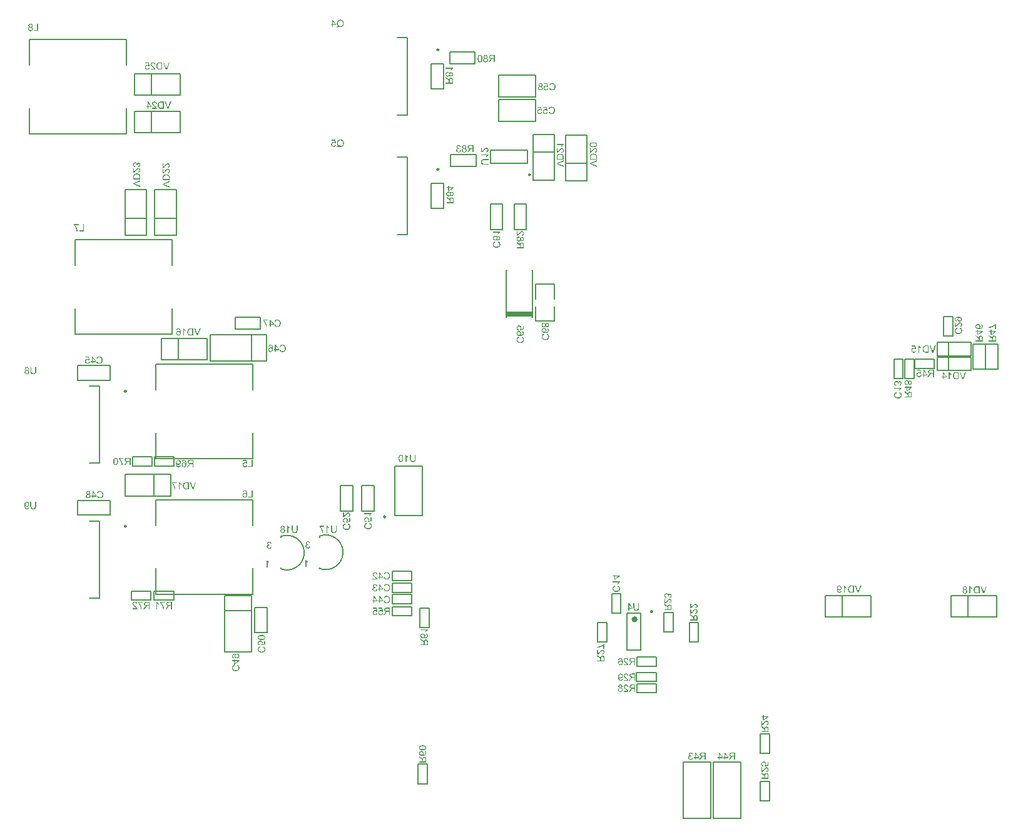
<source format=gbo>
G04*
G04 #@! TF.GenerationSoftware,Altium Limited,Altium Designer,21.6.1 (37)*
G04*
G04 Layer_Color=32896*
%FSLAX42Y42*%
%MOMM*%
G71*
G04*
G04 #@! TF.SameCoordinates,B70E1F55-CC3E-4890-BAB1-BD4C742E8824*
G04*
G04*
G04 #@! TF.FilePolarity,Positive*
G04*
G01*
G75*
%ADD10C,0.20*%
%ADD11C,0.25*%
%ADD12C,0.13*%
%ADD15C,0.13*%
%ADD18R,3.40X0.70*%
%ADD177C,0.40*%
G36*
X5585Y-414D02*
X5587D01*
X5590Y-414D01*
X5592Y-414D01*
X5594Y-414D01*
X5595Y-414D01*
X5597Y-415D01*
X5598Y-415D01*
X5600Y-415D01*
X5601Y-415D01*
X5601Y-415D01*
X5602Y-416D01*
X5602Y-416D01*
X5603Y-416D01*
X5603D01*
X5606Y-417D01*
X5609Y-418D01*
X5611Y-419D01*
X5613Y-420D01*
X5615Y-421D01*
X5616Y-421D01*
X5617Y-422D01*
X5617Y-422D01*
X5620Y-423D01*
X5621Y-425D01*
X5623Y-427D01*
X5624Y-428D01*
X5625Y-430D01*
X5626Y-431D01*
X5626Y-431D01*
X5627Y-432D01*
Y-432D01*
X5628Y-434D01*
X5628Y-436D01*
X5629Y-439D01*
X5629Y-441D01*
X5630Y-443D01*
X5630Y-444D01*
Y-445D01*
X5630Y-449D01*
X5629Y-453D01*
X5628Y-456D01*
X5627Y-458D01*
X5626Y-460D01*
X5625Y-461D01*
X5625Y-462D01*
X5625Y-462D01*
X5624Y-463D01*
X5624Y-463D01*
Y-463D01*
X5622Y-466D01*
X5619Y-468D01*
X5616Y-470D01*
X5614Y-471D01*
X5612Y-472D01*
X5611Y-473D01*
X5610Y-473D01*
X5609Y-473D01*
X5608Y-474D01*
X5608Y-474D01*
X5608D01*
X5606Y-474D01*
X5604Y-475D01*
X5599Y-476D01*
X5594Y-476D01*
X5590Y-477D01*
X5588Y-477D01*
X5586Y-477D01*
X5584D01*
X5583Y-477D01*
X5582D01*
X5581D01*
X5580D01*
X5580D01*
X5575Y-477D01*
X5570Y-477D01*
X5566Y-476D01*
X5562Y-476D01*
X5559Y-475D01*
X5555Y-474D01*
X5552Y-473D01*
X5550Y-472D01*
X5548Y-472D01*
X5546Y-471D01*
X5544Y-470D01*
X5543Y-469D01*
X5541Y-469D01*
X5541Y-468D01*
X5540Y-468D01*
X5540Y-468D01*
X5538Y-466D01*
X5537Y-464D01*
X5536Y-463D01*
X5534Y-461D01*
X5533Y-459D01*
X5533Y-457D01*
X5532Y-455D01*
X5531Y-454D01*
X5531Y-452D01*
X5531Y-450D01*
X5530Y-449D01*
X5530Y-448D01*
X5530Y-447D01*
Y-445D01*
X5530Y-442D01*
X5531Y-438D01*
X5532Y-435D01*
X5533Y-433D01*
X5534Y-430D01*
X5535Y-430D01*
X5535Y-429D01*
X5535Y-429D01*
X5536Y-428D01*
X5536Y-428D01*
Y-428D01*
X5538Y-425D01*
X5541Y-423D01*
X5544Y-421D01*
X5546Y-420D01*
X5548Y-419D01*
X5549Y-418D01*
X5550Y-418D01*
X5551Y-418D01*
X5552Y-417D01*
X5552Y-417D01*
X5552D01*
X5554Y-417D01*
X5556Y-416D01*
X5561Y-415D01*
X5566Y-414D01*
X5570Y-414D01*
X5572Y-414D01*
X5574Y-414D01*
X5576D01*
X5577Y-414D01*
X5578D01*
X5579D01*
X5580D01*
X5580D01*
X5583D01*
X5585Y-414D01*
D02*
G37*
G36*
X5566Y-489D02*
X5568Y-490D01*
X5571Y-490D01*
X5573Y-490D01*
X5575Y-491D01*
X5577Y-492D01*
X5579Y-493D01*
X5580Y-493D01*
X5581Y-494D01*
X5583Y-495D01*
X5584Y-496D01*
X5585Y-496D01*
X5585Y-497D01*
X5586Y-497D01*
X5586Y-497D01*
X5586Y-498D01*
X5588Y-499D01*
X5589Y-501D01*
X5590Y-503D01*
X5591Y-504D01*
X5592Y-506D01*
X5593Y-508D01*
X5594Y-511D01*
X5594Y-512D01*
X5595Y-514D01*
X5595Y-515D01*
X5595Y-516D01*
X5595Y-517D01*
Y-518D01*
X5595Y-521D01*
X5595Y-523D01*
X5594Y-525D01*
X5594Y-527D01*
X5593Y-529D01*
X5592Y-530D01*
X5592Y-531D01*
X5592Y-531D01*
Y-531D01*
X5591Y-534D01*
X5589Y-535D01*
X5587Y-537D01*
X5586Y-539D01*
X5584Y-540D01*
X5583Y-541D01*
X5582Y-542D01*
X5582Y-542D01*
X5585D01*
X5587Y-542D01*
X5590Y-541D01*
X5592Y-541D01*
X5594Y-541D01*
X5596Y-541D01*
X5597Y-540D01*
X5599Y-540D01*
X5600Y-540D01*
X5601Y-539D01*
X5602Y-539D01*
X5603Y-539D01*
X5604Y-539D01*
X5604Y-539D01*
X5604Y-538D01*
X5605D01*
X5607Y-537D01*
X5610Y-536D01*
X5612Y-534D01*
X5614Y-533D01*
X5615Y-531D01*
X5616Y-530D01*
X5617Y-530D01*
X5617Y-529D01*
X5618Y-528D01*
X5619Y-526D01*
X5619Y-524D01*
X5620Y-523D01*
X5620Y-521D01*
X5620Y-520D01*
Y-519D01*
X5620Y-517D01*
X5619Y-514D01*
X5618Y-512D01*
X5617Y-511D01*
X5616Y-509D01*
X5616Y-508D01*
X5615Y-508D01*
X5615Y-507D01*
X5613Y-506D01*
X5612Y-505D01*
X5610Y-504D01*
X5609Y-504D01*
X5607Y-503D01*
X5606Y-503D01*
X5605Y-503D01*
X5605Y-503D01*
X5605D01*
X5606Y-491D01*
X5610Y-492D01*
X5613Y-493D01*
X5616Y-494D01*
X5619Y-496D01*
X5621Y-497D01*
X5622Y-498D01*
X5622Y-499D01*
X5623Y-499D01*
X5623Y-499D01*
X5623Y-500D01*
X5623Y-500D01*
X5624Y-501D01*
X5625Y-503D01*
X5627Y-506D01*
X5628Y-509D01*
X5629Y-512D01*
X5630Y-514D01*
X5630Y-516D01*
Y-517D01*
X5630Y-517D01*
Y-519D01*
X5630Y-521D01*
X5629Y-524D01*
X5629Y-527D01*
X5628Y-529D01*
X5627Y-531D01*
X5626Y-533D01*
X5625Y-535D01*
X5624Y-537D01*
X5623Y-538D01*
X5622Y-540D01*
X5621Y-541D01*
X5620Y-542D01*
X5620Y-542D01*
X5619Y-543D01*
X5619Y-543D01*
X5619Y-543D01*
X5616Y-545D01*
X5613Y-547D01*
X5610Y-548D01*
X5607Y-549D01*
X5603Y-550D01*
X5600Y-551D01*
X5596Y-552D01*
X5593Y-552D01*
X5590Y-553D01*
X5587Y-553D01*
X5584Y-553D01*
X5582Y-554D01*
X5580D01*
X5579Y-554D01*
X5578D01*
X5578D01*
X5578D01*
X5577D01*
X5573Y-554D01*
X5569Y-553D01*
X5565Y-553D01*
X5561Y-552D01*
X5558Y-551D01*
X5555Y-551D01*
X5552Y-550D01*
X5550Y-549D01*
X5548Y-548D01*
X5546Y-547D01*
X5545Y-546D01*
X5543Y-546D01*
X5542Y-545D01*
X5542Y-545D01*
X5541Y-544D01*
X5541Y-544D01*
X5539Y-542D01*
X5537Y-540D01*
X5536Y-538D01*
X5535Y-536D01*
X5534Y-534D01*
X5533Y-532D01*
X5532Y-530D01*
X5532Y-528D01*
X5531Y-527D01*
X5531Y-525D01*
X5530Y-524D01*
X5530Y-522D01*
Y-521D01*
X5530Y-521D01*
Y-520D01*
X5530Y-517D01*
X5531Y-514D01*
X5531Y-511D01*
X5532Y-509D01*
X5533Y-507D01*
X5534Y-505D01*
X5534Y-505D01*
X5534Y-504D01*
X5534Y-504D01*
Y-504D01*
X5536Y-502D01*
X5538Y-499D01*
X5540Y-498D01*
X5542Y-496D01*
X5544Y-495D01*
X5545Y-494D01*
X5546Y-494D01*
X5546Y-493D01*
X5546Y-493D01*
X5546D01*
X5549Y-492D01*
X5552Y-491D01*
X5555Y-490D01*
X5558Y-490D01*
X5560Y-489D01*
X5561D01*
X5562Y-489D01*
X5563D01*
X5563D01*
X5563D01*
X5563D01*
X5566Y-489D01*
D02*
G37*
G36*
X5558Y-578D02*
X5561Y-579D01*
X5564Y-581D01*
X5566Y-583D01*
X5568Y-585D01*
X5569Y-586D01*
X5570Y-587D01*
X5571Y-588D01*
X5571Y-588D01*
X5572Y-589D01*
X5573Y-591D01*
X5575Y-593D01*
X5575Y-594D01*
X5576Y-595D01*
X5576Y-596D01*
X5576Y-596D01*
X5577Y-593D01*
X5577Y-591D01*
X5578Y-589D01*
X5578Y-587D01*
X5579Y-585D01*
X5580Y-583D01*
X5581Y-582D01*
X5581Y-580D01*
X5582Y-579D01*
X5583Y-578D01*
X5583Y-577D01*
X5584Y-577D01*
X5584Y-576D01*
X5585Y-576D01*
X5585Y-575D01*
X5585Y-575D01*
X5587Y-574D01*
X5588Y-573D01*
X5591Y-571D01*
X5594Y-570D01*
X5597Y-569D01*
X5599Y-569D01*
X5600Y-569D01*
X5601D01*
X5602Y-568D01*
X5602D01*
X5603D01*
X5603D01*
X5606Y-569D01*
X5608Y-569D01*
X5611Y-570D01*
X5613Y-570D01*
X5615Y-571D01*
X5616Y-572D01*
X5617Y-572D01*
X5617Y-573D01*
X5617D01*
X5620Y-574D01*
X5622Y-576D01*
X5623Y-578D01*
X5625Y-579D01*
X5626Y-581D01*
X5626Y-582D01*
X5627Y-583D01*
X5627Y-583D01*
Y-583D01*
X5627Y-585D01*
X5628Y-586D01*
X5628Y-589D01*
X5629Y-593D01*
X5629Y-596D01*
X5629Y-599D01*
Y-600D01*
X5629Y-601D01*
Y-646D01*
X5532D01*
Y-633D01*
X5575D01*
Y-617D01*
X5575Y-615D01*
Y-614D01*
X5575Y-613D01*
X5575Y-612D01*
Y-612D01*
X5575Y-612D01*
Y-611D01*
X5574Y-609D01*
X5573Y-608D01*
X5573Y-607D01*
X5573Y-607D01*
X5572Y-606D01*
X5572Y-606D01*
X5572Y-606D01*
X5571Y-604D01*
X5570Y-603D01*
X5568Y-601D01*
X5567Y-600D01*
X5566Y-599D01*
X5566Y-599D01*
X5566Y-599D01*
X5564Y-598D01*
X5561Y-596D01*
X5559Y-594D01*
X5557Y-593D01*
X5555Y-592D01*
X5554Y-591D01*
X5553Y-590D01*
X5553Y-590D01*
X5552Y-590D01*
X5552D01*
X5532Y-577D01*
Y-561D01*
X5558Y-578D01*
D02*
G37*
G36*
X4003Y2094D02*
X4005Y2092D01*
X4006Y2090D01*
X4008Y2088D01*
X4010Y2086D01*
X4011Y2085D01*
X4012Y2084D01*
X4012Y2084D01*
X4012Y2084D01*
X4012Y2083D01*
X4015Y2081D01*
X4018Y2079D01*
X4021Y2077D01*
X4024Y2075D01*
X4026Y2074D01*
X4027Y2074D01*
X4028Y2073D01*
X4029Y2073D01*
X4029Y2073D01*
X4029Y2072D01*
X4029D01*
Y2061D01*
X4027Y2062D01*
X4025Y2063D01*
X4023Y2064D01*
X4021Y2065D01*
X4020Y2065D01*
X4018Y2066D01*
X4017Y2067D01*
X4017Y2067D01*
X4017D01*
X4015Y2068D01*
X4012Y2070D01*
X4010Y2071D01*
X4009Y2073D01*
X4008Y2074D01*
X4007Y2074D01*
X4006Y2075D01*
X4006Y2075D01*
Y2000D01*
X3994D01*
Y2096D01*
X4002D01*
X4003Y2094D01*
D02*
G37*
G36*
X4033Y2348D02*
X4036Y2347D01*
X4040Y2346D01*
X4042Y2345D01*
X4044Y2345D01*
X4044Y2344D01*
X4045Y2343D01*
X4046Y2343D01*
X4047Y2342D01*
X4047Y2342D01*
X4047Y2342D01*
X4048Y2342D01*
X4050Y2339D01*
X4052Y2336D01*
X4054Y2333D01*
X4055Y2330D01*
X4056Y2328D01*
X4057Y2326D01*
X4057Y2326D01*
X4057Y2325D01*
X4057Y2324D01*
X4057Y2324D01*
Y2324D01*
X4045Y2321D01*
X4045Y2325D01*
X4044Y2327D01*
X4043Y2329D01*
X4042Y2331D01*
X4041Y2333D01*
X4040Y2334D01*
X4040Y2334D01*
X4040Y2334D01*
X4038Y2336D01*
X4036Y2337D01*
X4034Y2338D01*
X4032Y2338D01*
X4031Y2338D01*
X4029Y2339D01*
X4028D01*
X4026Y2339D01*
X4024Y2338D01*
X4022Y2337D01*
X4020Y2337D01*
X4019Y2336D01*
X4018Y2335D01*
X4017Y2335D01*
X4017Y2334D01*
X4015Y2333D01*
X4014Y2331D01*
X4014Y2329D01*
X4013Y2327D01*
X4013Y2326D01*
X4012Y2325D01*
Y2324D01*
Y2324D01*
Y2324D01*
Y2322D01*
X4013Y2321D01*
X4013Y2318D01*
X4014Y2316D01*
X4016Y2315D01*
X4017Y2313D01*
X4018Y2312D01*
X4018Y2312D01*
X4018Y2312D01*
X4019D01*
X4021Y2310D01*
X4023Y2309D01*
X4025Y2309D01*
X4028Y2308D01*
X4029Y2308D01*
X4031Y2308D01*
X4033D01*
X4033Y2308D01*
X4034D01*
X4035Y2297D01*
X4034Y2298D01*
X4032Y2298D01*
X4030Y2298D01*
X4029Y2299D01*
X4028Y2299D01*
X4027D01*
X4024Y2298D01*
X4021Y2298D01*
X4019Y2297D01*
X4017Y2296D01*
X4016Y2295D01*
X4015Y2294D01*
X4014Y2294D01*
X4014Y2293D01*
X4012Y2291D01*
X4010Y2289D01*
X4009Y2287D01*
X4009Y2285D01*
X4008Y2283D01*
X4008Y2281D01*
X4008Y2281D01*
Y2280D01*
Y2280D01*
Y2280D01*
X4008Y2277D01*
X4009Y2274D01*
X4010Y2272D01*
X4011Y2270D01*
X4012Y2268D01*
X4013Y2267D01*
X4014Y2266D01*
X4014Y2266D01*
X4016Y2264D01*
X4019Y2262D01*
X4021Y2261D01*
X4023Y2261D01*
X4025Y2260D01*
X4027Y2260D01*
X4027Y2260D01*
X4028D01*
X4030Y2260D01*
X4033Y2261D01*
X4035Y2261D01*
X4037Y2262D01*
X4038Y2263D01*
X4039Y2264D01*
X4040Y2264D01*
X4040Y2264D01*
X4042Y2266D01*
X4043Y2269D01*
X4044Y2271D01*
X4045Y2273D01*
X4046Y2275D01*
X4046Y2276D01*
X4046Y2277D01*
X4046Y2278D01*
X4047Y2278D01*
X4047Y2279D01*
Y2279D01*
X4058Y2277D01*
X4058Y2275D01*
X4058Y2273D01*
X4057Y2269D01*
X4055Y2266D01*
X4054Y2264D01*
X4053Y2263D01*
X4053Y2262D01*
X4052Y2261D01*
X4051Y2260D01*
X4050Y2259D01*
X4050Y2259D01*
X4049Y2258D01*
X4049Y2258D01*
X4049Y2258D01*
X4047Y2257D01*
X4046Y2255D01*
X4044Y2254D01*
X4042Y2254D01*
X4039Y2252D01*
X4035Y2251D01*
X4034Y2251D01*
X4033Y2251D01*
X4031Y2251D01*
X4030Y2250D01*
X4029Y2250D01*
X4028D01*
X4025Y2250D01*
X4023Y2251D01*
X4021Y2251D01*
X4019Y2252D01*
X4016Y2252D01*
X4015Y2253D01*
X4013Y2254D01*
X4011Y2255D01*
X4010Y2255D01*
X4009Y2256D01*
X4007Y2257D01*
X4007Y2258D01*
X4006Y2258D01*
X4005Y2259D01*
X4005Y2259D01*
X4005Y2259D01*
X4003Y2261D01*
X4002Y2263D01*
X4001Y2264D01*
X4000Y2266D01*
X3999Y2268D01*
X3998Y2270D01*
X3997Y2273D01*
X3997Y2274D01*
X3996Y2276D01*
X3996Y2277D01*
X3996Y2278D01*
X3996Y2279D01*
Y2280D01*
Y2280D01*
Y2280D01*
X3996Y2284D01*
X3996Y2287D01*
X3997Y2289D01*
X3998Y2292D01*
X3999Y2293D01*
X4000Y2295D01*
X4000Y2296D01*
X4000Y2296D01*
X4002Y2298D01*
X4004Y2300D01*
X4007Y2301D01*
X4009Y2302D01*
X4011Y2303D01*
X4012Y2304D01*
X4013Y2304D01*
X4013Y2304D01*
X4014Y2304D01*
X4014D01*
X4011Y2305D01*
X4009Y2307D01*
X4008Y2308D01*
X4006Y2309D01*
X4005Y2310D01*
X4004Y2311D01*
X4004Y2312D01*
X4004Y2312D01*
X4003Y2314D01*
X4002Y2316D01*
X4001Y2318D01*
X4001Y2320D01*
X4001Y2321D01*
X4000Y2322D01*
Y2323D01*
Y2323D01*
X4001Y2326D01*
X4001Y2328D01*
X4002Y2330D01*
X4002Y2332D01*
X4003Y2334D01*
X4003Y2335D01*
X4004Y2335D01*
X4004Y2336D01*
X4005Y2338D01*
X4007Y2340D01*
X4009Y2341D01*
X4010Y2343D01*
X4012Y2344D01*
X4013Y2344D01*
X4014Y2345D01*
X4014Y2345D01*
X4014D01*
X4017Y2346D01*
X4019Y2347D01*
X4022Y2348D01*
X4024Y2348D01*
X4026Y2348D01*
X4027Y2348D01*
X4031D01*
X4033Y2348D01*
D02*
G37*
G36*
X3478Y2089D02*
X3480Y2087D01*
X3481Y2085D01*
X3483Y2083D01*
X3485Y2081D01*
X3486Y2080D01*
X3487Y2079D01*
X3487Y2079D01*
X3487Y2079D01*
X3487Y2078D01*
X3490Y2076D01*
X3493Y2074D01*
X3496Y2072D01*
X3499Y2070D01*
X3501Y2069D01*
X3502Y2069D01*
X3503Y2068D01*
X3504Y2068D01*
X3504Y2068D01*
X3504Y2067D01*
X3504D01*
Y2056D01*
X3502Y2057D01*
X3500Y2058D01*
X3498Y2059D01*
X3496Y2060D01*
X3495Y2060D01*
X3493Y2061D01*
X3492Y2062D01*
X3492Y2062D01*
X3492D01*
X3490Y2063D01*
X3487Y2065D01*
X3485Y2066D01*
X3484Y2068D01*
X3483Y2069D01*
X3482Y2069D01*
X3481Y2070D01*
X3481Y2070D01*
Y1995D01*
X3469D01*
Y2091D01*
X3477D01*
X3478Y2089D01*
D02*
G37*
G36*
X3508Y2343D02*
X3511Y2342D01*
X3515Y2341D01*
X3517Y2340D01*
X3519Y2340D01*
X3519Y2339D01*
X3520Y2338D01*
X3521Y2338D01*
X3522Y2337D01*
X3522Y2337D01*
X3522Y2337D01*
X3523Y2337D01*
X3525Y2334D01*
X3527Y2331D01*
X3529Y2328D01*
X3530Y2325D01*
X3531Y2323D01*
X3532Y2321D01*
X3532Y2321D01*
X3532Y2320D01*
X3532Y2319D01*
X3532Y2319D01*
Y2319D01*
X3520Y2316D01*
X3520Y2320D01*
X3519Y2322D01*
X3518Y2324D01*
X3517Y2326D01*
X3516Y2328D01*
X3515Y2329D01*
X3515Y2329D01*
X3515Y2329D01*
X3513Y2331D01*
X3511Y2332D01*
X3509Y2333D01*
X3507Y2333D01*
X3506Y2333D01*
X3504Y2334D01*
X3503D01*
X3501Y2334D01*
X3499Y2333D01*
X3497Y2332D01*
X3495Y2332D01*
X3494Y2331D01*
X3493Y2330D01*
X3492Y2330D01*
X3492Y2329D01*
X3490Y2328D01*
X3489Y2326D01*
X3489Y2324D01*
X3488Y2322D01*
X3488Y2321D01*
X3487Y2320D01*
Y2319D01*
Y2319D01*
Y2319D01*
Y2317D01*
X3488Y2316D01*
X3488Y2313D01*
X3489Y2311D01*
X3491Y2310D01*
X3492Y2308D01*
X3493Y2307D01*
X3493Y2307D01*
X3493Y2307D01*
X3494D01*
X3496Y2305D01*
X3498Y2304D01*
X3500Y2304D01*
X3503Y2303D01*
X3504Y2303D01*
X3506Y2303D01*
X3508D01*
X3508Y2303D01*
X3509D01*
X3510Y2292D01*
X3509Y2293D01*
X3507Y2293D01*
X3505Y2293D01*
X3504Y2294D01*
X3503Y2294D01*
X3502D01*
X3499Y2293D01*
X3496Y2293D01*
X3494Y2292D01*
X3492Y2291D01*
X3491Y2290D01*
X3490Y2289D01*
X3489Y2289D01*
X3489Y2288D01*
X3487Y2286D01*
X3485Y2284D01*
X3484Y2282D01*
X3484Y2280D01*
X3483Y2278D01*
X3483Y2276D01*
X3483Y2276D01*
Y2275D01*
Y2275D01*
Y2275D01*
X3483Y2272D01*
X3484Y2269D01*
X3485Y2267D01*
X3486Y2265D01*
X3487Y2263D01*
X3488Y2262D01*
X3489Y2261D01*
X3489Y2261D01*
X3491Y2259D01*
X3494Y2257D01*
X3496Y2256D01*
X3498Y2256D01*
X3500Y2255D01*
X3502Y2255D01*
X3502Y2255D01*
X3503D01*
X3505Y2255D01*
X3508Y2256D01*
X3510Y2256D01*
X3512Y2257D01*
X3513Y2258D01*
X3514Y2259D01*
X3515Y2259D01*
X3515Y2259D01*
X3517Y2261D01*
X3518Y2264D01*
X3519Y2266D01*
X3520Y2268D01*
X3521Y2270D01*
X3521Y2271D01*
X3521Y2272D01*
X3521Y2273D01*
X3522Y2273D01*
X3522Y2274D01*
Y2274D01*
X3533Y2272D01*
X3533Y2270D01*
X3533Y2268D01*
X3532Y2264D01*
X3530Y2261D01*
X3529Y2259D01*
X3528Y2258D01*
X3528Y2257D01*
X3527Y2256D01*
X3526Y2255D01*
X3525Y2254D01*
X3525Y2254D01*
X3524Y2253D01*
X3524Y2253D01*
X3524Y2253D01*
X3522Y2252D01*
X3521Y2250D01*
X3519Y2249D01*
X3517Y2249D01*
X3514Y2247D01*
X3510Y2246D01*
X3509Y2246D01*
X3508Y2246D01*
X3506Y2246D01*
X3505Y2245D01*
X3504Y2245D01*
X3503D01*
X3500Y2245D01*
X3498Y2246D01*
X3496Y2246D01*
X3494Y2247D01*
X3491Y2247D01*
X3490Y2248D01*
X3488Y2249D01*
X3486Y2250D01*
X3485Y2250D01*
X3484Y2251D01*
X3482Y2252D01*
X3482Y2253D01*
X3481Y2253D01*
X3480Y2254D01*
X3480Y2254D01*
X3480Y2254D01*
X3478Y2256D01*
X3477Y2258D01*
X3476Y2259D01*
X3475Y2261D01*
X3474Y2263D01*
X3473Y2265D01*
X3472Y2268D01*
X3472Y2269D01*
X3471Y2271D01*
X3471Y2272D01*
X3471Y2273D01*
X3471Y2274D01*
Y2275D01*
Y2275D01*
Y2275D01*
X3471Y2279D01*
X3471Y2282D01*
X3472Y2284D01*
X3473Y2287D01*
X3474Y2288D01*
X3475Y2290D01*
X3475Y2291D01*
X3475Y2291D01*
X3477Y2293D01*
X3479Y2295D01*
X3482Y2296D01*
X3484Y2297D01*
X3486Y2298D01*
X3487Y2299D01*
X3488Y2299D01*
X3488Y2299D01*
X3489Y2299D01*
X3489D01*
X3486Y2300D01*
X3484Y2302D01*
X3483Y2303D01*
X3481Y2304D01*
X3480Y2305D01*
X3479Y2306D01*
X3479Y2307D01*
X3479Y2307D01*
X3478Y2309D01*
X3477Y2311D01*
X3476Y2313D01*
X3476Y2315D01*
X3476Y2316D01*
X3475Y2317D01*
Y2318D01*
Y2318D01*
X3476Y2321D01*
X3476Y2323D01*
X3477Y2325D01*
X3477Y2327D01*
X3478Y2329D01*
X3478Y2330D01*
X3479Y2330D01*
X3479Y2331D01*
X3480Y2333D01*
X3482Y2335D01*
X3484Y2336D01*
X3485Y2338D01*
X3487Y2339D01*
X3488Y2339D01*
X3489Y2340D01*
X3489Y2340D01*
X3489D01*
X3492Y2341D01*
X3494Y2342D01*
X3497Y2343D01*
X3499Y2343D01*
X3501Y2343D01*
X3502Y2343D01*
X3506D01*
X3508Y2343D01*
D02*
G37*
G36*
X8508Y1453D02*
Y1450D01*
X8508Y1448D01*
X8508Y1445D01*
X8508Y1443D01*
X8508Y1441D01*
X8507Y1439D01*
X8507Y1437D01*
X8507Y1435D01*
X8506Y1434D01*
X8506Y1432D01*
X8506Y1431D01*
X8505Y1430D01*
X8505Y1430D01*
X8505Y1429D01*
X8505Y1429D01*
Y1429D01*
X8503Y1426D01*
X8501Y1423D01*
X8499Y1421D01*
X8497Y1419D01*
X8495Y1417D01*
X8494Y1416D01*
X8493Y1416D01*
X8493Y1415D01*
X8493Y1415D01*
X8492D01*
X8489Y1413D01*
X8485Y1412D01*
X8481Y1412D01*
X8478Y1411D01*
X8476Y1411D01*
X8475Y1411D01*
X8473Y1411D01*
X8472D01*
X8471Y1410D01*
X8470D01*
X8465Y1411D01*
X8463Y1411D01*
X8461Y1411D01*
X8458Y1412D01*
X8457Y1412D01*
X8455Y1412D01*
X8453Y1413D01*
X8452Y1414D01*
X8451Y1414D01*
X8450Y1414D01*
X8449Y1415D01*
X8448Y1415D01*
X8448Y1415D01*
X8447Y1416D01*
X8447D01*
X8444Y1418D01*
X8442Y1420D01*
X8440Y1423D01*
X8438Y1425D01*
X8437Y1427D01*
X8436Y1428D01*
X8436Y1429D01*
X8435Y1429D01*
X8435Y1430D01*
Y1430D01*
X8435Y1431D01*
X8434Y1433D01*
X8433Y1437D01*
X8433Y1441D01*
X8432Y1445D01*
X8432Y1446D01*
X8432Y1448D01*
Y1450D01*
X8432Y1451D01*
Y1452D01*
Y1453D01*
Y1453D01*
Y1453D01*
Y1510D01*
X8445D01*
Y1453D01*
Y1450D01*
X8445Y1447D01*
X8445Y1444D01*
X8446Y1442D01*
X8446Y1439D01*
X8447Y1437D01*
X8447Y1435D01*
X8448Y1434D01*
X8448Y1433D01*
X8449Y1431D01*
X8449Y1431D01*
X8450Y1430D01*
X8450Y1429D01*
X8451Y1429D01*
X8451Y1429D01*
X8451Y1428D01*
X8452Y1427D01*
X8453Y1426D01*
X8457Y1425D01*
X8460Y1424D01*
X8463Y1423D01*
X8466Y1422D01*
X8468Y1422D01*
X8469D01*
X8470Y1422D01*
X8471D01*
X8474Y1422D01*
X8477Y1423D01*
X8479Y1423D01*
X8481Y1424D01*
X8483Y1424D01*
X8484Y1425D01*
X8485Y1425D01*
X8485Y1425D01*
X8487Y1427D01*
X8489Y1428D01*
X8490Y1430D01*
X8491Y1431D01*
X8492Y1433D01*
X8493Y1433D01*
X8493Y1434D01*
X8493Y1434D01*
X8494Y1436D01*
X8494Y1437D01*
X8494Y1440D01*
X8495Y1443D01*
X8495Y1446D01*
X8495Y1449D01*
Y1450D01*
X8495Y1451D01*
Y1452D01*
Y1453D01*
Y1453D01*
Y1453D01*
Y1510D01*
X8508D01*
Y1453D01*
D02*
G37*
G36*
X8419Y1446D02*
Y1435D01*
X8377D01*
Y1412D01*
X8365D01*
Y1435D01*
X8352D01*
Y1446D01*
X8365D01*
Y1510D01*
X8375D01*
X8419Y1446D01*
D02*
G37*
G36*
X8186Y1883D02*
X8248D01*
Y1874D01*
X8186Y1830D01*
X8175D01*
Y1872D01*
X8152D01*
Y1883D01*
X8175D01*
Y1896D01*
X8186D01*
Y1883D01*
D02*
G37*
G36*
X8248Y1796D02*
X8246Y1795D01*
X8244Y1793D01*
X8242Y1791D01*
X8240Y1790D01*
X8238Y1788D01*
X8237Y1787D01*
X8236Y1786D01*
X8236Y1786D01*
X8236Y1786D01*
X8236Y1785D01*
X8233Y1783D01*
X8231Y1780D01*
X8229Y1777D01*
X8227Y1774D01*
X8226Y1772D01*
X8226Y1771D01*
X8225Y1770D01*
X8225Y1769D01*
X8225Y1769D01*
X8224Y1768D01*
Y1768D01*
X8213D01*
X8214Y1770D01*
X8215Y1772D01*
X8216Y1775D01*
X8217Y1776D01*
X8217Y1778D01*
X8218Y1780D01*
X8219Y1780D01*
X8219Y1780D01*
Y1781D01*
X8220Y1783D01*
X8222Y1785D01*
X8223Y1787D01*
X8225Y1789D01*
X8226Y1790D01*
X8226Y1791D01*
X8227Y1792D01*
X8227Y1792D01*
X8152D01*
Y1804D01*
X8248D01*
Y1796D01*
D02*
G37*
G36*
X8186Y1736D02*
X8183Y1735D01*
X8181Y1734D01*
X8179Y1734D01*
X8178Y1733D01*
X8176Y1732D01*
X8174Y1731D01*
X8173Y1730D01*
X8172Y1730D01*
X8171Y1729D01*
X8170Y1728D01*
X8169Y1727D01*
X8168Y1727D01*
X8168Y1726D01*
X8168Y1726D01*
X8167Y1726D01*
X8167Y1726D01*
X8166Y1724D01*
X8165Y1723D01*
X8164Y1720D01*
X8163Y1717D01*
X8162Y1714D01*
X8161Y1711D01*
X8161Y1710D01*
Y1709D01*
X8161Y1709D01*
Y1708D01*
X8161Y1704D01*
X8162Y1701D01*
X8163Y1699D01*
X8163Y1696D01*
X8164Y1694D01*
X8165Y1693D01*
X8165Y1693D01*
X8165Y1692D01*
X8165Y1692D01*
X8166Y1691D01*
Y1691D01*
X8168Y1689D01*
X8170Y1686D01*
X8172Y1684D01*
X8174Y1683D01*
X8176Y1682D01*
X8178Y1681D01*
X8179Y1680D01*
X8179Y1680D01*
X8179Y1680D01*
X8179D01*
X8183Y1679D01*
X8187Y1678D01*
X8190Y1677D01*
X8193Y1677D01*
X8195Y1677D01*
X8196Y1677D01*
X8198D01*
X8199Y1677D01*
X8199D01*
X8200D01*
X8201D01*
X8201D01*
X8204Y1677D01*
X8208Y1677D01*
X8211Y1678D01*
X8213Y1678D01*
X8216Y1679D01*
X8217Y1679D01*
X8218Y1679D01*
X8218Y1679D01*
X8219Y1679D01*
X8219Y1680D01*
X8219D01*
X8222Y1681D01*
X8225Y1682D01*
X8228Y1684D01*
X8230Y1686D01*
X8231Y1687D01*
X8232Y1689D01*
X8233Y1690D01*
X8233Y1690D01*
Y1690D01*
X8235Y1693D01*
X8237Y1696D01*
X8238Y1699D01*
X8238Y1702D01*
X8239Y1705D01*
X8239Y1706D01*
Y1707D01*
X8239Y1707D01*
Y1709D01*
X8239Y1712D01*
X8238Y1715D01*
X8237Y1718D01*
X8236Y1720D01*
X8236Y1722D01*
X8235Y1723D01*
X8234Y1724D01*
X8234Y1724D01*
X8232Y1727D01*
X8230Y1729D01*
X8227Y1730D01*
X8225Y1732D01*
X8222Y1733D01*
X8221Y1733D01*
X8220Y1734D01*
X8220Y1734D01*
X8219Y1734D01*
X8219Y1734D01*
X8219D01*
X8222Y1747D01*
X8224Y1746D01*
X8226Y1745D01*
X8228Y1744D01*
X8231Y1743D01*
X8232Y1742D01*
X8234Y1741D01*
X8236Y1740D01*
X8237Y1738D01*
X8238Y1737D01*
X8239Y1736D01*
X8240Y1735D01*
X8241Y1735D01*
X8242Y1734D01*
X8242Y1733D01*
X8242Y1733D01*
X8242Y1733D01*
X8244Y1731D01*
X8245Y1729D01*
X8246Y1727D01*
X8247Y1725D01*
X8248Y1721D01*
X8249Y1717D01*
X8249Y1715D01*
X8249Y1714D01*
X8249Y1712D01*
X8250Y1711D01*
X8250Y1710D01*
Y1709D01*
X8249Y1704D01*
X8249Y1700D01*
X8248Y1696D01*
X8247Y1694D01*
X8247Y1692D01*
X8246Y1691D01*
X8246Y1690D01*
X8245Y1688D01*
X8245Y1687D01*
X8244Y1687D01*
X8244Y1686D01*
X8244Y1686D01*
X8244Y1685D01*
X8241Y1682D01*
X8239Y1679D01*
X8236Y1676D01*
X8233Y1673D01*
X8231Y1672D01*
X8230Y1671D01*
X8229Y1670D01*
X8228Y1670D01*
X8227Y1670D01*
X8227Y1669D01*
X8227Y1669D01*
X8222Y1667D01*
X8218Y1666D01*
X8214Y1665D01*
X8210Y1664D01*
X8208Y1664D01*
X8206Y1664D01*
X8205Y1664D01*
X8203D01*
X8202Y1664D01*
X8201D01*
X8201D01*
X8201D01*
X8196Y1664D01*
X8191Y1664D01*
X8187Y1665D01*
X8184Y1666D01*
X8183Y1666D01*
X8181Y1666D01*
X8179Y1667D01*
X8178Y1667D01*
X8177Y1668D01*
X8176Y1668D01*
X8175Y1668D01*
X8175Y1669D01*
X8175D01*
X8171Y1671D01*
X8167Y1673D01*
X8164Y1676D01*
X8163Y1677D01*
X8161Y1678D01*
X8160Y1679D01*
X8159Y1680D01*
X8158Y1681D01*
X8158Y1682D01*
X8157Y1682D01*
X8157Y1683D01*
X8157Y1683D01*
X8157Y1683D01*
X8155Y1685D01*
X8155Y1687D01*
X8153Y1691D01*
X8152Y1696D01*
X8151Y1700D01*
X8151Y1702D01*
X8151Y1703D01*
X8150Y1705D01*
Y1706D01*
X8150Y1707D01*
Y1709D01*
X8150Y1711D01*
X8151Y1714D01*
X8151Y1717D01*
X8152Y1719D01*
X8152Y1721D01*
X8153Y1723D01*
X8154Y1725D01*
X8155Y1727D01*
X8155Y1728D01*
X8156Y1730D01*
X8157Y1731D01*
X8157Y1732D01*
X8158Y1733D01*
X8158Y1734D01*
X8158Y1734D01*
X8159Y1734D01*
X8160Y1736D01*
X8162Y1738D01*
X8164Y1739D01*
X8166Y1741D01*
X8170Y1743D01*
X8174Y1745D01*
X8175Y1746D01*
X8177Y1747D01*
X8179Y1747D01*
X8180Y1748D01*
X8181Y1748D01*
X8182Y1748D01*
X8182Y1748D01*
X8182D01*
X8186Y1736D01*
D02*
G37*
G36*
X8037Y893D02*
X8026D01*
Y941D01*
X8022Y938D01*
X8017Y935D01*
X8013Y932D01*
X8009Y929D01*
X8007Y928D01*
X8005Y927D01*
X8004Y926D01*
X8003Y925D01*
X8001Y925D01*
X8001Y924D01*
X8000Y924D01*
X8000Y924D01*
X7994Y921D01*
X7989Y919D01*
X7983Y916D01*
X7981Y916D01*
X7979Y915D01*
X7977Y914D01*
X7975Y913D01*
X7973Y913D01*
X7971Y912D01*
X7970Y912D01*
X7969Y912D01*
X7969Y911D01*
X7969D01*
X7963Y910D01*
X7960Y909D01*
X7958Y909D01*
X7955Y909D01*
X7953Y908D01*
X7951Y908D01*
X7949Y908D01*
X7947Y908D01*
X7946Y907D01*
X7944Y907D01*
X7943D01*
X7942Y907D01*
X7942D01*
X7941D01*
X7941D01*
Y919D01*
X7946Y920D01*
X7951Y920D01*
X7956Y921D01*
X7958Y922D01*
X7960Y922D01*
X7962Y922D01*
X7963Y923D01*
X7965Y923D01*
X7966Y923D01*
X7967Y924D01*
X7967Y924D01*
X7968Y924D01*
X7968D01*
X7974Y926D01*
X7980Y928D01*
X7983Y929D01*
X7986Y931D01*
X7989Y932D01*
X7991Y933D01*
X7993Y934D01*
X7995Y935D01*
X7997Y936D01*
X7999Y936D01*
X8000Y937D01*
X8001Y938D01*
X8001Y938D01*
X8001Y938D01*
X8004Y940D01*
X8007Y941D01*
X8010Y943D01*
X8013Y945D01*
X8015Y946D01*
X8017Y948D01*
X8019Y949D01*
X8021Y951D01*
X8022Y952D01*
X8024Y953D01*
X8025Y954D01*
X8026Y955D01*
X8027Y956D01*
X8027Y956D01*
X8028Y956D01*
X8028Y957D01*
X8037D01*
Y893D01*
D02*
G37*
G36*
X7953Y832D02*
X7955Y833D01*
X7956Y834D01*
X7957Y835D01*
X7958Y836D01*
X7958Y836D01*
X7959Y837D01*
X7959Y837D01*
X7960Y837D01*
X7960Y838D01*
X7962Y840D01*
X7964Y843D01*
X7966Y845D01*
X7968Y847D01*
X7969Y848D01*
X7970Y849D01*
X7970Y850D01*
X7971Y850D01*
X7971Y851D01*
X7971Y851D01*
X7973Y853D01*
X7975Y855D01*
X7977Y857D01*
X7979Y859D01*
X7980Y861D01*
X7981Y862D01*
X7983Y864D01*
X7984Y865D01*
X7985Y866D01*
X7986Y867D01*
X7987Y867D01*
X7987Y868D01*
X7988Y869D01*
X7988Y869D01*
X7991Y871D01*
X7993Y873D01*
X7995Y874D01*
X7997Y875D01*
X7998Y876D01*
X7999Y877D01*
X8000Y877D01*
X8000Y877D01*
X8002Y878D01*
X8005Y878D01*
X8007Y879D01*
X8008Y879D01*
X8010Y879D01*
X8011Y880D01*
X8012D01*
X8012D01*
X8014Y879D01*
X8016Y879D01*
X8018Y879D01*
X8020Y878D01*
X8023Y877D01*
X8026Y876D01*
X8027Y875D01*
X8028Y874D01*
X8029Y873D01*
X8030Y873D01*
X8030Y872D01*
X8031Y872D01*
X8031Y871D01*
X8031Y871D01*
X8033Y870D01*
X8034Y868D01*
X8035Y866D01*
X8036Y864D01*
X8037Y861D01*
X8038Y857D01*
X8038Y856D01*
X8039Y854D01*
X8039Y853D01*
X8039Y851D01*
X8039Y850D01*
Y849D01*
X8039Y846D01*
X8039Y844D01*
X8038Y842D01*
X8038Y840D01*
X8037Y838D01*
X8037Y836D01*
X8036Y834D01*
X8035Y833D01*
X8035Y831D01*
X8034Y830D01*
X8033Y829D01*
X8033Y828D01*
X8032Y828D01*
X8032Y827D01*
X8032Y827D01*
X8032Y827D01*
X8030Y825D01*
X8029Y824D01*
X8027Y823D01*
X8025Y822D01*
X8022Y820D01*
X8019Y819D01*
X8017Y819D01*
X8015Y818D01*
X8014Y818D01*
X8013Y818D01*
X8012Y817D01*
X8011D01*
X8011Y817D01*
X8011D01*
X8010Y830D01*
X8013Y830D01*
X8016Y830D01*
X8018Y831D01*
X8020Y832D01*
X8022Y833D01*
X8023Y834D01*
X8024Y835D01*
X8024Y835D01*
X8026Y837D01*
X8027Y839D01*
X8028Y842D01*
X8028Y844D01*
X8029Y846D01*
X8029Y847D01*
X8029Y848D01*
Y849D01*
X8029Y852D01*
X8028Y854D01*
X8028Y857D01*
X8027Y859D01*
X8026Y860D01*
X8025Y861D01*
X8024Y862D01*
X8024Y862D01*
X8022Y864D01*
X8020Y865D01*
X8018Y866D01*
X8016Y867D01*
X8015Y867D01*
X8013Y867D01*
X8012Y867D01*
X8012D01*
X8012D01*
X8010Y867D01*
X8007Y867D01*
X8005Y866D01*
X8002Y865D01*
X8001Y863D01*
X7999Y862D01*
X7998Y862D01*
X7998Y862D01*
X7998Y862D01*
X7998D01*
X7996Y860D01*
X7995Y859D01*
X7993Y857D01*
X7991Y856D01*
X7988Y852D01*
X7984Y849D01*
X7983Y847D01*
X7981Y845D01*
X7980Y844D01*
X7979Y843D01*
X7978Y842D01*
X7978Y841D01*
X7977Y840D01*
X7977Y840D01*
X7974Y836D01*
X7971Y833D01*
X7969Y831D01*
X7967Y828D01*
X7965Y827D01*
X7963Y825D01*
X7963Y825D01*
X7962Y824D01*
X7962D01*
X7960Y822D01*
X7958Y821D01*
X7955Y819D01*
X7953Y818D01*
X7952Y817D01*
X7950Y817D01*
X7950Y817D01*
X7949Y816D01*
X7949D01*
X7948Y816D01*
X7946Y816D01*
X7945Y815D01*
X7944Y815D01*
X7943Y815D01*
X7942D01*
X7941D01*
X7941D01*
Y880D01*
X7953D01*
Y832D01*
D02*
G37*
G36*
X7968Y792D02*
X7970Y790D01*
X7973Y789D01*
X7975Y787D01*
X7977Y785D01*
X7978Y784D01*
X7979Y783D01*
X7980Y782D01*
X7980Y782D01*
X7981Y781D01*
X7982Y779D01*
X7984Y777D01*
X7984Y776D01*
X7985Y775D01*
X7985Y774D01*
X7985Y774D01*
X7986Y776D01*
X7986Y779D01*
X7987Y781D01*
X7988Y783D01*
X7988Y785D01*
X7989Y787D01*
X7990Y788D01*
X7990Y790D01*
X7991Y791D01*
X7992Y792D01*
X7993Y793D01*
X7993Y793D01*
X7994Y794D01*
X7994Y794D01*
X7994Y794D01*
X7994Y795D01*
X7996Y796D01*
X7997Y797D01*
X8000Y799D01*
X8003Y800D01*
X8006Y801D01*
X8008Y801D01*
X8009Y801D01*
X8010D01*
X8011Y801D01*
X8011D01*
X8012D01*
X8012D01*
X8015Y801D01*
X8018Y801D01*
X8020Y800D01*
X8022Y799D01*
X8024Y799D01*
X8025Y798D01*
X8026Y797D01*
X8026Y797D01*
X8027D01*
X8029Y796D01*
X8031Y794D01*
X8033Y792D01*
X8034Y790D01*
X8035Y789D01*
X8035Y788D01*
X8036Y787D01*
X8036Y787D01*
Y786D01*
X8036Y785D01*
X8037Y784D01*
X8037Y781D01*
X8038Y777D01*
X8038Y774D01*
X8038Y771D01*
Y770D01*
X8039Y769D01*
Y723D01*
X7941D01*
Y736D01*
X7984D01*
Y753D01*
X7984Y755D01*
Y756D01*
X7984Y757D01*
X7984Y757D01*
Y758D01*
X7984Y758D01*
Y758D01*
X7983Y761D01*
X7983Y762D01*
X7982Y762D01*
X7982Y763D01*
X7981Y764D01*
X7981Y764D01*
X7981Y764D01*
X7980Y765D01*
X7979Y767D01*
X7977Y769D01*
X7976Y770D01*
X7975Y770D01*
X7975Y771D01*
X7975Y771D01*
X7973Y772D01*
X7971Y774D01*
X7968Y775D01*
X7966Y777D01*
X7964Y778D01*
X7963Y779D01*
X7962Y780D01*
X7962Y780D01*
X7961Y780D01*
X7961D01*
X7941Y793D01*
Y809D01*
X7968Y792D01*
D02*
G37*
G36*
X8884Y1645D02*
X8887Y1644D01*
X8890Y1643D01*
X8892Y1642D01*
X8894Y1642D01*
X8895Y1641D01*
X8896Y1640D01*
X8896Y1640D01*
X8899Y1638D01*
X8900Y1636D01*
X8902Y1634D01*
X8903Y1632D01*
X8904Y1630D01*
X8904Y1628D01*
X8904Y1627D01*
X8905Y1627D01*
X8905Y1627D01*
Y1627D01*
X8906Y1629D01*
X8907Y1631D01*
X8909Y1633D01*
X8910Y1634D01*
X8911Y1635D01*
X8912Y1636D01*
X8912Y1636D01*
X8913Y1637D01*
X8915Y1638D01*
X8917Y1638D01*
X8919Y1639D01*
X8920Y1640D01*
X8922Y1640D01*
X8923Y1640D01*
X8924D01*
X8924D01*
X8926Y1640D01*
X8929Y1639D01*
X8931Y1639D01*
X8933Y1638D01*
X8934Y1637D01*
X8935Y1637D01*
X8936Y1637D01*
X8936Y1636D01*
X8938Y1635D01*
X8940Y1633D01*
X8942Y1632D01*
X8943Y1630D01*
X8944Y1629D01*
X8945Y1627D01*
X8945Y1627D01*
X8946Y1626D01*
Y1626D01*
X8947Y1624D01*
X8947Y1621D01*
X8948Y1619D01*
X8949Y1617D01*
X8949Y1615D01*
X8949Y1613D01*
Y1610D01*
X8949Y1608D01*
X8948Y1604D01*
X8947Y1601D01*
X8946Y1598D01*
X8945Y1597D01*
X8945Y1596D01*
X8944Y1595D01*
X8943Y1594D01*
X8943Y1594D01*
X8943Y1593D01*
X8943Y1593D01*
X8943Y1593D01*
X8940Y1590D01*
X8937Y1588D01*
X8934Y1586D01*
X8931Y1585D01*
X8928Y1584D01*
X8927Y1584D01*
X8926Y1584D01*
X8925Y1583D01*
X8925Y1583D01*
X8924Y1583D01*
X8924D01*
X8922Y1595D01*
X8925Y1595D01*
X8928Y1596D01*
X8930Y1597D01*
X8932Y1598D01*
X8933Y1599D01*
X8934Y1600D01*
X8935Y1601D01*
X8935Y1601D01*
X8936Y1603D01*
X8938Y1604D01*
X8938Y1606D01*
X8939Y1608D01*
X8939Y1610D01*
X8939Y1611D01*
Y1612D01*
X8939Y1615D01*
X8939Y1617D01*
X8938Y1619D01*
X8937Y1620D01*
X8936Y1622D01*
X8936Y1623D01*
X8935Y1623D01*
X8935Y1623D01*
X8933Y1625D01*
X8932Y1626D01*
X8930Y1627D01*
X8928Y1627D01*
X8927Y1628D01*
X8925Y1628D01*
X8925D01*
X8924D01*
X8924D01*
X8923D01*
X8921Y1628D01*
X8919Y1627D01*
X8917Y1626D01*
X8915Y1625D01*
X8914Y1624D01*
X8913Y1623D01*
X8912Y1622D01*
X8912Y1622D01*
Y1622D01*
X8911Y1619D01*
X8910Y1617D01*
X8909Y1615D01*
X8909Y1613D01*
X8909Y1611D01*
X8908Y1609D01*
Y1608D01*
X8909Y1607D01*
Y1606D01*
X8898Y1605D01*
X8899Y1607D01*
X8899Y1608D01*
X8899Y1610D01*
X8899Y1611D01*
X8899Y1612D01*
Y1613D01*
X8899Y1616D01*
X8899Y1619D01*
X8898Y1621D01*
X8897Y1623D01*
X8896Y1625D01*
X8895Y1626D01*
X8894Y1627D01*
X8894Y1627D01*
X8892Y1629D01*
X8890Y1630D01*
X8888Y1631D01*
X8885Y1632D01*
X8884Y1632D01*
X8882Y1632D01*
X8881Y1632D01*
X8881D01*
X8881D01*
X8881D01*
X8878Y1632D01*
X8875Y1631D01*
X8872Y1630D01*
X8870Y1629D01*
X8869Y1628D01*
X8867Y1627D01*
X8867Y1627D01*
X8866Y1626D01*
X8864Y1624D01*
X8863Y1622D01*
X8862Y1619D01*
X8861Y1617D01*
X8861Y1615D01*
X8861Y1614D01*
X8861Y1613D01*
Y1612D01*
X8861Y1610D01*
X8861Y1608D01*
X8862Y1605D01*
X8863Y1604D01*
X8864Y1602D01*
X8864Y1601D01*
X8865Y1601D01*
X8865Y1600D01*
X8867Y1599D01*
X8869Y1597D01*
X8871Y1596D01*
X8874Y1595D01*
X8876Y1594D01*
X8877Y1594D01*
X8878Y1594D01*
X8879Y1594D01*
X8879Y1594D01*
X8879Y1594D01*
X8880D01*
X8878Y1582D01*
X8876Y1582D01*
X8874Y1583D01*
X8870Y1584D01*
X8867Y1585D01*
X8865Y1586D01*
X8864Y1587D01*
X8862Y1588D01*
X8862Y1589D01*
X8861Y1589D01*
X8860Y1590D01*
X8859Y1590D01*
X8859Y1591D01*
X8859Y1591D01*
X8858Y1591D01*
X8857Y1593D01*
X8856Y1595D01*
X8855Y1596D01*
X8854Y1598D01*
X8853Y1602D01*
X8852Y1605D01*
X8852Y1606D01*
X8851Y1608D01*
X8851Y1609D01*
X8851Y1610D01*
X8851Y1611D01*
Y1612D01*
X8851Y1615D01*
X8851Y1617D01*
X8852Y1620D01*
X8852Y1622D01*
X8853Y1624D01*
X8854Y1626D01*
X8855Y1627D01*
X8855Y1629D01*
X8856Y1631D01*
X8857Y1632D01*
X8858Y1633D01*
X8858Y1634D01*
X8859Y1634D01*
X8859Y1635D01*
X8860Y1635D01*
X8860Y1635D01*
X8861Y1637D01*
X8863Y1638D01*
X8865Y1640D01*
X8867Y1641D01*
X8868Y1642D01*
X8870Y1642D01*
X8874Y1644D01*
X8875Y1644D01*
X8876Y1644D01*
X8878Y1644D01*
X8879Y1645D01*
X8880Y1645D01*
X8880D01*
X8881D01*
X8881D01*
X8884Y1645D01*
D02*
G37*
G36*
X8864Y1522D02*
X8866Y1523D01*
X8867Y1524D01*
X8868Y1525D01*
X8869Y1526D01*
X8870Y1526D01*
X8870Y1527D01*
X8870Y1527D01*
X8871Y1528D01*
X8872Y1528D01*
X8873Y1530D01*
X8876Y1532D01*
X8878Y1535D01*
X8879Y1537D01*
X8880Y1538D01*
X8881Y1539D01*
X8882Y1540D01*
X8882Y1540D01*
X8882Y1540D01*
X8882Y1541D01*
X8884Y1543D01*
X8886Y1545D01*
X8888Y1547D01*
X8890Y1549D01*
X8891Y1550D01*
X8892Y1552D01*
X8894Y1553D01*
X8895Y1554D01*
X8896Y1555D01*
X8897Y1556D01*
X8897Y1557D01*
X8898Y1558D01*
X8899Y1558D01*
X8899Y1559D01*
X8902Y1561D01*
X8904Y1562D01*
X8906Y1564D01*
X8907Y1565D01*
X8909Y1566D01*
X8910Y1566D01*
X8911Y1566D01*
X8911Y1566D01*
X8913Y1567D01*
X8915Y1568D01*
X8917Y1568D01*
X8919Y1569D01*
X8920Y1569D01*
X8921Y1569D01*
X8922D01*
X8922D01*
X8924Y1569D01*
X8926Y1569D01*
X8928Y1568D01*
X8930Y1568D01*
X8933Y1566D01*
X8936Y1565D01*
X8937Y1564D01*
X8938Y1563D01*
X8939Y1563D01*
X8940Y1562D01*
X8940Y1561D01*
X8941Y1561D01*
X8941Y1561D01*
X8941Y1561D01*
X8943Y1559D01*
X8944Y1558D01*
X8945Y1556D01*
X8946Y1554D01*
X8947Y1550D01*
X8948Y1547D01*
X8948Y1545D01*
X8949Y1544D01*
X8949Y1542D01*
X8949Y1541D01*
X8949Y1540D01*
Y1539D01*
X8949Y1536D01*
X8949Y1534D01*
X8948Y1532D01*
X8948Y1530D01*
X8947Y1528D01*
X8947Y1526D01*
X8946Y1524D01*
X8945Y1523D01*
X8945Y1521D01*
X8944Y1520D01*
X8943Y1519D01*
X8943Y1518D01*
X8943Y1518D01*
X8942Y1517D01*
X8942Y1517D01*
X8942Y1517D01*
X8940Y1516D01*
X8939Y1514D01*
X8937Y1513D01*
X8936Y1512D01*
X8932Y1510D01*
X8929Y1509D01*
X8927Y1509D01*
X8926Y1509D01*
X8925Y1508D01*
X8924Y1508D01*
X8923Y1508D01*
X8922D01*
X8921Y1508D01*
X8921D01*
X8920Y1520D01*
X8923Y1520D01*
X8926Y1521D01*
X8929Y1521D01*
X8930Y1522D01*
X8932Y1523D01*
X8933Y1524D01*
X8934Y1525D01*
X8934Y1525D01*
X8936Y1527D01*
X8937Y1529D01*
X8938Y1532D01*
X8939Y1534D01*
X8939Y1536D01*
X8939Y1537D01*
X8939Y1538D01*
Y1539D01*
X8939Y1542D01*
X8939Y1544D01*
X8938Y1546D01*
X8937Y1548D01*
X8936Y1550D01*
X8935Y1551D01*
X8935Y1551D01*
X8934Y1552D01*
X8933Y1553D01*
X8931Y1555D01*
X8929Y1556D01*
X8927Y1556D01*
X8925Y1557D01*
X8924Y1557D01*
X8923Y1557D01*
X8923D01*
X8923D01*
X8920Y1557D01*
X8918Y1556D01*
X8915Y1555D01*
X8913Y1554D01*
X8911Y1553D01*
X8910Y1552D01*
X8909Y1552D01*
X8909Y1551D01*
X8909Y1551D01*
X8908D01*
X8907Y1550D01*
X8905Y1549D01*
X8904Y1547D01*
X8902Y1546D01*
X8899Y1542D01*
X8895Y1539D01*
X8894Y1537D01*
X8892Y1535D01*
X8891Y1534D01*
X8890Y1532D01*
X8889Y1532D01*
X8889Y1531D01*
X8888Y1530D01*
X8888Y1530D01*
X8885Y1527D01*
X8882Y1523D01*
X8880Y1521D01*
X8878Y1519D01*
X8876Y1517D01*
X8875Y1516D01*
X8874Y1515D01*
X8874Y1515D01*
X8874D01*
X8871Y1513D01*
X8869Y1511D01*
X8867Y1510D01*
X8865Y1509D01*
X8863Y1508D01*
X8862Y1507D01*
X8861Y1507D01*
X8861Y1507D01*
X8861D01*
X8859Y1506D01*
X8858Y1506D01*
X8857Y1506D01*
X8855Y1506D01*
X8854Y1505D01*
X8853D01*
X8853D01*
X8853D01*
Y1569D01*
X8864D01*
Y1522D01*
D02*
G37*
G36*
X8879Y1483D02*
X8881Y1481D01*
X8884Y1479D01*
X8886Y1478D01*
X8888Y1476D01*
X8889Y1475D01*
X8890Y1474D01*
X8891Y1473D01*
X8891Y1473D01*
X8892Y1471D01*
X8893Y1470D01*
X8895Y1468D01*
X8895Y1467D01*
X8896Y1466D01*
X8896Y1465D01*
X8896Y1465D01*
X8897Y1467D01*
X8897Y1470D01*
X8898Y1472D01*
X8898Y1474D01*
X8899Y1476D01*
X8900Y1477D01*
X8901Y1479D01*
X8901Y1480D01*
X8902Y1481D01*
X8903Y1483D01*
X8903Y1483D01*
X8904Y1484D01*
X8904Y1485D01*
X8905Y1485D01*
X8905Y1485D01*
X8905Y1485D01*
X8906Y1486D01*
X8908Y1488D01*
X8911Y1489D01*
X8914Y1490D01*
X8916Y1491D01*
X8919Y1492D01*
X8920Y1492D01*
X8921D01*
X8921Y1492D01*
X8922D01*
X8922D01*
X8922D01*
X8925Y1492D01*
X8928Y1491D01*
X8930Y1491D01*
X8933Y1490D01*
X8934Y1489D01*
X8936Y1489D01*
X8937Y1488D01*
X8937Y1488D01*
X8937D01*
X8939Y1486D01*
X8941Y1485D01*
X8943Y1483D01*
X8944Y1481D01*
X8945Y1480D01*
X8945Y1478D01*
X8946Y1478D01*
X8946Y1477D01*
Y1477D01*
X8946Y1476D01*
X8947Y1475D01*
X8947Y1471D01*
X8948Y1468D01*
X8948Y1465D01*
X8948Y1462D01*
Y1461D01*
X8949Y1460D01*
Y1415D01*
X8853D01*
Y1428D01*
X8895D01*
Y1444D01*
X8895Y1446D01*
Y1447D01*
X8895Y1448D01*
X8895Y1449D01*
Y1449D01*
X8895Y1450D01*
Y1450D01*
X8894Y1452D01*
X8894Y1453D01*
X8893Y1454D01*
X8893Y1455D01*
X8892Y1455D01*
X8892Y1455D01*
X8892Y1456D01*
X8891Y1457D01*
X8890Y1458D01*
X8888Y1460D01*
X8887Y1461D01*
X8886Y1461D01*
X8886Y1462D01*
X8886Y1462D01*
X8884Y1463D01*
X8882Y1465D01*
X8880Y1466D01*
X8877Y1468D01*
X8876Y1469D01*
X8874Y1470D01*
X8873Y1471D01*
X8873Y1471D01*
X8873Y1471D01*
X8873D01*
X8853Y1484D01*
Y1500D01*
X8879Y1483D01*
D02*
G37*
G36*
X1933Y8830D02*
X1936Y8830D01*
X1938Y8829D01*
X1940Y8829D01*
X1942Y8828D01*
X1944Y8828D01*
X1946Y8827D01*
X1947Y8826D01*
X1948Y8825D01*
X1950Y8825D01*
X1951Y8824D01*
X1951Y8824D01*
X1952Y8823D01*
X1953Y8823D01*
X1953Y8823D01*
X1953Y8823D01*
X1954Y8821D01*
X1956Y8820D01*
X1957Y8818D01*
X1958Y8816D01*
X1960Y8813D01*
X1961Y8809D01*
X1961Y8808D01*
X1962Y8806D01*
X1962Y8805D01*
X1962Y8804D01*
X1962Y8803D01*
Y8802D01*
X1962Y8802D01*
Y8802D01*
X1950Y8800D01*
X1950Y8804D01*
X1949Y8806D01*
X1948Y8809D01*
X1947Y8811D01*
X1947Y8813D01*
X1946Y8814D01*
X1945Y8814D01*
X1945Y8815D01*
X1943Y8816D01*
X1941Y8818D01*
X1938Y8819D01*
X1936Y8819D01*
X1934Y8820D01*
X1932Y8820D01*
X1932Y8820D01*
X1931D01*
X1928Y8820D01*
X1925Y8819D01*
X1923Y8818D01*
X1921Y8818D01*
X1920Y8817D01*
X1919Y8816D01*
X1918Y8815D01*
X1918Y8815D01*
X1916Y8813D01*
X1915Y8811D01*
X1914Y8809D01*
X1913Y8807D01*
X1913Y8806D01*
X1913Y8804D01*
X1912Y8803D01*
Y8803D01*
Y8803D01*
X1913Y8801D01*
X1913Y8798D01*
X1914Y8795D01*
X1915Y8793D01*
X1916Y8791D01*
X1917Y8790D01*
X1918Y8789D01*
X1918Y8789D01*
X1918Y8789D01*
Y8789D01*
X1919Y8787D01*
X1921Y8785D01*
X1922Y8784D01*
X1924Y8782D01*
X1927Y8779D01*
X1931Y8775D01*
X1933Y8774D01*
X1934Y8772D01*
X1936Y8771D01*
X1937Y8770D01*
X1938Y8769D01*
X1939Y8768D01*
X1940Y8768D01*
X1940Y8768D01*
X1943Y8765D01*
X1947Y8762D01*
X1949Y8759D01*
X1951Y8757D01*
X1953Y8756D01*
X1954Y8754D01*
X1955Y8753D01*
X1955Y8753D01*
Y8753D01*
X1957Y8751D01*
X1959Y8748D01*
X1960Y8746D01*
X1961Y8744D01*
X1962Y8743D01*
X1963Y8741D01*
X1963Y8740D01*
X1963Y8740D01*
Y8740D01*
X1964Y8739D01*
X1964Y8737D01*
X1964Y8736D01*
X1965Y8735D01*
X1965Y8733D01*
Y8733D01*
Y8732D01*
Y8732D01*
X1900D01*
Y8743D01*
X1948D01*
X1946Y8746D01*
X1946Y8747D01*
X1945Y8748D01*
X1944Y8749D01*
X1944Y8749D01*
X1943Y8750D01*
X1943Y8750D01*
X1942Y8750D01*
X1941Y8751D01*
X1939Y8753D01*
X1937Y8755D01*
X1935Y8757D01*
X1933Y8759D01*
X1932Y8760D01*
X1931Y8761D01*
X1930Y8761D01*
X1929Y8762D01*
X1929Y8762D01*
X1929Y8762D01*
X1927Y8764D01*
X1925Y8766D01*
X1923Y8768D01*
X1921Y8769D01*
X1919Y8771D01*
X1918Y8772D01*
X1916Y8774D01*
X1915Y8775D01*
X1914Y8776D01*
X1913Y8777D01*
X1912Y8777D01*
X1912Y8778D01*
X1911Y8779D01*
X1911Y8779D01*
X1909Y8782D01*
X1907Y8784D01*
X1906Y8786D01*
X1905Y8788D01*
X1904Y8789D01*
X1903Y8790D01*
X1903Y8791D01*
X1903Y8791D01*
X1902Y8793D01*
X1901Y8795D01*
X1901Y8797D01*
X1900Y8799D01*
X1900Y8801D01*
X1900Y8802D01*
Y8802D01*
Y8803D01*
X1900Y8805D01*
X1901Y8807D01*
X1901Y8809D01*
X1901Y8811D01*
X1903Y8814D01*
X1904Y8817D01*
X1905Y8818D01*
X1906Y8819D01*
X1906Y8820D01*
X1907Y8821D01*
X1908Y8821D01*
X1908Y8822D01*
X1908Y8822D01*
X1908Y8822D01*
X1910Y8823D01*
X1912Y8825D01*
X1914Y8826D01*
X1915Y8826D01*
X1919Y8828D01*
X1923Y8829D01*
X1924Y8829D01*
X1926Y8829D01*
X1927Y8830D01*
X1928Y8830D01*
X1929Y8830D01*
X1931D01*
X1933Y8830D01*
D02*
G37*
G36*
X1885Y8778D02*
X1874Y8776D01*
X1873Y8778D01*
X1872Y8779D01*
X1870Y8780D01*
X1869Y8781D01*
X1868Y8782D01*
X1867Y8783D01*
X1867Y8783D01*
X1867Y8783D01*
X1865Y8784D01*
X1863Y8785D01*
X1861Y8785D01*
X1860Y8786D01*
X1858Y8786D01*
X1857Y8786D01*
X1854D01*
X1853Y8786D01*
X1850Y8785D01*
X1847Y8784D01*
X1845Y8783D01*
X1843Y8782D01*
X1842Y8781D01*
X1841Y8780D01*
X1841Y8780D01*
Y8780D01*
X1839Y8778D01*
X1838Y8775D01*
X1837Y8772D01*
X1836Y8770D01*
X1835Y8767D01*
X1835Y8766D01*
Y8766D01*
X1835Y8765D01*
Y8764D01*
Y8764D01*
Y8764D01*
Y8762D01*
X1835Y8760D01*
X1836Y8757D01*
X1837Y8754D01*
X1838Y8751D01*
X1839Y8749D01*
X1840Y8748D01*
X1841Y8747D01*
X1841Y8747D01*
X1841Y8747D01*
X1841Y8747D01*
X1842Y8745D01*
X1843Y8744D01*
X1846Y8743D01*
X1848Y8742D01*
X1851Y8741D01*
X1853Y8740D01*
X1854Y8740D01*
X1855Y8740D01*
X1856D01*
X1859Y8740D01*
X1861Y8741D01*
X1863Y8741D01*
X1865Y8742D01*
X1866Y8743D01*
X1867Y8744D01*
X1868Y8744D01*
X1868Y8745D01*
X1870Y8747D01*
X1871Y8749D01*
X1873Y8751D01*
X1873Y8753D01*
X1874Y8755D01*
X1874Y8757D01*
X1874Y8758D01*
X1875Y8758D01*
Y8758D01*
Y8758D01*
X1887Y8757D01*
X1887Y8755D01*
X1886Y8753D01*
X1885Y8749D01*
X1884Y8746D01*
X1883Y8744D01*
X1882Y8743D01*
X1881Y8742D01*
X1880Y8740D01*
X1880Y8740D01*
X1879Y8739D01*
X1878Y8738D01*
X1878Y8738D01*
X1878Y8738D01*
X1878Y8737D01*
X1876Y8736D01*
X1874Y8735D01*
X1873Y8734D01*
X1871Y8733D01*
X1867Y8732D01*
X1864Y8731D01*
X1862Y8731D01*
X1861Y8731D01*
X1859Y8730D01*
X1858Y8730D01*
X1857Y8730D01*
X1856D01*
X1853Y8730D01*
X1850Y8731D01*
X1847Y8731D01*
X1845Y8732D01*
X1843Y8733D01*
X1841Y8734D01*
X1839Y8735D01*
X1837Y8736D01*
X1835Y8737D01*
X1834Y8738D01*
X1833Y8739D01*
X1832Y8740D01*
X1831Y8741D01*
X1831Y8741D01*
X1830Y8742D01*
X1830Y8742D01*
X1829Y8744D01*
X1828Y8746D01*
X1827Y8748D01*
X1826Y8750D01*
X1824Y8753D01*
X1823Y8757D01*
X1823Y8759D01*
X1823Y8760D01*
X1823Y8761D01*
X1823Y8763D01*
X1822Y8764D01*
Y8764D01*
Y8765D01*
Y8765D01*
X1823Y8767D01*
X1823Y8770D01*
X1823Y8772D01*
X1824Y8774D01*
X1825Y8776D01*
X1825Y8778D01*
X1826Y8780D01*
X1827Y8781D01*
X1828Y8783D01*
X1829Y8784D01*
X1829Y8785D01*
X1830Y8786D01*
X1830Y8787D01*
X1831Y8787D01*
X1831Y8788D01*
X1831Y8788D01*
X1833Y8789D01*
X1835Y8791D01*
X1837Y8792D01*
X1838Y8793D01*
X1840Y8794D01*
X1842Y8794D01*
X1845Y8795D01*
X1847Y8796D01*
X1848Y8796D01*
X1850Y8796D01*
X1851Y8796D01*
X1852Y8797D01*
X1855D01*
X1856Y8796D01*
X1860Y8796D01*
X1863Y8795D01*
X1866Y8793D01*
X1868Y8792D01*
X1869Y8792D01*
X1870Y8791D01*
X1871Y8791D01*
X1871Y8791D01*
X1871Y8791D01*
X1871Y8790D01*
X1866Y8817D01*
X1827D01*
Y8828D01*
X1876D01*
X1885Y8778D01*
D02*
G37*
G36*
X2120Y8732D02*
X2106D01*
X2068Y8829D01*
X2081D01*
X2108Y8759D01*
X2109Y8756D01*
X2110Y8753D01*
X2111Y8750D01*
X2111Y8748D01*
X2112Y8746D01*
X2113Y8744D01*
X2113Y8743D01*
X2113Y8743D01*
X2113Y8743D01*
Y8743D01*
X2115Y8748D01*
X2116Y8751D01*
X2116Y8753D01*
X2117Y8755D01*
X2117Y8756D01*
X2118Y8757D01*
X2118Y8758D01*
X2118Y8758D01*
X2118Y8758D01*
Y8759D01*
X2143Y8829D01*
X2158D01*
X2120Y8732D01*
D02*
G37*
G36*
X2056D02*
X2021D01*
X2018Y8732D01*
X2015Y8732D01*
X2012Y8732D01*
X2010Y8733D01*
X2008Y8733D01*
X2007Y8733D01*
X2006Y8733D01*
X2006Y8733D01*
X2006D01*
X2003Y8734D01*
X2001Y8735D01*
X1999Y8736D01*
X1997Y8737D01*
X1996Y8737D01*
X1995Y8738D01*
X1994Y8738D01*
X1994Y8738D01*
X1992Y8740D01*
X1991Y8741D01*
X1989Y8743D01*
X1988Y8744D01*
X1987Y8745D01*
X1986Y8746D01*
X1985Y8747D01*
X1985Y8747D01*
X1984Y8749D01*
X1982Y8752D01*
X1981Y8754D01*
X1980Y8756D01*
X1979Y8758D01*
X1979Y8760D01*
X1979Y8760D01*
X1979Y8761D01*
X1979Y8761D01*
Y8761D01*
X1978Y8765D01*
X1977Y8768D01*
X1977Y8771D01*
X1976Y8774D01*
X1976Y8777D01*
Y8778D01*
X1976Y8779D01*
Y8780D01*
Y8781D01*
Y8781D01*
Y8781D01*
X1976Y8786D01*
X1976Y8790D01*
X1977Y8794D01*
X1977Y8796D01*
X1978Y8798D01*
X1978Y8799D01*
X1979Y8800D01*
X1979Y8801D01*
X1979Y8802D01*
X1979Y8803D01*
X1980Y8804D01*
X1980Y8804D01*
Y8804D01*
X1981Y8808D01*
X1983Y8811D01*
X1985Y8814D01*
X1987Y8816D01*
X1989Y8818D01*
X1990Y8820D01*
X1991Y8820D01*
X1991Y8821D01*
X1991Y8821D01*
X1991Y8821D01*
X1994Y8823D01*
X1996Y8824D01*
X1998Y8825D01*
X2001Y8826D01*
X2003Y8827D01*
X2004Y8828D01*
X2005Y8828D01*
X2005D01*
X2005Y8828D01*
X2006D01*
X2008Y8828D01*
X2011Y8829D01*
X2014Y8829D01*
X2016Y8829D01*
X2019Y8829D01*
X2056D01*
Y8732D01*
D02*
G37*
G36*
X1953Y8299D02*
X1955Y8299D01*
X1957Y8298D01*
X1959Y8298D01*
X1961Y8297D01*
X1963Y8297D01*
X1965Y8296D01*
X1967Y8295D01*
X1968Y8295D01*
X1969Y8294D01*
X1970Y8293D01*
X1971Y8293D01*
X1972Y8292D01*
X1972Y8292D01*
X1972Y8292D01*
X1972Y8292D01*
X1974Y8290D01*
X1975Y8289D01*
X1976Y8287D01*
X1977Y8285D01*
X1979Y8282D01*
X1980Y8279D01*
X1981Y8277D01*
X1981Y8275D01*
X1981Y8274D01*
X1982Y8273D01*
X1982Y8272D01*
Y8271D01*
X1982Y8271D01*
Y8271D01*
X1970Y8270D01*
X1969Y8273D01*
X1969Y8276D01*
X1968Y8278D01*
X1967Y8280D01*
X1966Y8282D01*
X1965Y8283D01*
X1965Y8284D01*
X1964Y8284D01*
X1962Y8286D01*
X1960Y8287D01*
X1958Y8288D01*
X1956Y8288D01*
X1954Y8289D01*
X1952Y8289D01*
X1951Y8289D01*
X1950D01*
X1947Y8289D01*
X1945Y8288D01*
X1943Y8288D01*
X1941Y8287D01*
X1939Y8286D01*
X1938Y8285D01*
X1937Y8284D01*
X1937Y8284D01*
X1935Y8282D01*
X1934Y8280D01*
X1933Y8278D01*
X1933Y8276D01*
X1932Y8275D01*
X1932Y8273D01*
X1932Y8272D01*
Y8272D01*
Y8272D01*
X1932Y8270D01*
X1933Y8267D01*
X1934Y8265D01*
X1935Y8262D01*
X1936Y8261D01*
X1937Y8259D01*
X1937Y8258D01*
X1937Y8258D01*
X1938Y8258D01*
Y8258D01*
X1939Y8256D01*
X1940Y8255D01*
X1942Y8253D01*
X1943Y8251D01*
X1947Y8248D01*
X1950Y8244D01*
X1952Y8243D01*
X1954Y8241D01*
X1955Y8240D01*
X1957Y8239D01*
X1958Y8238D01*
X1958Y8238D01*
X1959Y8237D01*
X1959Y8237D01*
X1963Y8234D01*
X1966Y8231D01*
X1969Y8229D01*
X1971Y8227D01*
X1973Y8225D01*
X1974Y8223D01*
X1975Y8223D01*
X1975Y8222D01*
Y8222D01*
X1977Y8220D01*
X1978Y8218D01*
X1980Y8215D01*
X1981Y8213D01*
X1982Y8212D01*
X1982Y8210D01*
X1983Y8210D01*
X1983Y8209D01*
Y8209D01*
X1983Y8208D01*
X1984Y8206D01*
X1984Y8205D01*
X1984Y8204D01*
X1984Y8203D01*
Y8202D01*
Y8201D01*
Y8201D01*
X1919D01*
Y8213D01*
X1967D01*
X1966Y8215D01*
X1965Y8216D01*
X1964Y8217D01*
X1964Y8218D01*
X1963Y8218D01*
X1963Y8219D01*
X1962Y8219D01*
X1962Y8220D01*
X1961Y8220D01*
X1959Y8222D01*
X1957Y8224D01*
X1954Y8226D01*
X1952Y8228D01*
X1951Y8229D01*
X1950Y8230D01*
X1949Y8230D01*
X1949Y8231D01*
X1949Y8231D01*
X1948Y8231D01*
X1946Y8233D01*
X1944Y8235D01*
X1942Y8237D01*
X1940Y8239D01*
X1938Y8240D01*
X1937Y8241D01*
X1936Y8243D01*
X1935Y8244D01*
X1933Y8245D01*
X1933Y8246D01*
X1932Y8247D01*
X1931Y8247D01*
X1930Y8248D01*
X1930Y8248D01*
X1928Y8251D01*
X1926Y8253D01*
X1925Y8255D01*
X1924Y8257D01*
X1923Y8258D01*
X1923Y8259D01*
X1922Y8260D01*
X1922Y8260D01*
X1921Y8262D01*
X1921Y8265D01*
X1920Y8267D01*
X1920Y8268D01*
X1920Y8270D01*
X1920Y8271D01*
Y8272D01*
Y8272D01*
X1920Y8274D01*
X1920Y8276D01*
X1920Y8278D01*
X1921Y8280D01*
X1922Y8283D01*
X1924Y8286D01*
X1925Y8287D01*
X1925Y8288D01*
X1926Y8289D01*
X1927Y8290D01*
X1927Y8290D01*
X1927Y8291D01*
X1928Y8291D01*
X1928Y8291D01*
X1929Y8293D01*
X1931Y8294D01*
X1933Y8295D01*
X1935Y8296D01*
X1938Y8297D01*
X1942Y8298D01*
X1944Y8298D01*
X1945Y8299D01*
X1947Y8299D01*
X1948Y8299D01*
X1949Y8299D01*
X1950D01*
X1953Y8299D01*
D02*
G37*
G36*
X2139Y8201D02*
X2126D01*
X2088Y8299D01*
X2101D01*
X2127Y8228D01*
X2128Y8225D01*
X2129Y8222D01*
X2130Y8219D01*
X2131Y8217D01*
X2132Y8215D01*
X2132Y8213D01*
X2132Y8213D01*
X2132Y8212D01*
X2132Y8212D01*
Y8212D01*
X2134Y8217D01*
X2135Y8220D01*
X2136Y8222D01*
X2137Y8225D01*
X2137Y8225D01*
X2137Y8226D01*
X2137Y8227D01*
X2137Y8227D01*
X2138Y8228D01*
Y8228D01*
X2163Y8299D01*
X2177D01*
X2139Y8201D01*
D02*
G37*
G36*
X2076D02*
X2041D01*
X2038Y8201D01*
X2035Y8201D01*
X2032Y8202D01*
X2030Y8202D01*
X2028Y8202D01*
X2026Y8202D01*
X2026Y8202D01*
X2025Y8203D01*
X2025D01*
X2023Y8203D01*
X2020Y8204D01*
X2018Y8205D01*
X2017Y8206D01*
X2015Y8206D01*
X2014Y8207D01*
X2014Y8207D01*
X2013Y8207D01*
X2012Y8209D01*
X2010Y8210D01*
X2009Y8212D01*
X2007Y8213D01*
X2006Y8214D01*
X2005Y8215D01*
X2005Y8216D01*
X2005Y8216D01*
X2003Y8219D01*
X2002Y8221D01*
X2001Y8223D01*
X2000Y8226D01*
X1999Y8228D01*
X1998Y8229D01*
X1998Y8230D01*
X1998Y8230D01*
X1998Y8230D01*
Y8230D01*
X1997Y8234D01*
X1996Y8237D01*
X1996Y8240D01*
X1996Y8244D01*
X1995Y8246D01*
Y8247D01*
X1995Y8248D01*
Y8249D01*
Y8250D01*
Y8250D01*
Y8250D01*
X1995Y8255D01*
X1996Y8259D01*
X1997Y8263D01*
X1997Y8265D01*
X1997Y8267D01*
X1998Y8268D01*
X1998Y8270D01*
X1998Y8271D01*
X1999Y8272D01*
X1999Y8272D01*
X1999Y8273D01*
X1999Y8273D01*
Y8273D01*
X2001Y8277D01*
X2003Y8280D01*
X2005Y8283D01*
X2006Y8286D01*
X2008Y8288D01*
X2010Y8289D01*
X2010Y8289D01*
X2010Y8290D01*
X2011Y8290D01*
X2011Y8290D01*
X2013Y8292D01*
X2015Y8293D01*
X2018Y8295D01*
X2020Y8296D01*
X2022Y8296D01*
X2024Y8297D01*
X2024Y8297D01*
X2025D01*
X2025Y8297D01*
X2025D01*
X2027Y8298D01*
X2030Y8298D01*
X2033Y8298D01*
X2036Y8298D01*
X2038Y8299D01*
X2076D01*
Y8201D01*
D02*
G37*
G36*
X1911Y8235D02*
Y8224D01*
X1868D01*
Y8201D01*
X1856D01*
Y8224D01*
X1843D01*
Y8235D01*
X1856D01*
Y8299D01*
X1866D01*
X1911Y8235D01*
D02*
G37*
G36*
X1694Y7477D02*
X1697Y7476D01*
X1700Y7476D01*
X1702Y7475D01*
X1704Y7474D01*
X1705Y7473D01*
X1706Y7473D01*
X1706Y7472D01*
X1709Y7470D01*
X1710Y7468D01*
X1712Y7466D01*
X1713Y7464D01*
X1714Y7462D01*
X1714Y7460D01*
X1714Y7460D01*
X1715Y7459D01*
X1715Y7459D01*
Y7459D01*
X1716Y7461D01*
X1717Y7463D01*
X1719Y7465D01*
X1720Y7466D01*
X1721Y7467D01*
X1722Y7468D01*
X1723Y7469D01*
X1723Y7469D01*
X1725Y7470D01*
X1727Y7471D01*
X1729Y7472D01*
X1731Y7472D01*
X1732Y7472D01*
X1733Y7472D01*
X1734D01*
X1734D01*
X1737Y7472D01*
X1739Y7472D01*
X1741Y7471D01*
X1743Y7471D01*
X1745Y7470D01*
X1746Y7469D01*
X1747Y7469D01*
X1747Y7469D01*
X1749Y7467D01*
X1751Y7466D01*
X1753Y7464D01*
X1754Y7462D01*
X1755Y7461D01*
X1756Y7460D01*
X1756Y7459D01*
X1756Y7459D01*
Y7458D01*
X1757Y7456D01*
X1758Y7453D01*
X1759Y7451D01*
X1759Y7449D01*
X1760Y7447D01*
X1760Y7445D01*
Y7442D01*
X1760Y7440D01*
X1759Y7436D01*
X1758Y7433D01*
X1757Y7430D01*
X1756Y7429D01*
X1755Y7428D01*
X1755Y7427D01*
X1754Y7426D01*
X1754Y7425D01*
X1753Y7425D01*
X1753Y7425D01*
X1753Y7424D01*
X1751Y7422D01*
X1748Y7420D01*
X1744Y7418D01*
X1741Y7417D01*
X1739Y7416D01*
X1738Y7415D01*
X1737Y7415D01*
X1736Y7415D01*
X1735Y7415D01*
X1735Y7415D01*
X1735D01*
X1732Y7427D01*
X1736Y7427D01*
X1738Y7428D01*
X1741Y7429D01*
X1742Y7430D01*
X1744Y7431D01*
X1745Y7432D01*
X1745Y7432D01*
X1746Y7433D01*
X1747Y7434D01*
X1748Y7436D01*
X1749Y7438D01*
X1749Y7440D01*
X1750Y7442D01*
X1750Y7443D01*
Y7444D01*
X1750Y7447D01*
X1749Y7449D01*
X1749Y7451D01*
X1748Y7453D01*
X1747Y7454D01*
X1746Y7455D01*
X1746Y7455D01*
X1746Y7456D01*
X1744Y7457D01*
X1742Y7458D01*
X1740Y7459D01*
X1739Y7460D01*
X1737Y7460D01*
X1736Y7460D01*
X1735D01*
X1735D01*
X1735D01*
X1733D01*
X1732Y7460D01*
X1729Y7459D01*
X1727Y7458D01*
X1725Y7457D01*
X1724Y7456D01*
X1723Y7455D01*
X1723Y7454D01*
X1722Y7454D01*
Y7454D01*
X1721Y7452D01*
X1720Y7449D01*
X1720Y7447D01*
X1719Y7445D01*
X1719Y7443D01*
X1719Y7441D01*
Y7440D01*
X1719Y7439D01*
Y7438D01*
X1708Y7437D01*
X1709Y7439D01*
X1709Y7440D01*
X1709Y7442D01*
X1709Y7443D01*
X1709Y7444D01*
Y7445D01*
X1709Y7448D01*
X1709Y7451D01*
X1708Y7453D01*
X1707Y7455D01*
X1706Y7457D01*
X1705Y7458D01*
X1704Y7459D01*
X1704Y7459D01*
X1702Y7461D01*
X1700Y7462D01*
X1697Y7463D01*
X1695Y7464D01*
X1693Y7464D01*
X1692Y7464D01*
X1691Y7465D01*
X1691D01*
X1690D01*
X1690D01*
X1687Y7464D01*
X1684Y7464D01*
X1682Y7463D01*
X1680Y7462D01*
X1678Y7460D01*
X1677Y7460D01*
X1676Y7459D01*
X1676Y7459D01*
X1674Y7456D01*
X1672Y7454D01*
X1671Y7452D01*
X1671Y7449D01*
X1670Y7447D01*
X1670Y7446D01*
X1670Y7445D01*
Y7444D01*
X1670Y7442D01*
X1671Y7439D01*
X1671Y7437D01*
X1672Y7436D01*
X1673Y7434D01*
X1674Y7433D01*
X1674Y7433D01*
X1674Y7432D01*
X1676Y7431D01*
X1679Y7429D01*
X1681Y7428D01*
X1684Y7427D01*
X1686Y7426D01*
X1687Y7426D01*
X1688Y7426D01*
X1688Y7426D01*
X1689Y7425D01*
X1689Y7425D01*
X1689D01*
X1688Y7413D01*
X1685Y7414D01*
X1683Y7414D01*
X1679Y7415D01*
X1676Y7417D01*
X1675Y7418D01*
X1673Y7419D01*
X1672Y7419D01*
X1671Y7420D01*
X1670Y7421D01*
X1669Y7422D01*
X1669Y7422D01*
X1668Y7422D01*
X1668Y7423D01*
X1668Y7423D01*
X1667Y7425D01*
X1665Y7426D01*
X1664Y7428D01*
X1663Y7430D01*
X1662Y7433D01*
X1661Y7437D01*
X1661Y7438D01*
X1661Y7440D01*
X1660Y7441D01*
X1660Y7442D01*
X1660Y7443D01*
Y7444D01*
X1660Y7447D01*
X1661Y7449D01*
X1661Y7452D01*
X1662Y7454D01*
X1662Y7456D01*
X1663Y7458D01*
X1664Y7460D01*
X1665Y7461D01*
X1665Y7463D01*
X1666Y7464D01*
X1667Y7465D01*
X1668Y7466D01*
X1668Y7467D01*
X1669Y7467D01*
X1669Y7468D01*
X1669Y7468D01*
X1671Y7469D01*
X1673Y7471D01*
X1674Y7472D01*
X1676Y7473D01*
X1678Y7474D01*
X1680Y7475D01*
X1683Y7476D01*
X1685Y7476D01*
X1686Y7477D01*
X1687Y7477D01*
X1689Y7477D01*
X1689Y7477D01*
X1690D01*
X1690D01*
X1691D01*
X1694Y7477D01*
D02*
G37*
G36*
X1673Y7352D02*
X1676Y7354D01*
X1677Y7355D01*
X1678Y7356D01*
X1679Y7356D01*
X1679Y7357D01*
X1680Y7357D01*
X1680Y7357D01*
X1680Y7358D01*
X1681Y7359D01*
X1683Y7361D01*
X1685Y7363D01*
X1687Y7366D01*
X1689Y7368D01*
X1690Y7369D01*
X1691Y7370D01*
X1691Y7370D01*
X1692Y7371D01*
X1692Y7371D01*
X1692Y7371D01*
X1694Y7374D01*
X1696Y7376D01*
X1698Y7378D01*
X1699Y7380D01*
X1701Y7381D01*
X1702Y7383D01*
X1704Y7384D01*
X1705Y7385D01*
X1706Y7386D01*
X1707Y7387D01*
X1707Y7388D01*
X1708Y7389D01*
X1709Y7389D01*
X1709Y7390D01*
X1712Y7392D01*
X1714Y7393D01*
X1716Y7395D01*
X1718Y7396D01*
X1719Y7397D01*
X1720Y7397D01*
X1721Y7398D01*
X1721Y7398D01*
X1723Y7399D01*
X1725Y7399D01*
X1727Y7400D01*
X1729Y7400D01*
X1731Y7400D01*
X1732Y7400D01*
X1732D01*
X1733D01*
X1735Y7400D01*
X1737Y7400D01*
X1739Y7400D01*
X1741Y7399D01*
X1744Y7398D01*
X1747Y7396D01*
X1748Y7395D01*
X1749Y7395D01*
X1750Y7394D01*
X1751Y7393D01*
X1751Y7393D01*
X1752Y7392D01*
X1752Y7392D01*
X1752Y7392D01*
X1753Y7390D01*
X1755Y7389D01*
X1756Y7387D01*
X1756Y7385D01*
X1758Y7381D01*
X1759Y7378D01*
X1759Y7376D01*
X1759Y7375D01*
X1760Y7373D01*
X1760Y7372D01*
X1760Y7371D01*
Y7370D01*
X1760Y7367D01*
X1760Y7365D01*
X1759Y7362D01*
X1759Y7360D01*
X1758Y7358D01*
X1758Y7357D01*
X1757Y7355D01*
X1756Y7353D01*
X1755Y7352D01*
X1755Y7351D01*
X1754Y7350D01*
X1754Y7349D01*
X1753Y7348D01*
X1753Y7348D01*
X1753Y7347D01*
X1753Y7347D01*
X1751Y7346D01*
X1750Y7345D01*
X1748Y7343D01*
X1746Y7342D01*
X1743Y7341D01*
X1739Y7340D01*
X1738Y7339D01*
X1736Y7339D01*
X1735Y7338D01*
X1734Y7338D01*
X1733Y7338D01*
X1732D01*
X1732Y7338D01*
X1732D01*
X1730Y7350D01*
X1734Y7350D01*
X1736Y7351D01*
X1739Y7352D01*
X1741Y7353D01*
X1743Y7354D01*
X1744Y7355D01*
X1744Y7355D01*
X1745Y7355D01*
X1746Y7358D01*
X1748Y7360D01*
X1749Y7362D01*
X1749Y7364D01*
X1750Y7366D01*
X1750Y7368D01*
X1750Y7369D01*
Y7369D01*
X1750Y7372D01*
X1749Y7375D01*
X1748Y7377D01*
X1748Y7379D01*
X1747Y7381D01*
X1746Y7382D01*
X1745Y7382D01*
X1745Y7383D01*
X1743Y7384D01*
X1741Y7386D01*
X1739Y7387D01*
X1737Y7387D01*
X1736Y7388D01*
X1734Y7388D01*
X1733Y7388D01*
X1733D01*
X1733D01*
X1731Y7388D01*
X1728Y7387D01*
X1725Y7386D01*
X1723Y7385D01*
X1721Y7384D01*
X1720Y7383D01*
X1719Y7383D01*
X1719Y7382D01*
X1719Y7382D01*
X1719D01*
X1717Y7381D01*
X1715Y7380D01*
X1714Y7378D01*
X1712Y7376D01*
X1709Y7373D01*
X1705Y7369D01*
X1704Y7368D01*
X1702Y7366D01*
X1701Y7364D01*
X1700Y7363D01*
X1699Y7362D01*
X1698Y7361D01*
X1698Y7361D01*
X1698Y7361D01*
X1695Y7357D01*
X1692Y7354D01*
X1689Y7351D01*
X1687Y7349D01*
X1686Y7347D01*
X1684Y7346D01*
X1683Y7345D01*
X1683Y7345D01*
X1683D01*
X1681Y7343D01*
X1678Y7341D01*
X1676Y7340D01*
X1674Y7339D01*
X1673Y7338D01*
X1671Y7337D01*
X1670Y7337D01*
X1670Y7337D01*
X1670D01*
X1669Y7337D01*
X1667Y7336D01*
X1666Y7336D01*
X1665Y7336D01*
X1663Y7336D01*
X1663D01*
X1662D01*
X1662D01*
Y7400D01*
X1673D01*
Y7352D01*
D02*
G37*
G36*
X1716Y7324D02*
X1720Y7324D01*
X1724Y7323D01*
X1726Y7323D01*
X1728Y7323D01*
X1729Y7322D01*
X1730Y7322D01*
X1731Y7322D01*
X1732Y7321D01*
X1733Y7321D01*
X1734Y7321D01*
X1734Y7321D01*
X1734D01*
X1738Y7319D01*
X1741Y7317D01*
X1744Y7315D01*
X1746Y7313D01*
X1748Y7312D01*
X1750Y7310D01*
X1750Y7310D01*
X1751Y7309D01*
X1751Y7309D01*
X1751Y7309D01*
X1753Y7307D01*
X1754Y7304D01*
X1755Y7302D01*
X1756Y7300D01*
X1757Y7298D01*
X1758Y7296D01*
X1758Y7296D01*
Y7295D01*
X1758Y7295D01*
Y7295D01*
X1758Y7292D01*
X1759Y7290D01*
X1759Y7287D01*
X1759Y7284D01*
X1759Y7281D01*
Y7244D01*
X1662D01*
Y7279D01*
X1662Y7282D01*
X1662Y7285D01*
X1662Y7288D01*
X1663Y7290D01*
X1663Y7292D01*
X1663Y7294D01*
X1663Y7294D01*
X1663Y7294D01*
Y7295D01*
X1664Y7297D01*
X1665Y7299D01*
X1666Y7301D01*
X1667Y7303D01*
X1667Y7305D01*
X1668Y7305D01*
X1668Y7306D01*
X1668Y7306D01*
X1670Y7308D01*
X1671Y7310D01*
X1673Y7311D01*
X1674Y7313D01*
X1675Y7314D01*
X1676Y7315D01*
X1677Y7315D01*
X1677Y7315D01*
X1679Y7317D01*
X1682Y7318D01*
X1684Y7319D01*
X1686Y7320D01*
X1688Y7321D01*
X1690Y7321D01*
X1690Y7322D01*
X1691Y7322D01*
X1691Y7322D01*
X1691D01*
X1695Y7323D01*
X1698Y7323D01*
X1701Y7324D01*
X1704Y7324D01*
X1707Y7324D01*
X1708D01*
X1709Y7325D01*
X1710D01*
X1711D01*
X1711D01*
X1711D01*
X1716Y7324D01*
D02*
G37*
G36*
X1759Y7219D02*
X1689Y7193D01*
X1686Y7191D01*
X1683Y7190D01*
X1680Y7190D01*
X1678Y7189D01*
X1676Y7188D01*
X1674Y7188D01*
X1673Y7188D01*
X1673Y7187D01*
X1673Y7187D01*
X1673D01*
X1678Y7186D01*
X1681Y7185D01*
X1683Y7184D01*
X1685Y7183D01*
X1686Y7183D01*
X1687Y7183D01*
X1688Y7183D01*
X1688Y7182D01*
X1688Y7182D01*
X1689D01*
X1759Y7157D01*
Y7143D01*
X1662Y7181D01*
Y7194D01*
X1759Y7232D01*
Y7219D01*
D02*
G37*
G36*
X7895Y7747D02*
X7897D01*
X7900Y7747D01*
X7902Y7746D01*
X7904Y7746D01*
X7905Y7746D01*
X7907Y7746D01*
X7908Y7746D01*
X7910Y7745D01*
X7911Y7745D01*
X7911Y7745D01*
X7912Y7745D01*
X7912Y7745D01*
X7913Y7745D01*
X7913D01*
X7916Y7744D01*
X7919Y7743D01*
X7921Y7742D01*
X7923Y7741D01*
X7925Y7740D01*
X7926Y7739D01*
X7927Y7739D01*
X7927Y7739D01*
X7930Y7737D01*
X7931Y7736D01*
X7933Y7734D01*
X7934Y7732D01*
X7935Y7731D01*
X7936Y7730D01*
X7936Y7729D01*
X7937Y7729D01*
Y7729D01*
X7938Y7727D01*
X7938Y7724D01*
X7939Y7722D01*
X7939Y7720D01*
X7940Y7718D01*
X7940Y7716D01*
Y7715D01*
X7940Y7711D01*
X7939Y7708D01*
X7938Y7705D01*
X7937Y7702D01*
X7936Y7700D01*
X7935Y7699D01*
X7935Y7699D01*
X7935Y7698D01*
X7934Y7698D01*
X7934Y7698D01*
Y7697D01*
X7932Y7695D01*
X7929Y7693D01*
X7926Y7691D01*
X7924Y7690D01*
X7922Y7688D01*
X7921Y7688D01*
X7920Y7688D01*
X7919Y7687D01*
X7918Y7687D01*
X7918Y7687D01*
X7918D01*
X7916Y7686D01*
X7914Y7686D01*
X7909Y7685D01*
X7904Y7684D01*
X7900Y7684D01*
X7898Y7684D01*
X7896Y7683D01*
X7894D01*
X7893Y7683D01*
X7892D01*
X7891D01*
X7890D01*
X7890D01*
X7885Y7683D01*
X7880Y7684D01*
X7876Y7684D01*
X7872Y7685D01*
X7869Y7686D01*
X7865Y7686D01*
X7862Y7687D01*
X7860Y7688D01*
X7858Y7689D01*
X7856Y7690D01*
X7854Y7691D01*
X7853Y7691D01*
X7851Y7692D01*
X7851Y7692D01*
X7850Y7693D01*
X7850Y7693D01*
X7848Y7694D01*
X7847Y7696D01*
X7846Y7698D01*
X7844Y7700D01*
X7843Y7702D01*
X7843Y7703D01*
X7842Y7705D01*
X7841Y7707D01*
X7841Y7709D01*
X7841Y7710D01*
X7840Y7712D01*
X7840Y7713D01*
X7840Y7714D01*
Y7715D01*
X7840Y7719D01*
X7841Y7723D01*
X7842Y7725D01*
X7843Y7728D01*
X7844Y7730D01*
X7845Y7731D01*
X7845Y7732D01*
X7845Y7732D01*
X7846Y7733D01*
X7846Y7733D01*
Y7733D01*
X7848Y7735D01*
X7851Y7737D01*
X7854Y7739D01*
X7856Y7741D01*
X7858Y7742D01*
X7859Y7742D01*
X7860Y7743D01*
X7861Y7743D01*
X7862Y7743D01*
X7862Y7743D01*
X7862D01*
X7864Y7744D01*
X7866Y7745D01*
X7871Y7745D01*
X7876Y7746D01*
X7880Y7747D01*
X7882Y7747D01*
X7884Y7747D01*
X7886D01*
X7887Y7747D01*
X7888D01*
X7889D01*
X7890D01*
X7890D01*
X7893D01*
X7895Y7747D01*
D02*
G37*
G36*
X7853Y7622D02*
X7856Y7624D01*
X7857Y7625D01*
X7858Y7626D01*
X7859Y7626D01*
X7859Y7627D01*
X7860Y7627D01*
X7860Y7628D01*
X7860Y7628D01*
X7861Y7629D01*
X7863Y7631D01*
X7865Y7633D01*
X7867Y7636D01*
X7869Y7638D01*
X7870Y7639D01*
X7871Y7640D01*
X7871Y7640D01*
X7872Y7641D01*
X7872Y7641D01*
X7872Y7641D01*
X7874Y7644D01*
X7876Y7646D01*
X7878Y7648D01*
X7879Y7650D01*
X7881Y7651D01*
X7882Y7653D01*
X7884Y7654D01*
X7885Y7655D01*
X7886Y7657D01*
X7887Y7657D01*
X7887Y7658D01*
X7888Y7659D01*
X7889Y7660D01*
X7889Y7660D01*
X7892Y7662D01*
X7894Y7663D01*
X7896Y7665D01*
X7898Y7666D01*
X7899Y7667D01*
X7900Y7667D01*
X7901Y7668D01*
X7901Y7668D01*
X7903Y7669D01*
X7905Y7669D01*
X7907Y7670D01*
X7909Y7670D01*
X7911Y7670D01*
X7912Y7670D01*
X7912D01*
X7913D01*
X7915Y7670D01*
X7917Y7670D01*
X7919Y7670D01*
X7921Y7669D01*
X7924Y7668D01*
X7927Y7666D01*
X7928Y7665D01*
X7929Y7665D01*
X7930Y7664D01*
X7931Y7663D01*
X7931Y7663D01*
X7932Y7662D01*
X7932Y7662D01*
X7932Y7662D01*
X7933Y7660D01*
X7935Y7659D01*
X7936Y7657D01*
X7936Y7655D01*
X7938Y7651D01*
X7939Y7648D01*
X7939Y7646D01*
X7939Y7645D01*
X7940Y7643D01*
X7940Y7642D01*
X7940Y7641D01*
Y7640D01*
X7940Y7637D01*
X7940Y7635D01*
X7939Y7633D01*
X7939Y7630D01*
X7938Y7628D01*
X7938Y7627D01*
X7937Y7625D01*
X7936Y7623D01*
X7935Y7622D01*
X7935Y7621D01*
X7934Y7620D01*
X7934Y7619D01*
X7933Y7618D01*
X7933Y7618D01*
X7933Y7618D01*
X7933Y7617D01*
X7931Y7616D01*
X7930Y7615D01*
X7928Y7614D01*
X7926Y7613D01*
X7923Y7611D01*
X7919Y7610D01*
X7918Y7609D01*
X7916Y7609D01*
X7915Y7609D01*
X7914Y7608D01*
X7913Y7608D01*
X7912D01*
X7912Y7608D01*
X7912D01*
X7910Y7620D01*
X7914Y7621D01*
X7916Y7621D01*
X7919Y7622D01*
X7921Y7623D01*
X7923Y7624D01*
X7924Y7625D01*
X7924Y7625D01*
X7925Y7626D01*
X7926Y7628D01*
X7928Y7630D01*
X7929Y7632D01*
X7929Y7634D01*
X7930Y7636D01*
X7930Y7638D01*
X7930Y7639D01*
Y7639D01*
X7930Y7642D01*
X7929Y7645D01*
X7928Y7647D01*
X7928Y7649D01*
X7927Y7651D01*
X7926Y7652D01*
X7925Y7653D01*
X7925Y7653D01*
X7923Y7655D01*
X7921Y7656D01*
X7919Y7657D01*
X7917Y7657D01*
X7916Y7658D01*
X7914Y7658D01*
X7913Y7658D01*
X7913D01*
X7913D01*
X7911Y7658D01*
X7908Y7657D01*
X7905Y7656D01*
X7903Y7655D01*
X7901Y7654D01*
X7900Y7653D01*
X7899Y7653D01*
X7899Y7653D01*
X7899Y7652D01*
X7899D01*
X7897Y7651D01*
X7895Y7650D01*
X7894Y7648D01*
X7892Y7647D01*
X7889Y7643D01*
X7885Y7639D01*
X7884Y7638D01*
X7882Y7636D01*
X7881Y7635D01*
X7880Y7633D01*
X7879Y7632D01*
X7878Y7631D01*
X7878Y7631D01*
X7878Y7631D01*
X7875Y7627D01*
X7872Y7624D01*
X7869Y7621D01*
X7867Y7619D01*
X7866Y7617D01*
X7864Y7616D01*
X7863Y7615D01*
X7863Y7615D01*
X7863D01*
X7861Y7613D01*
X7858Y7612D01*
X7856Y7610D01*
X7854Y7609D01*
X7853Y7608D01*
X7851Y7608D01*
X7850Y7607D01*
X7850Y7607D01*
X7850D01*
X7849Y7607D01*
X7847Y7606D01*
X7846Y7606D01*
X7845Y7606D01*
X7843Y7606D01*
X7843D01*
X7842D01*
X7842D01*
Y7671D01*
X7853D01*
Y7622D01*
D02*
G37*
G36*
X7896Y7595D02*
X7900Y7594D01*
X7904Y7593D01*
X7906Y7593D01*
X7908Y7593D01*
X7909Y7592D01*
X7910Y7592D01*
X7911Y7592D01*
X7912Y7591D01*
X7913Y7591D01*
X7914Y7591D01*
X7914Y7591D01*
X7914D01*
X7918Y7589D01*
X7921Y7587D01*
X7924Y7585D01*
X7926Y7584D01*
X7928Y7582D01*
X7930Y7580D01*
X7930Y7580D01*
X7931Y7579D01*
X7931Y7579D01*
X7931Y7579D01*
X7933Y7577D01*
X7934Y7575D01*
X7935Y7572D01*
X7936Y7570D01*
X7937Y7568D01*
X7938Y7566D01*
X7938Y7566D01*
Y7565D01*
X7938Y7565D01*
Y7565D01*
X7938Y7563D01*
X7939Y7560D01*
X7939Y7557D01*
X7939Y7554D01*
X7939Y7552D01*
Y7514D01*
X7842D01*
Y7549D01*
X7842Y7552D01*
X7842Y7555D01*
X7842Y7558D01*
X7843Y7560D01*
X7843Y7562D01*
X7843Y7564D01*
X7843Y7564D01*
X7843Y7564D01*
Y7565D01*
X7844Y7567D01*
X7845Y7570D01*
X7846Y7572D01*
X7847Y7573D01*
X7847Y7575D01*
X7848Y7576D01*
X7848Y7576D01*
X7848Y7576D01*
X7850Y7578D01*
X7851Y7580D01*
X7853Y7581D01*
X7854Y7583D01*
X7855Y7584D01*
X7856Y7585D01*
X7857Y7585D01*
X7857Y7585D01*
X7859Y7587D01*
X7862Y7588D01*
X7864Y7589D01*
X7866Y7590D01*
X7868Y7591D01*
X7870Y7592D01*
X7870Y7592D01*
X7871Y7592D01*
X7871Y7592D01*
X7871D01*
X7875Y7593D01*
X7878Y7594D01*
X7881Y7594D01*
X7884Y7594D01*
X7887Y7595D01*
X7888D01*
X7889Y7595D01*
X7890D01*
X7891D01*
X7891D01*
X7891D01*
X7896Y7595D01*
D02*
G37*
G36*
X7939Y7489D02*
X7869Y7463D01*
X7866Y7462D01*
X7863Y7461D01*
X7860Y7460D01*
X7858Y7459D01*
X7856Y7458D01*
X7854Y7458D01*
X7853Y7458D01*
X7853Y7458D01*
X7853Y7457D01*
X7853D01*
X7858Y7456D01*
X7861Y7455D01*
X7863Y7454D01*
X7865Y7453D01*
X7866Y7453D01*
X7867Y7453D01*
X7868Y7453D01*
X7868Y7453D01*
X7868Y7452D01*
X7869D01*
X7939Y7427D01*
Y7413D01*
X7842Y7451D01*
Y7464D01*
X7939Y7502D01*
Y7489D01*
D02*
G37*
G36*
X12297Y4997D02*
X12299Y4995D01*
X12300Y4993D01*
X12302Y4991D01*
X12304Y4989D01*
X12305Y4988D01*
X12306Y4987D01*
X12306Y4987D01*
X12306Y4987D01*
X12306Y4987D01*
X12309Y4984D01*
X12312Y4982D01*
X12315Y4980D01*
X12318Y4979D01*
X12320Y4977D01*
X12321Y4977D01*
X12322Y4976D01*
X12323Y4976D01*
X12323Y4976D01*
X12324Y4975D01*
X12324D01*
Y4964D01*
X12322Y4965D01*
X12320Y4966D01*
X12317Y4967D01*
X12316Y4968D01*
X12314Y4968D01*
X12312Y4969D01*
X12312Y4970D01*
X12311Y4970D01*
X12311D01*
X12309Y4971D01*
X12307Y4973D01*
X12305Y4974D01*
X12303Y4976D01*
X12302Y4977D01*
X12301Y4977D01*
X12300Y4978D01*
X12300Y4978D01*
Y4902D01*
X12288D01*
Y5000D01*
X12296D01*
X12297Y4997D01*
D02*
G37*
G36*
X12255Y4948D02*
X12244Y4946D01*
X12243Y4948D01*
X12242Y4949D01*
X12240Y4950D01*
X12239Y4951D01*
X12238Y4952D01*
X12237Y4953D01*
X12237Y4953D01*
X12237Y4953D01*
X12235Y4954D01*
X12233Y4955D01*
X12231Y4955D01*
X12230Y4956D01*
X12228Y4956D01*
X12227Y4956D01*
X12224D01*
X12223Y4956D01*
X12220Y4955D01*
X12217Y4954D01*
X12215Y4953D01*
X12213Y4952D01*
X12212Y4951D01*
X12211Y4950D01*
X12211Y4950D01*
Y4950D01*
X12209Y4948D01*
X12208Y4945D01*
X12207Y4942D01*
X12206Y4940D01*
X12205Y4937D01*
X12205Y4936D01*
Y4936D01*
X12205Y4935D01*
Y4934D01*
Y4934D01*
Y4934D01*
Y4932D01*
X12205Y4930D01*
X12206Y4927D01*
X12207Y4924D01*
X12208Y4921D01*
X12209Y4919D01*
X12210Y4918D01*
X12211Y4917D01*
X12211Y4917D01*
X12211Y4917D01*
X12211Y4917D01*
X12212Y4915D01*
X12213Y4914D01*
X12216Y4913D01*
X12218Y4912D01*
X12221Y4911D01*
X12223Y4910D01*
X12224Y4910D01*
X12225Y4910D01*
X12226D01*
X12229Y4910D01*
X12231Y4911D01*
X12233Y4911D01*
X12235Y4912D01*
X12236Y4913D01*
X12237Y4914D01*
X12238Y4914D01*
X12238Y4915D01*
X12240Y4917D01*
X12241Y4919D01*
X12243Y4921D01*
X12243Y4923D01*
X12244Y4925D01*
X12244Y4927D01*
X12244Y4928D01*
X12245Y4928D01*
Y4928D01*
Y4928D01*
X12257Y4927D01*
X12257Y4925D01*
X12256Y4923D01*
X12255Y4919D01*
X12254Y4916D01*
X12253Y4914D01*
X12252Y4913D01*
X12251Y4912D01*
X12250Y4910D01*
X12250Y4910D01*
X12249Y4909D01*
X12248Y4908D01*
X12248Y4908D01*
X12248Y4908D01*
X12248Y4907D01*
X12246Y4906D01*
X12244Y4905D01*
X12243Y4904D01*
X12241Y4903D01*
X12237Y4902D01*
X12234Y4901D01*
X12232Y4901D01*
X12231Y4901D01*
X12229Y4900D01*
X12228Y4900D01*
X12227Y4900D01*
X12226D01*
X12223Y4900D01*
X12220Y4901D01*
X12217Y4901D01*
X12215Y4902D01*
X12213Y4903D01*
X12211Y4904D01*
X12209Y4905D01*
X12207Y4906D01*
X12205Y4907D01*
X12204Y4908D01*
X12203Y4909D01*
X12202Y4910D01*
X12201Y4911D01*
X12201Y4911D01*
X12200Y4912D01*
X12200Y4912D01*
X12199Y4914D01*
X12198Y4916D01*
X12197Y4918D01*
X12196Y4920D01*
X12194Y4923D01*
X12193Y4927D01*
X12193Y4929D01*
X12193Y4930D01*
X12193Y4931D01*
X12193Y4933D01*
X12192Y4934D01*
Y4934D01*
Y4935D01*
Y4935D01*
X12193Y4937D01*
X12193Y4940D01*
X12193Y4942D01*
X12194Y4944D01*
X12195Y4946D01*
X12195Y4948D01*
X12196Y4950D01*
X12197Y4951D01*
X12198Y4953D01*
X12199Y4954D01*
X12199Y4955D01*
X12200Y4956D01*
X12200Y4957D01*
X12201Y4957D01*
X12201Y4958D01*
X12201Y4958D01*
X12203Y4959D01*
X12205Y4961D01*
X12207Y4962D01*
X12208Y4963D01*
X12210Y4964D01*
X12212Y4964D01*
X12215Y4965D01*
X12217Y4966D01*
X12218Y4966D01*
X12220Y4966D01*
X12221Y4966D01*
X12222Y4967D01*
X12225D01*
X12226Y4966D01*
X12230Y4966D01*
X12233Y4965D01*
X12236Y4963D01*
X12238Y4962D01*
X12239Y4962D01*
X12240Y4961D01*
X12241Y4961D01*
X12241Y4961D01*
X12241Y4961D01*
X12241Y4960D01*
X12236Y4987D01*
X12197D01*
Y4998D01*
X12246D01*
X12255Y4948D01*
D02*
G37*
G36*
X12490Y4902D02*
X12476D01*
X12438Y4999D01*
X12451D01*
X12478Y4929D01*
X12479Y4926D01*
X12480Y4923D01*
X12481Y4920D01*
X12481Y4918D01*
X12482Y4916D01*
X12483Y4914D01*
X12483Y4913D01*
X12483Y4913D01*
X12483Y4913D01*
Y4913D01*
X12485Y4918D01*
X12486Y4921D01*
X12486Y4923D01*
X12487Y4925D01*
X12487Y4926D01*
X12488Y4927D01*
X12488Y4928D01*
X12488Y4928D01*
X12488Y4928D01*
Y4929D01*
X12513Y4999D01*
X12528D01*
X12490Y4902D01*
D02*
G37*
G36*
X12426D02*
X12391D01*
X12388Y4902D01*
X12385Y4902D01*
X12382Y4902D01*
X12380Y4903D01*
X12378Y4903D01*
X12377Y4903D01*
X12376Y4903D01*
X12376Y4903D01*
X12376D01*
X12373Y4904D01*
X12371Y4905D01*
X12369Y4906D01*
X12367Y4907D01*
X12366Y4907D01*
X12365Y4908D01*
X12364Y4908D01*
X12364Y4908D01*
X12362Y4910D01*
X12361Y4911D01*
X12359Y4913D01*
X12358Y4914D01*
X12357Y4915D01*
X12356Y4916D01*
X12355Y4917D01*
X12355Y4917D01*
X12354Y4919D01*
X12352Y4922D01*
X12351Y4924D01*
X12350Y4926D01*
X12349Y4928D01*
X12349Y4930D01*
X12349Y4930D01*
X12349Y4931D01*
X12349Y4931D01*
Y4931D01*
X12348Y4935D01*
X12347Y4938D01*
X12347Y4941D01*
X12346Y4944D01*
X12346Y4947D01*
Y4948D01*
X12346Y4949D01*
Y4950D01*
Y4951D01*
Y4951D01*
Y4951D01*
X12346Y4956D01*
X12346Y4960D01*
X12347Y4964D01*
X12347Y4966D01*
X12348Y4968D01*
X12348Y4969D01*
X12349Y4970D01*
X12349Y4971D01*
X12349Y4972D01*
X12349Y4973D01*
X12350Y4974D01*
X12350Y4974D01*
Y4974D01*
X12351Y4978D01*
X12353Y4981D01*
X12355Y4984D01*
X12357Y4986D01*
X12359Y4988D01*
X12360Y4990D01*
X12361Y4990D01*
X12361Y4991D01*
X12361Y4991D01*
X12361Y4991D01*
X12364Y4993D01*
X12366Y4994D01*
X12368Y4995D01*
X12371Y4996D01*
X12373Y4997D01*
X12374Y4998D01*
X12375Y4998D01*
X12375D01*
X12375Y4998D01*
X12376D01*
X12378Y4998D01*
X12381Y4999D01*
X12384Y4999D01*
X12386Y4999D01*
X12389Y4999D01*
X12426D01*
Y4902D01*
D02*
G37*
G36*
X3757Y2557D02*
X3759Y2555D01*
X3761Y2553D01*
X3762Y2551D01*
X3764Y2549D01*
X3765Y2548D01*
X3766Y2547D01*
X3766Y2547D01*
X3767Y2547D01*
X3767Y2547D01*
X3770Y2544D01*
X3773Y2542D01*
X3775Y2540D01*
X3778Y2539D01*
X3781Y2537D01*
X3782Y2537D01*
X3782Y2536D01*
X3783Y2536D01*
X3784Y2536D01*
X3784Y2535D01*
X3784D01*
Y2524D01*
X3782Y2525D01*
X3780Y2526D01*
X3778Y2527D01*
X3776Y2528D01*
X3774Y2528D01*
X3773Y2529D01*
X3772Y2530D01*
X3772Y2530D01*
X3772D01*
X3769Y2531D01*
X3767Y2533D01*
X3765Y2534D01*
X3763Y2536D01*
X3762Y2537D01*
X3761Y2537D01*
X3760Y2538D01*
X3760Y2538D01*
Y2462D01*
X3748D01*
Y2560D01*
X3756D01*
X3757Y2557D01*
D02*
G37*
G36*
X3887Y2503D02*
Y2500D01*
X3887Y2498D01*
X3886Y2495D01*
X3886Y2493D01*
X3886Y2490D01*
X3886Y2489D01*
X3885Y2487D01*
X3885Y2485D01*
X3885Y2483D01*
X3884Y2482D01*
X3884Y2481D01*
X3884Y2480D01*
X3883Y2479D01*
X3883Y2479D01*
X3883Y2479D01*
Y2478D01*
X3881Y2475D01*
X3879Y2473D01*
X3877Y2470D01*
X3875Y2468D01*
X3874Y2467D01*
X3872Y2466D01*
X3871Y2465D01*
X3871Y2465D01*
X3871Y2465D01*
X3871D01*
X3867Y2463D01*
X3863Y2462D01*
X3860Y2461D01*
X3856Y2461D01*
X3855Y2461D01*
X3853Y2460D01*
X3852Y2460D01*
X3850D01*
X3849Y2460D01*
X3848D01*
X3843Y2460D01*
X3841Y2461D01*
X3839Y2461D01*
X3837Y2461D01*
X3835Y2462D01*
X3833Y2462D01*
X3832Y2463D01*
X3830Y2463D01*
X3829Y2464D01*
X3828Y2464D01*
X3827Y2465D01*
X3826Y2465D01*
X3826Y2465D01*
X3826Y2466D01*
X3825D01*
X3822Y2468D01*
X3820Y2470D01*
X3818Y2472D01*
X3816Y2475D01*
X3815Y2477D01*
X3814Y2478D01*
X3814Y2479D01*
X3813Y2479D01*
X3813Y2479D01*
Y2479D01*
X3813Y2481D01*
X3812Y2483D01*
X3811Y2487D01*
X3811Y2491D01*
X3810Y2495D01*
X3810Y2496D01*
X3810Y2498D01*
Y2499D01*
X3810Y2501D01*
Y2502D01*
Y2502D01*
Y2503D01*
Y2503D01*
Y2559D01*
X3823D01*
Y2503D01*
Y2500D01*
X3823Y2497D01*
X3823Y2494D01*
X3824Y2491D01*
X3824Y2489D01*
X3825Y2487D01*
X3825Y2485D01*
X3826Y2484D01*
X3826Y2482D01*
X3827Y2481D01*
X3828Y2480D01*
X3828Y2479D01*
X3828Y2479D01*
X3829Y2478D01*
X3829Y2478D01*
X3829Y2478D01*
X3830Y2477D01*
X3832Y2476D01*
X3835Y2475D01*
X3838Y2473D01*
X3841Y2473D01*
X3845Y2472D01*
X3846Y2472D01*
X3847D01*
X3848Y2472D01*
X3849D01*
X3852Y2472D01*
X3855Y2472D01*
X3857Y2473D01*
X3859Y2474D01*
X3861Y2474D01*
X3862Y2475D01*
X3863Y2475D01*
X3863Y2475D01*
X3865Y2476D01*
X3867Y2478D01*
X3868Y2479D01*
X3869Y2481D01*
X3870Y2482D01*
X3871Y2483D01*
X3871Y2484D01*
X3871Y2484D01*
X3872Y2486D01*
X3872Y2487D01*
X3873Y2490D01*
X3873Y2493D01*
X3873Y2496D01*
X3874Y2499D01*
Y2500D01*
X3874Y2501D01*
Y2502D01*
Y2502D01*
Y2503D01*
Y2503D01*
Y2559D01*
X3887D01*
Y2503D01*
D02*
G37*
G36*
X3688Y2560D02*
X3690Y2560D01*
X3694Y2559D01*
X3696Y2558D01*
X3698Y2558D01*
X3699Y2557D01*
X3701Y2556D01*
X3702Y2555D01*
X3703Y2555D01*
X3704Y2554D01*
X3705Y2554D01*
X3705Y2553D01*
X3706Y2553D01*
X3706Y2553D01*
X3706Y2553D01*
X3707Y2551D01*
X3709Y2550D01*
X3710Y2548D01*
X3710Y2547D01*
X3712Y2544D01*
X3713Y2541D01*
X3713Y2538D01*
X3713Y2537D01*
X3714Y2536D01*
X3714Y2536D01*
Y2535D01*
Y2535D01*
Y2535D01*
X3714Y2532D01*
X3713Y2530D01*
X3713Y2528D01*
X3712Y2526D01*
X3711Y2524D01*
X3711Y2523D01*
X3710Y2523D01*
X3710Y2522D01*
X3709Y2521D01*
X3707Y2519D01*
X3705Y2518D01*
X3703Y2517D01*
X3702Y2516D01*
X3700Y2515D01*
X3700Y2515D01*
X3699Y2515D01*
X3699Y2515D01*
X3699D01*
X3702Y2514D01*
X3705Y2512D01*
X3707Y2511D01*
X3709Y2509D01*
X3711Y2508D01*
X3712Y2507D01*
X3713Y2506D01*
X3713Y2506D01*
Y2506D01*
X3714Y2503D01*
X3716Y2501D01*
X3717Y2498D01*
X3717Y2496D01*
X3717Y2493D01*
X3717Y2492D01*
Y2491D01*
X3718Y2491D01*
Y2490D01*
Y2490D01*
Y2490D01*
X3717Y2488D01*
X3717Y2485D01*
X3717Y2483D01*
X3716Y2481D01*
X3715Y2478D01*
X3714Y2476D01*
X3713Y2475D01*
X3712Y2473D01*
X3712Y2472D01*
X3711Y2471D01*
X3710Y2470D01*
X3710Y2469D01*
X3709Y2469D01*
X3709Y2469D01*
X3709Y2469D01*
X3707Y2467D01*
X3705Y2466D01*
X3703Y2465D01*
X3701Y2464D01*
X3700Y2463D01*
X3698Y2462D01*
X3694Y2461D01*
X3692Y2461D01*
X3691Y2461D01*
X3689Y2460D01*
X3688Y2460D01*
X3687Y2460D01*
X3685D01*
X3683Y2460D01*
X3680Y2461D01*
X3678Y2461D01*
X3676Y2461D01*
X3674Y2462D01*
X3672Y2463D01*
X3670Y2464D01*
X3668Y2464D01*
X3667Y2465D01*
X3666Y2466D01*
X3665Y2467D01*
X3664Y2467D01*
X3663Y2468D01*
X3663Y2468D01*
X3662Y2468D01*
X3662Y2469D01*
X3661Y2470D01*
X3659Y2472D01*
X3658Y2474D01*
X3657Y2476D01*
X3656Y2477D01*
X3655Y2479D01*
X3654Y2482D01*
X3654Y2484D01*
X3654Y2485D01*
X3654Y2487D01*
X3653Y2488D01*
X3653Y2488D01*
Y2489D01*
Y2489D01*
Y2490D01*
X3653Y2493D01*
X3654Y2496D01*
X3655Y2499D01*
X3656Y2501D01*
X3657Y2503D01*
X3657Y2504D01*
X3658Y2505D01*
X3658Y2505D01*
Y2505D01*
X3660Y2507D01*
X3662Y2509D01*
X3664Y2511D01*
X3667Y2512D01*
X3669Y2513D01*
X3670Y2514D01*
X3671Y2514D01*
X3671Y2514D01*
X3672Y2515D01*
X3672D01*
X3669Y2516D01*
X3667Y2517D01*
X3665Y2518D01*
X3664Y2520D01*
X3663Y2521D01*
X3662Y2521D01*
X3661Y2522D01*
X3661Y2522D01*
X3660Y2524D01*
X3659Y2526D01*
X3658Y2528D01*
X3658Y2530D01*
X3657Y2532D01*
X3657Y2533D01*
Y2534D01*
Y2534D01*
Y2534D01*
X3657Y2536D01*
X3658Y2538D01*
X3659Y2542D01*
X3660Y2545D01*
X3661Y2547D01*
X3663Y2549D01*
X3663Y2550D01*
X3664Y2551D01*
X3664Y2552D01*
X3665Y2552D01*
X3665Y2552D01*
X3665Y2552D01*
X3667Y2554D01*
X3668Y2555D01*
X3670Y2556D01*
X3672Y2557D01*
X3675Y2558D01*
X3678Y2559D01*
X3680Y2559D01*
X3681Y2559D01*
X3683Y2560D01*
X3684Y2560D01*
X3685Y2560D01*
X3686D01*
X3688Y2560D01*
D02*
G37*
G36*
X4287Y2557D02*
X4289Y2555D01*
X4291Y2553D01*
X4292Y2551D01*
X4294Y2549D01*
X4295Y2548D01*
X4296Y2547D01*
X4296Y2547D01*
X4296Y2547D01*
X4297Y2547D01*
X4300Y2544D01*
X4303Y2542D01*
X4305Y2540D01*
X4308Y2539D01*
X4311Y2537D01*
X4312Y2537D01*
X4312Y2536D01*
X4313Y2536D01*
X4314Y2536D01*
X4314Y2535D01*
X4314D01*
Y2524D01*
X4312Y2525D01*
X4310Y2526D01*
X4308Y2527D01*
X4306Y2528D01*
X4304Y2528D01*
X4303Y2529D01*
X4302Y2530D01*
X4302Y2530D01*
X4302D01*
X4299Y2531D01*
X4297Y2533D01*
X4295Y2534D01*
X4293Y2536D01*
X4292Y2537D01*
X4291Y2537D01*
X4290Y2538D01*
X4290Y2538D01*
Y2462D01*
X4278D01*
Y2560D01*
X4286D01*
X4287Y2557D01*
D02*
G37*
G36*
X4417Y2503D02*
Y2500D01*
X4416Y2498D01*
X4416Y2495D01*
X4416Y2493D01*
X4416Y2490D01*
X4415Y2489D01*
X4415Y2487D01*
X4415Y2485D01*
X4414Y2483D01*
X4414Y2482D01*
X4414Y2481D01*
X4413Y2480D01*
X4413Y2479D01*
X4413Y2479D01*
X4413Y2479D01*
Y2478D01*
X4411Y2475D01*
X4409Y2473D01*
X4407Y2470D01*
X4405Y2468D01*
X4403Y2467D01*
X4402Y2466D01*
X4401Y2465D01*
X4401Y2465D01*
X4401Y2465D01*
X4401D01*
X4397Y2463D01*
X4393Y2462D01*
X4390Y2461D01*
X4386Y2461D01*
X4384Y2461D01*
X4383Y2460D01*
X4381Y2460D01*
X4380D01*
X4379Y2460D01*
X4378D01*
X4373Y2460D01*
X4371Y2461D01*
X4369Y2461D01*
X4367Y2461D01*
X4365Y2462D01*
X4363Y2462D01*
X4361Y2463D01*
X4360Y2463D01*
X4359Y2464D01*
X4358Y2464D01*
X4357Y2465D01*
X4356Y2465D01*
X4356Y2465D01*
X4356Y2466D01*
X4355D01*
X4352Y2468D01*
X4350Y2470D01*
X4348Y2472D01*
X4346Y2475D01*
X4345Y2477D01*
X4344Y2478D01*
X4344Y2479D01*
X4343Y2479D01*
X4343Y2479D01*
Y2479D01*
X4343Y2481D01*
X4342Y2483D01*
X4341Y2487D01*
X4341Y2491D01*
X4340Y2495D01*
X4340Y2496D01*
X4340Y2498D01*
Y2499D01*
X4340Y2501D01*
Y2502D01*
Y2502D01*
Y2503D01*
Y2503D01*
Y2559D01*
X4353D01*
Y2503D01*
Y2500D01*
X4353Y2497D01*
X4353Y2494D01*
X4354Y2491D01*
X4354Y2489D01*
X4355Y2487D01*
X4355Y2485D01*
X4356Y2484D01*
X4356Y2482D01*
X4357Y2481D01*
X4358Y2480D01*
X4358Y2479D01*
X4358Y2479D01*
X4359Y2478D01*
X4359Y2478D01*
X4359Y2478D01*
X4360Y2477D01*
X4362Y2476D01*
X4365Y2475D01*
X4368Y2473D01*
X4371Y2473D01*
X4374Y2472D01*
X4376Y2472D01*
X4377D01*
X4378Y2472D01*
X4379D01*
X4382Y2472D01*
X4385Y2472D01*
X4387Y2473D01*
X4389Y2474D01*
X4391Y2474D01*
X4392Y2475D01*
X4393Y2475D01*
X4393Y2475D01*
X4395Y2476D01*
X4397Y2478D01*
X4398Y2479D01*
X4399Y2481D01*
X4400Y2482D01*
X4401Y2483D01*
X4401Y2484D01*
X4401Y2484D01*
X4402Y2486D01*
X4402Y2487D01*
X4403Y2490D01*
X4403Y2493D01*
X4403Y2496D01*
X4403Y2499D01*
Y2500D01*
X4404Y2501D01*
Y2502D01*
Y2502D01*
Y2503D01*
Y2503D01*
Y2559D01*
X4417D01*
Y2503D01*
D02*
G37*
G36*
X4247Y2547D02*
X4199D01*
X4202Y2542D01*
X4205Y2538D01*
X4208Y2534D01*
X4211Y2530D01*
X4212Y2528D01*
X4213Y2526D01*
X4214Y2525D01*
X4215Y2523D01*
X4215Y2522D01*
X4216Y2522D01*
X4216Y2521D01*
X4216Y2521D01*
X4219Y2515D01*
X4221Y2510D01*
X4224Y2504D01*
X4224Y2502D01*
X4225Y2499D01*
X4226Y2497D01*
X4227Y2495D01*
X4227Y2494D01*
X4228Y2492D01*
X4228Y2491D01*
X4228Y2490D01*
X4229Y2490D01*
Y2489D01*
X4230Y2484D01*
X4231Y2481D01*
X4231Y2478D01*
X4231Y2476D01*
X4232Y2474D01*
X4232Y2472D01*
X4232Y2470D01*
X4232Y2468D01*
X4233Y2466D01*
X4233Y2465D01*
Y2464D01*
X4233Y2463D01*
Y2462D01*
Y2462D01*
Y2462D01*
X4221D01*
X4220Y2467D01*
X4220Y2472D01*
X4219Y2477D01*
X4218Y2479D01*
X4218Y2481D01*
X4218Y2482D01*
X4217Y2484D01*
X4217Y2485D01*
X4217Y2487D01*
X4216Y2487D01*
X4216Y2488D01*
X4216Y2489D01*
Y2489D01*
X4214Y2495D01*
X4212Y2501D01*
X4211Y2504D01*
X4209Y2507D01*
X4208Y2510D01*
X4207Y2512D01*
X4206Y2514D01*
X4205Y2516D01*
X4204Y2518D01*
X4204Y2520D01*
X4203Y2521D01*
X4202Y2522D01*
X4202Y2522D01*
X4202Y2522D01*
X4200Y2525D01*
X4199Y2528D01*
X4197Y2531D01*
X4195Y2533D01*
X4194Y2536D01*
X4192Y2538D01*
X4191Y2540D01*
X4189Y2542D01*
X4188Y2543D01*
X4187Y2545D01*
X4186Y2546D01*
X4185Y2547D01*
X4184Y2548D01*
X4184Y2548D01*
X4184Y2549D01*
X4183Y2549D01*
Y2558D01*
X4247D01*
Y2547D01*
D02*
G37*
G36*
X6383Y7628D02*
X6386Y7630D01*
X6387Y7631D01*
X6388Y7631D01*
X6389Y7632D01*
X6389Y7633D01*
X6390Y7633D01*
X6390Y7633D01*
X6390Y7634D01*
X6391Y7635D01*
X6393Y7637D01*
X6395Y7639D01*
X6397Y7641D01*
X6399Y7644D01*
X6400Y7645D01*
X6401Y7645D01*
X6401Y7646D01*
X6402Y7647D01*
X6402Y7647D01*
X6402Y7647D01*
X6404Y7649D01*
X6406Y7652D01*
X6408Y7654D01*
X6409Y7655D01*
X6411Y7657D01*
X6412Y7658D01*
X6414Y7660D01*
X6415Y7661D01*
X6416Y7662D01*
X6417Y7663D01*
X6417Y7664D01*
X6418Y7664D01*
X6419Y7665D01*
X6419Y7665D01*
X6422Y7667D01*
X6424Y7669D01*
X6426Y7670D01*
X6428Y7672D01*
X6429Y7672D01*
X6430Y7673D01*
X6431Y7673D01*
X6431Y7673D01*
X6433Y7674D01*
X6435Y7675D01*
X6437Y7675D01*
X6439Y7676D01*
X6441Y7676D01*
X6442Y7676D01*
X6442D01*
X6443D01*
X6445Y7676D01*
X6447Y7676D01*
X6449Y7675D01*
X6451Y7675D01*
X6454Y7673D01*
X6457Y7672D01*
X6458Y7671D01*
X6459Y7670D01*
X6460Y7670D01*
X6461Y7669D01*
X6461Y7668D01*
X6462Y7668D01*
X6462Y7668D01*
X6462Y7668D01*
X6463Y7666D01*
X6465Y7664D01*
X6466Y7663D01*
X6466Y7661D01*
X6468Y7657D01*
X6469Y7653D01*
X6469Y7652D01*
X6469Y7650D01*
X6470Y7649D01*
X6470Y7648D01*
X6470Y7647D01*
Y7645D01*
X6470Y7643D01*
X6470Y7640D01*
X6469Y7638D01*
X6469Y7636D01*
X6468Y7634D01*
X6468Y7632D01*
X6467Y7631D01*
X6466Y7629D01*
X6465Y7628D01*
X6465Y7626D01*
X6464Y7625D01*
X6464Y7625D01*
X6463Y7624D01*
X6463Y7624D01*
X6463Y7623D01*
X6463Y7623D01*
X6461Y7622D01*
X6460Y7620D01*
X6458Y7619D01*
X6456Y7618D01*
X6453Y7616D01*
X6449Y7615D01*
X6448Y7615D01*
X6446Y7614D01*
X6445Y7614D01*
X6444Y7614D01*
X6443Y7614D01*
X6442D01*
X6442Y7614D01*
X6442D01*
X6440Y7626D01*
X6444Y7626D01*
X6446Y7627D01*
X6449Y7628D01*
X6451Y7629D01*
X6453Y7629D01*
X6454Y7630D01*
X6454Y7631D01*
X6455Y7631D01*
X6456Y7633D01*
X6458Y7635D01*
X6459Y7638D01*
X6459Y7640D01*
X6460Y7642D01*
X6460Y7644D01*
X6460Y7644D01*
Y7645D01*
X6460Y7648D01*
X6459Y7651D01*
X6458Y7653D01*
X6458Y7655D01*
X6457Y7656D01*
X6456Y7657D01*
X6455Y7658D01*
X6455Y7658D01*
X6453Y7660D01*
X6451Y7661D01*
X6449Y7662D01*
X6447Y7663D01*
X6446Y7663D01*
X6444Y7664D01*
X6443Y7664D01*
X6443D01*
X6443D01*
X6441Y7663D01*
X6438Y7663D01*
X6435Y7662D01*
X6433Y7661D01*
X6431Y7660D01*
X6430Y7659D01*
X6429Y7658D01*
X6429Y7658D01*
X6429Y7658D01*
X6429D01*
X6427Y7657D01*
X6425Y7655D01*
X6424Y7654D01*
X6422Y7652D01*
X6419Y7649D01*
X6415Y7645D01*
X6414Y7643D01*
X6412Y7642D01*
X6411Y7640D01*
X6410Y7639D01*
X6409Y7638D01*
X6408Y7637D01*
X6408Y7636D01*
X6408Y7636D01*
X6405Y7633D01*
X6402Y7630D01*
X6399Y7627D01*
X6397Y7625D01*
X6396Y7623D01*
X6394Y7622D01*
X6393Y7621D01*
X6393Y7621D01*
X6393D01*
X6391Y7619D01*
X6388Y7617D01*
X6386Y7616D01*
X6384Y7615D01*
X6383Y7614D01*
X6381Y7613D01*
X6380Y7613D01*
X6380Y7613D01*
X6380D01*
X6379Y7612D01*
X6377Y7612D01*
X6376Y7612D01*
X6375Y7612D01*
X6373Y7611D01*
X6373D01*
X6372D01*
X6372D01*
Y7676D01*
X6383D01*
Y7628D01*
D02*
G37*
G36*
X6470Y7575D02*
X6467Y7573D01*
X6465Y7572D01*
X6463Y7570D01*
X6461Y7568D01*
X6459Y7566D01*
X6458Y7565D01*
X6457Y7565D01*
X6457Y7564D01*
X6457Y7564D01*
X6457Y7564D01*
X6454Y7561D01*
X6452Y7558D01*
X6450Y7555D01*
X6449Y7552D01*
X6447Y7550D01*
X6447Y7549D01*
X6446Y7548D01*
X6446Y7547D01*
X6446Y7547D01*
X6445Y7547D01*
Y7546D01*
X6434D01*
X6435Y7549D01*
X6436Y7551D01*
X6437Y7553D01*
X6438Y7555D01*
X6438Y7556D01*
X6439Y7558D01*
X6440Y7559D01*
X6440Y7559D01*
Y7559D01*
X6441Y7561D01*
X6443Y7564D01*
X6444Y7566D01*
X6446Y7567D01*
X6447Y7569D01*
X6447Y7570D01*
X6448Y7570D01*
X6448Y7570D01*
X6372D01*
Y7582D01*
X6470D01*
Y7575D01*
D02*
G37*
G36*
X6469Y7508D02*
X6413D01*
X6410D01*
X6407Y7507D01*
X6404Y7507D01*
X6401Y7507D01*
X6399Y7506D01*
X6397Y7506D01*
X6395Y7505D01*
X6394Y7505D01*
X6392Y7504D01*
X6391Y7504D01*
X6390Y7503D01*
X6389Y7503D01*
X6389Y7502D01*
X6388Y7502D01*
X6388Y7502D01*
X6388Y7502D01*
X6387Y7500D01*
X6386Y7499D01*
X6385Y7496D01*
X6383Y7493D01*
X6383Y7489D01*
X6382Y7486D01*
X6382Y7485D01*
Y7484D01*
X6382Y7483D01*
Y7481D01*
X6382Y7478D01*
X6382Y7476D01*
X6383Y7473D01*
X6384Y7471D01*
X6384Y7469D01*
X6385Y7468D01*
X6385Y7467D01*
X6385Y7467D01*
X6386Y7465D01*
X6388Y7464D01*
X6389Y7462D01*
X6391Y7461D01*
X6392Y7460D01*
X6393Y7460D01*
X6394Y7459D01*
X6394Y7459D01*
X6396Y7459D01*
X6397Y7458D01*
X6400Y7458D01*
X6403Y7457D01*
X6406Y7457D01*
X6409Y7457D01*
X6410D01*
X6411Y7457D01*
X6412D01*
X6412D01*
X6413D01*
X6413D01*
X6469D01*
Y7444D01*
X6413D01*
X6410D01*
X6408Y7444D01*
X6405Y7444D01*
X6403Y7444D01*
X6400Y7445D01*
X6399Y7445D01*
X6397Y7445D01*
X6395Y7446D01*
X6393Y7446D01*
X6392Y7446D01*
X6391Y7447D01*
X6390Y7447D01*
X6389Y7447D01*
X6389Y7447D01*
X6389Y7448D01*
X6388D01*
X6385Y7449D01*
X6383Y7451D01*
X6380Y7453D01*
X6378Y7455D01*
X6377Y7457D01*
X6376Y7459D01*
X6375Y7459D01*
X6375Y7460D01*
X6375Y7460D01*
Y7460D01*
X6373Y7464D01*
X6372Y7467D01*
X6371Y7471D01*
X6371Y7475D01*
X6371Y7476D01*
X6370Y7478D01*
X6370Y7479D01*
Y7480D01*
X6370Y7481D01*
Y7482D01*
X6370Y7487D01*
X6371Y7490D01*
X6371Y7492D01*
X6371Y7494D01*
X6372Y7496D01*
X6372Y7497D01*
X6373Y7499D01*
X6373Y7500D01*
X6374Y7502D01*
X6374Y7503D01*
X6375Y7504D01*
X6375Y7504D01*
X6375Y7505D01*
X6376Y7505D01*
Y7505D01*
X6378Y7508D01*
X6380Y7511D01*
X6382Y7513D01*
X6385Y7514D01*
X6387Y7516D01*
X6388Y7517D01*
X6389Y7517D01*
X6389Y7517D01*
X6389Y7517D01*
X6389D01*
X6391Y7518D01*
X6393Y7518D01*
X6397Y7519D01*
X6401Y7520D01*
X6405Y7520D01*
X6406Y7520D01*
X6408Y7520D01*
X6409D01*
X6411Y7521D01*
X6412D01*
X6412D01*
X6413D01*
X6413D01*
X6469D01*
Y7508D01*
D02*
G37*
G36*
X5357Y3517D02*
X5359Y3515D01*
X5361Y3513D01*
X5362Y3511D01*
X5364Y3509D01*
X5365Y3508D01*
X5366Y3507D01*
X5366Y3507D01*
X5366Y3507D01*
X5366Y3507D01*
X5369Y3504D01*
X5372Y3502D01*
X5375Y3500D01*
X5378Y3499D01*
X5380Y3497D01*
X5381Y3497D01*
X5382Y3496D01*
X5383Y3496D01*
X5384Y3496D01*
X5384Y3495D01*
X5384D01*
Y3484D01*
X5382Y3485D01*
X5380Y3486D01*
X5378Y3487D01*
X5376Y3488D01*
X5374Y3488D01*
X5373Y3489D01*
X5372Y3490D01*
X5372Y3490D01*
X5371D01*
X5369Y3491D01*
X5367Y3493D01*
X5365Y3494D01*
X5363Y3496D01*
X5362Y3497D01*
X5361Y3497D01*
X5360Y3498D01*
X5360Y3498D01*
Y3422D01*
X5348D01*
Y3520D01*
X5356D01*
X5357Y3517D01*
D02*
G37*
G36*
X5486Y3463D02*
Y3460D01*
X5486Y3458D01*
X5486Y3455D01*
X5486Y3453D01*
X5486Y3450D01*
X5485Y3449D01*
X5485Y3447D01*
X5485Y3445D01*
X5484Y3443D01*
X5484Y3442D01*
X5484Y3441D01*
X5483Y3440D01*
X5483Y3439D01*
X5483Y3439D01*
X5483Y3439D01*
Y3438D01*
X5481Y3435D01*
X5479Y3433D01*
X5477Y3430D01*
X5475Y3428D01*
X5473Y3427D01*
X5472Y3426D01*
X5471Y3425D01*
X5471Y3425D01*
X5471Y3425D01*
X5470D01*
X5467Y3423D01*
X5463Y3422D01*
X5459Y3421D01*
X5456Y3421D01*
X5454Y3421D01*
X5453Y3420D01*
X5451Y3420D01*
X5450D01*
X5449Y3420D01*
X5448D01*
X5443Y3420D01*
X5441Y3421D01*
X5439Y3421D01*
X5436Y3421D01*
X5435Y3422D01*
X5433Y3422D01*
X5431Y3423D01*
X5430Y3423D01*
X5429Y3424D01*
X5428Y3424D01*
X5427Y3425D01*
X5426Y3425D01*
X5426Y3425D01*
X5425Y3426D01*
X5425D01*
X5422Y3428D01*
X5420Y3430D01*
X5418Y3432D01*
X5416Y3435D01*
X5415Y3437D01*
X5414Y3438D01*
X5414Y3439D01*
X5413Y3439D01*
X5413Y3439D01*
Y3439D01*
X5413Y3441D01*
X5412Y3443D01*
X5411Y3447D01*
X5411Y3451D01*
X5410Y3455D01*
X5410Y3456D01*
X5410Y3458D01*
Y3459D01*
X5410Y3461D01*
Y3462D01*
Y3462D01*
Y3463D01*
Y3463D01*
Y3519D01*
X5423D01*
Y3463D01*
Y3460D01*
X5423Y3457D01*
X5423Y3454D01*
X5424Y3451D01*
X5424Y3449D01*
X5425Y3447D01*
X5425Y3445D01*
X5426Y3444D01*
X5426Y3442D01*
X5427Y3441D01*
X5427Y3440D01*
X5428Y3439D01*
X5428Y3439D01*
X5429Y3438D01*
X5429Y3438D01*
X5429Y3438D01*
X5430Y3437D01*
X5431Y3436D01*
X5435Y3435D01*
X5438Y3433D01*
X5441Y3433D01*
X5444Y3432D01*
X5446Y3432D01*
X5447D01*
X5448Y3432D01*
X5449D01*
X5452Y3432D01*
X5455Y3432D01*
X5457Y3433D01*
X5459Y3434D01*
X5461Y3434D01*
X5462Y3435D01*
X5463Y3435D01*
X5463Y3435D01*
X5465Y3436D01*
X5467Y3438D01*
X5468Y3439D01*
X5469Y3441D01*
X5470Y3442D01*
X5471Y3443D01*
X5471Y3444D01*
X5471Y3444D01*
X5472Y3446D01*
X5472Y3447D01*
X5472Y3450D01*
X5473Y3453D01*
X5473Y3456D01*
X5473Y3459D01*
Y3460D01*
X5473Y3461D01*
Y3462D01*
Y3462D01*
Y3463D01*
Y3463D01*
Y3519D01*
X5486D01*
Y3463D01*
D02*
G37*
G36*
X5289Y3520D02*
X5293Y3519D01*
X5296Y3518D01*
X5298Y3517D01*
X5300Y3516D01*
X5301Y3515D01*
X5302Y3515D01*
X5302Y3515D01*
X5303Y3514D01*
X5303Y3514D01*
X5303D01*
X5306Y3512D01*
X5308Y3509D01*
X5310Y3506D01*
X5311Y3504D01*
X5312Y3502D01*
X5313Y3501D01*
X5313Y3500D01*
X5313Y3499D01*
X5314Y3498D01*
X5314Y3498D01*
Y3498D01*
X5314Y3496D01*
X5315Y3494D01*
X5316Y3489D01*
X5316Y3484D01*
X5317Y3480D01*
X5317Y3478D01*
X5317Y3476D01*
Y3474D01*
X5317Y3473D01*
Y3472D01*
Y3471D01*
Y3470D01*
Y3470D01*
X5317Y3465D01*
X5317Y3460D01*
X5316Y3456D01*
X5316Y3452D01*
X5315Y3449D01*
X5314Y3445D01*
X5313Y3442D01*
X5312Y3440D01*
X5312Y3438D01*
X5311Y3436D01*
X5310Y3434D01*
X5309Y3433D01*
X5309Y3431D01*
X5308Y3431D01*
X5308Y3430D01*
X5308Y3430D01*
X5306Y3428D01*
X5304Y3427D01*
X5303Y3426D01*
X5301Y3424D01*
X5299Y3423D01*
X5297Y3423D01*
X5295Y3422D01*
X5294Y3421D01*
X5292Y3421D01*
X5290Y3421D01*
X5289Y3420D01*
X5288Y3420D01*
X5287Y3420D01*
X5285D01*
X5282Y3420D01*
X5278Y3421D01*
X5275Y3422D01*
X5273Y3423D01*
X5270Y3424D01*
X5270Y3425D01*
X5269Y3425D01*
X5269Y3425D01*
X5268Y3426D01*
X5268Y3426D01*
X5268D01*
X5265Y3428D01*
X5263Y3431D01*
X5261Y3434D01*
X5260Y3436D01*
X5259Y3438D01*
X5258Y3439D01*
X5258Y3440D01*
X5258Y3441D01*
X5257Y3442D01*
X5257Y3442D01*
Y3442D01*
X5257Y3444D01*
X5256Y3446D01*
X5255Y3451D01*
X5254Y3456D01*
X5254Y3460D01*
X5254Y3462D01*
X5254Y3464D01*
Y3466D01*
X5254Y3467D01*
Y3468D01*
Y3469D01*
Y3470D01*
Y3470D01*
Y3473D01*
X5254Y3475D01*
Y3477D01*
X5254Y3480D01*
X5254Y3482D01*
X5254Y3484D01*
X5254Y3485D01*
X5255Y3487D01*
X5255Y3488D01*
X5255Y3490D01*
X5255Y3491D01*
X5255Y3491D01*
X5256Y3492D01*
X5256Y3492D01*
X5256Y3493D01*
Y3493D01*
X5257Y3496D01*
X5258Y3499D01*
X5259Y3501D01*
X5260Y3503D01*
X5261Y3505D01*
X5261Y3506D01*
X5262Y3507D01*
X5262Y3507D01*
X5263Y3510D01*
X5265Y3511D01*
X5267Y3513D01*
X5268Y3514D01*
X5270Y3515D01*
X5271Y3516D01*
X5271Y3516D01*
X5272Y3517D01*
X5272D01*
X5274Y3518D01*
X5276Y3518D01*
X5279Y3519D01*
X5281Y3519D01*
X5283Y3520D01*
X5284Y3520D01*
X5285D01*
X5289Y3520D01*
D02*
G37*
G36*
X226Y2881D02*
X228Y2881D01*
X231Y2881D01*
X232Y2880D01*
X236Y2879D01*
X238Y2878D01*
X239Y2877D01*
X241Y2876D01*
X242Y2875D01*
X243Y2874D01*
X244Y2874D01*
X245Y2873D01*
X245Y2873D01*
X245Y2872D01*
X245Y2872D01*
X247Y2871D01*
X248Y2869D01*
X250Y2867D01*
X251Y2865D01*
X251Y2863D01*
X252Y2861D01*
X253Y2857D01*
X253Y2855D01*
X254Y2854D01*
X254Y2852D01*
X254Y2851D01*
X254Y2850D01*
Y2849D01*
Y2849D01*
Y2848D01*
X254Y2846D01*
X254Y2843D01*
X253Y2841D01*
X253Y2839D01*
X252Y2837D01*
X252Y2835D01*
X251Y2833D01*
X250Y2832D01*
X249Y2830D01*
X249Y2829D01*
X248Y2828D01*
X247Y2827D01*
X247Y2826D01*
X246Y2826D01*
X246Y2826D01*
X246Y2825D01*
X244Y2824D01*
X243Y2823D01*
X241Y2821D01*
X239Y2820D01*
X237Y2819D01*
X236Y2819D01*
X232Y2818D01*
X231Y2817D01*
X230Y2817D01*
X229Y2817D01*
X227Y2817D01*
X227Y2817D01*
X225D01*
X223Y2817D01*
X220Y2817D01*
X218Y2818D01*
X216Y2818D01*
X214Y2819D01*
X213Y2820D01*
X212Y2820D01*
X212Y2820D01*
X210Y2822D01*
X208Y2823D01*
X206Y2825D01*
X205Y2826D01*
X204Y2827D01*
X203Y2828D01*
X202Y2829D01*
X202Y2829D01*
Y2828D01*
Y2828D01*
Y2827D01*
Y2827D01*
X202Y2824D01*
X202Y2822D01*
X203Y2819D01*
X203Y2817D01*
X203Y2815D01*
X204Y2814D01*
X204Y2813D01*
Y2813D01*
X204Y2813D01*
Y2812D01*
X205Y2810D01*
X205Y2808D01*
X206Y2806D01*
X207Y2804D01*
X207Y2803D01*
X208Y2802D01*
X208Y2801D01*
X208Y2801D01*
X209Y2799D01*
X210Y2798D01*
X212Y2797D01*
X213Y2796D01*
X214Y2795D01*
X214Y2794D01*
X215Y2794D01*
X215Y2794D01*
X217Y2793D01*
X218Y2793D01*
X220Y2792D01*
X221Y2792D01*
X223Y2792D01*
X224Y2792D01*
X225D01*
X227Y2792D01*
X229Y2792D01*
X231Y2793D01*
X232Y2794D01*
X234Y2794D01*
X235Y2795D01*
X235Y2795D01*
X235Y2795D01*
X237Y2797D01*
X238Y2799D01*
X239Y2801D01*
X240Y2803D01*
X240Y2804D01*
X241Y2806D01*
X241Y2806D01*
Y2807D01*
X241Y2807D01*
Y2807D01*
X252Y2806D01*
X252Y2802D01*
X250Y2798D01*
X249Y2795D01*
X248Y2793D01*
X246Y2791D01*
X245Y2790D01*
X245Y2789D01*
X244Y2789D01*
X244Y2788D01*
X244Y2788D01*
X244Y2788D01*
X242Y2787D01*
X241Y2786D01*
X238Y2784D01*
X235Y2783D01*
X232Y2783D01*
X229Y2782D01*
X228Y2782D01*
X227D01*
X226Y2782D01*
X225D01*
X221Y2782D01*
X218Y2783D01*
X214Y2784D01*
X212Y2785D01*
X210Y2785D01*
X209Y2786D01*
X209Y2786D01*
X208Y2787D01*
X207Y2787D01*
X207Y2787D01*
X206Y2788D01*
X206D01*
X203Y2790D01*
X201Y2793D01*
X199Y2795D01*
X197Y2798D01*
X196Y2801D01*
X195Y2802D01*
X195Y2803D01*
X195Y2803D01*
X194Y2804D01*
X194Y2804D01*
Y2804D01*
X193Y2806D01*
X193Y2809D01*
X192Y2814D01*
X191Y2819D01*
X191Y2824D01*
X190Y2826D01*
X190Y2828D01*
Y2830D01*
X190Y2831D01*
Y2832D01*
Y2833D01*
Y2834D01*
Y2834D01*
Y2837D01*
X190Y2841D01*
X190Y2843D01*
X191Y2846D01*
X191Y2848D01*
X191Y2851D01*
X192Y2853D01*
X192Y2855D01*
X193Y2856D01*
X193Y2858D01*
X193Y2859D01*
X194Y2860D01*
X194Y2861D01*
X194Y2861D01*
X194Y2861D01*
Y2862D01*
X196Y2865D01*
X198Y2868D01*
X200Y2870D01*
X202Y2873D01*
X204Y2874D01*
X205Y2875D01*
X206Y2876D01*
X206Y2876D01*
X206Y2876D01*
X206D01*
X209Y2878D01*
X212Y2879D01*
X215Y2880D01*
X218Y2881D01*
X220Y2881D01*
X221Y2881D01*
X222D01*
X223Y2881D01*
X224D01*
X226Y2881D01*
D02*
G37*
G36*
X348Y2825D02*
Y2822D01*
X347Y2819D01*
X347Y2817D01*
X347Y2814D01*
X347Y2812D01*
X346Y2810D01*
X346Y2808D01*
X346Y2807D01*
X345Y2805D01*
X345Y2804D01*
X345Y2803D01*
X344Y2802D01*
X344Y2801D01*
X344Y2801D01*
X344Y2800D01*
Y2800D01*
X342Y2797D01*
X340Y2794D01*
X338Y2792D01*
X336Y2790D01*
X334Y2788D01*
X333Y2787D01*
X332Y2787D01*
X332Y2787D01*
X332Y2786D01*
X331D01*
X328Y2785D01*
X324Y2784D01*
X320Y2783D01*
X317Y2782D01*
X315Y2782D01*
X314Y2782D01*
X312Y2782D01*
X311D01*
X310Y2782D01*
X309D01*
X304Y2782D01*
X302Y2782D01*
X300Y2783D01*
X297Y2783D01*
X296Y2783D01*
X294Y2784D01*
X292Y2784D01*
X291Y2785D01*
X290Y2785D01*
X289Y2786D01*
X288Y2786D01*
X287Y2787D01*
X287Y2787D01*
X286Y2787D01*
X286D01*
X283Y2789D01*
X281Y2792D01*
X279Y2794D01*
X277Y2796D01*
X276Y2798D01*
X275Y2800D01*
X275Y2800D01*
X274Y2801D01*
X274Y2801D01*
Y2801D01*
X274Y2803D01*
X273Y2805D01*
X272Y2808D01*
X272Y2812D01*
X271Y2816D01*
X271Y2818D01*
X271Y2820D01*
Y2821D01*
X271Y2822D01*
Y2823D01*
Y2824D01*
Y2825D01*
Y2825D01*
Y2881D01*
X284D01*
Y2825D01*
Y2821D01*
X284Y2818D01*
X284Y2816D01*
X285Y2813D01*
X285Y2811D01*
X286Y2809D01*
X286Y2807D01*
X287Y2805D01*
X287Y2804D01*
X288Y2803D01*
X288Y2802D01*
X289Y2801D01*
X289Y2801D01*
X290Y2800D01*
X290Y2800D01*
X290Y2800D01*
X291Y2799D01*
X293Y2798D01*
X296Y2796D01*
X299Y2795D01*
X302Y2794D01*
X305Y2794D01*
X307Y2794D01*
X308D01*
X309Y2794D01*
X310D01*
X313Y2794D01*
X316Y2794D01*
X318Y2794D01*
X320Y2795D01*
X322Y2796D01*
X323Y2796D01*
X324Y2797D01*
X324Y2797D01*
X326Y2798D01*
X328Y2800D01*
X329Y2801D01*
X330Y2803D01*
X331Y2804D01*
X332Y2805D01*
X332Y2806D01*
X332Y2806D01*
X333Y2807D01*
X333Y2808D01*
X334Y2811D01*
X334Y2815D01*
X334Y2818D01*
X334Y2820D01*
Y2822D01*
X335Y2823D01*
Y2823D01*
Y2824D01*
Y2825D01*
Y2825D01*
Y2881D01*
X348D01*
Y2825D01*
D02*
G37*
G36*
X350Y4651D02*
Y4648D01*
X349Y4646D01*
X349Y4643D01*
X349Y4641D01*
X349Y4638D01*
X348Y4637D01*
X348Y4635D01*
X348Y4633D01*
X347Y4631D01*
X347Y4630D01*
X347Y4629D01*
X346Y4628D01*
X346Y4627D01*
X346Y4627D01*
X346Y4627D01*
Y4627D01*
X344Y4623D01*
X342Y4621D01*
X340Y4618D01*
X338Y4616D01*
X336Y4615D01*
X335Y4614D01*
X334Y4613D01*
X334Y4613D01*
X334Y4613D01*
X334D01*
X330Y4611D01*
X326Y4610D01*
X323Y4609D01*
X319Y4609D01*
X317Y4609D01*
X316Y4608D01*
X314Y4608D01*
X313D01*
X312Y4608D01*
X311D01*
X306Y4608D01*
X304Y4609D01*
X302Y4609D01*
X300Y4609D01*
X298Y4610D01*
X296Y4610D01*
X294Y4611D01*
X293Y4611D01*
X292Y4612D01*
X291Y4612D01*
X290Y4613D01*
X289Y4613D01*
X289Y4613D01*
X289Y4614D01*
X288D01*
X285Y4616D01*
X283Y4618D01*
X281Y4620D01*
X279Y4623D01*
X278Y4625D01*
X277Y4626D01*
X277Y4627D01*
X276Y4627D01*
X276Y4627D01*
Y4627D01*
X276Y4629D01*
X275Y4631D01*
X274Y4635D01*
X274Y4639D01*
X273Y4643D01*
X273Y4644D01*
X273Y4646D01*
Y4647D01*
X273Y4649D01*
Y4650D01*
Y4650D01*
Y4651D01*
Y4651D01*
Y4707D01*
X286D01*
Y4651D01*
Y4648D01*
X286Y4645D01*
X286Y4642D01*
X287Y4639D01*
X287Y4637D01*
X288Y4635D01*
X288Y4633D01*
X289Y4632D01*
X289Y4630D01*
X290Y4629D01*
X291Y4628D01*
X291Y4627D01*
X291Y4627D01*
X292Y4627D01*
X292Y4626D01*
X292Y4626D01*
X293Y4625D01*
X295Y4624D01*
X298Y4623D01*
X301Y4621D01*
X304Y4621D01*
X307Y4620D01*
X309Y4620D01*
X310D01*
X311Y4620D01*
X312D01*
X315Y4620D01*
X318Y4620D01*
X320Y4621D01*
X322Y4622D01*
X324Y4622D01*
X325Y4623D01*
X326Y4623D01*
X326Y4623D01*
X328Y4624D01*
X330Y4626D01*
X331Y4627D01*
X332Y4629D01*
X333Y4630D01*
X334Y4631D01*
X334Y4632D01*
X334Y4632D01*
X335Y4634D01*
X335Y4635D01*
X336Y4638D01*
X336Y4641D01*
X336Y4644D01*
X336Y4647D01*
Y4648D01*
X337Y4649D01*
Y4650D01*
Y4650D01*
Y4651D01*
Y4651D01*
Y4707D01*
X350D01*
Y4651D01*
D02*
G37*
G36*
X227Y4708D02*
X229Y4708D01*
X233Y4707D01*
X235Y4706D01*
X237Y4706D01*
X238Y4705D01*
X239Y4704D01*
X241Y4703D01*
X242Y4703D01*
X243Y4702D01*
X243Y4702D01*
X244Y4701D01*
X244Y4701D01*
X245Y4701D01*
X245Y4701D01*
X246Y4699D01*
X247Y4698D01*
X248Y4696D01*
X249Y4695D01*
X251Y4692D01*
X251Y4689D01*
X252Y4686D01*
X252Y4685D01*
X252Y4684D01*
X252Y4684D01*
Y4683D01*
Y4683D01*
Y4683D01*
X252Y4680D01*
X252Y4678D01*
X251Y4676D01*
X251Y4674D01*
X250Y4672D01*
X249Y4671D01*
X249Y4671D01*
X249Y4670D01*
X247Y4669D01*
X246Y4667D01*
X244Y4666D01*
X242Y4665D01*
X240Y4664D01*
X239Y4663D01*
X238Y4663D01*
X238Y4663D01*
X238Y4663D01*
X238D01*
X241Y4662D01*
X244Y4660D01*
X246Y4659D01*
X248Y4657D01*
X250Y4656D01*
X251Y4655D01*
X251Y4654D01*
X252Y4654D01*
Y4654D01*
X253Y4651D01*
X254Y4649D01*
X255Y4646D01*
X256Y4644D01*
X256Y4641D01*
X256Y4640D01*
Y4639D01*
X256Y4639D01*
Y4638D01*
Y4638D01*
Y4638D01*
X256Y4636D01*
X256Y4633D01*
X256Y4631D01*
X255Y4629D01*
X254Y4626D01*
X253Y4624D01*
X252Y4623D01*
X251Y4621D01*
X250Y4620D01*
X250Y4619D01*
X249Y4618D01*
X248Y4617D01*
X248Y4617D01*
X248Y4617D01*
X248Y4617D01*
X246Y4615D01*
X244Y4614D01*
X242Y4613D01*
X240Y4612D01*
X238Y4611D01*
X236Y4610D01*
X233Y4609D01*
X231Y4609D01*
X229Y4609D01*
X228Y4608D01*
X227Y4608D01*
X226Y4608D01*
X224D01*
X222Y4608D01*
X219Y4609D01*
X217Y4609D01*
X215Y4609D01*
X213Y4610D01*
X211Y4611D01*
X209Y4612D01*
X207Y4612D01*
X206Y4613D01*
X205Y4614D01*
X204Y4615D01*
X203Y4615D01*
X202Y4616D01*
X201Y4616D01*
X201Y4617D01*
X201Y4617D01*
X199Y4618D01*
X198Y4620D01*
X197Y4622D01*
X196Y4624D01*
X195Y4625D01*
X194Y4627D01*
X193Y4630D01*
X193Y4632D01*
X193Y4633D01*
X192Y4635D01*
X192Y4636D01*
X192Y4636D01*
Y4637D01*
Y4638D01*
Y4638D01*
X192Y4641D01*
X193Y4644D01*
X194Y4647D01*
X195Y4649D01*
X195Y4651D01*
X196Y4652D01*
X197Y4653D01*
X197Y4653D01*
Y4653D01*
X199Y4655D01*
X201Y4657D01*
X203Y4659D01*
X205Y4660D01*
X207Y4661D01*
X209Y4662D01*
X210Y4662D01*
X210Y4662D01*
X210Y4663D01*
X210D01*
X208Y4664D01*
X206Y4665D01*
X204Y4666D01*
X202Y4668D01*
X201Y4669D01*
X200Y4670D01*
X200Y4670D01*
X200Y4670D01*
X198Y4672D01*
X198Y4674D01*
X197Y4676D01*
X196Y4678D01*
X196Y4680D01*
X196Y4681D01*
Y4682D01*
Y4682D01*
Y4682D01*
X196Y4684D01*
X196Y4686D01*
X197Y4690D01*
X199Y4693D01*
X200Y4695D01*
X201Y4697D01*
X202Y4698D01*
X203Y4699D01*
X203Y4700D01*
X204Y4700D01*
X204Y4700D01*
X204Y4700D01*
X206Y4702D01*
X207Y4703D01*
X209Y4704D01*
X210Y4705D01*
X214Y4706D01*
X217Y4707D01*
X219Y4707D01*
X220Y4707D01*
X221Y4708D01*
X222Y4708D01*
X223Y4708D01*
X225D01*
X227Y4708D01*
D02*
G37*
G36*
X5936Y7143D02*
X5999D01*
Y7133D01*
X5936Y7089D01*
X5925D01*
Y7131D01*
X5902D01*
Y7143D01*
X5925D01*
Y7156D01*
X5936D01*
Y7143D01*
D02*
G37*
G36*
X5933Y7081D02*
X5936Y7080D01*
X5939Y7080D01*
X5941Y7079D01*
X5943Y7078D01*
X5944Y7077D01*
X5945Y7076D01*
X5945Y7076D01*
X5945D01*
X5947Y7074D01*
X5949Y7072D01*
X5951Y7070D01*
X5952Y7068D01*
X5953Y7066D01*
X5954Y7064D01*
X5954Y7064D01*
X5954Y7063D01*
X5955Y7063D01*
Y7063D01*
X5956Y7065D01*
X5957Y7067D01*
X5958Y7069D01*
X5960Y7071D01*
X5961Y7072D01*
X5961Y7073D01*
X5962Y7073D01*
X5962Y7073D01*
X5964Y7075D01*
X5966Y7076D01*
X5968Y7076D01*
X5970Y7077D01*
X5972Y7077D01*
X5973Y7077D01*
X5974D01*
X5974D01*
X5974D01*
X5976Y7077D01*
X5978Y7077D01*
X5982Y7076D01*
X5985Y7075D01*
X5987Y7073D01*
X5989Y7072D01*
X5990Y7071D01*
X5991Y7071D01*
X5992Y7070D01*
X5992Y7070D01*
X5992Y7069D01*
X5992Y7069D01*
X5994Y7068D01*
X5995Y7066D01*
X5996Y7064D01*
X5997Y7063D01*
X5998Y7059D01*
X5999Y7056D01*
X5999Y7055D01*
X5999Y7053D01*
X6000Y7052D01*
X6000Y7051D01*
X6000Y7050D01*
Y7049D01*
X6000Y7046D01*
X6000Y7044D01*
X5999Y7040D01*
X5998Y7038D01*
X5998Y7037D01*
X5997Y7035D01*
X5996Y7034D01*
X5995Y7033D01*
X5995Y7031D01*
X5994Y7030D01*
X5994Y7030D01*
X5993Y7029D01*
X5993Y7029D01*
X5993Y7029D01*
X5993Y7028D01*
X5991Y7027D01*
X5990Y7026D01*
X5988Y7025D01*
X5987Y7024D01*
X5984Y7023D01*
X5981Y7022D01*
X5978Y7021D01*
X5977Y7021D01*
X5976Y7021D01*
X5976Y7021D01*
X5975D01*
X5975D01*
X5975D01*
X5972Y7021D01*
X5970Y7021D01*
X5968Y7022D01*
X5966Y7023D01*
X5964Y7023D01*
X5963Y7024D01*
X5963Y7024D01*
X5962Y7024D01*
X5961Y7026D01*
X5959Y7028D01*
X5958Y7029D01*
X5957Y7031D01*
X5956Y7033D01*
X5955Y7034D01*
X5955Y7035D01*
X5955Y7035D01*
X5955Y7035D01*
Y7035D01*
X5954Y7032D01*
X5952Y7029D01*
X5951Y7027D01*
X5949Y7025D01*
X5948Y7024D01*
X5947Y7022D01*
X5946Y7022D01*
X5946Y7022D01*
X5946D01*
X5943Y7020D01*
X5941Y7019D01*
X5938Y7018D01*
X5936Y7017D01*
X5933Y7017D01*
X5932Y7017D01*
X5931D01*
X5931Y7017D01*
X5930D01*
X5930D01*
X5930D01*
X5928Y7017D01*
X5925Y7017D01*
X5923Y7018D01*
X5921Y7018D01*
X5918Y7020D01*
X5916Y7020D01*
X5915Y7021D01*
X5913Y7022D01*
X5912Y7023D01*
X5911Y7024D01*
X5910Y7024D01*
X5909Y7025D01*
X5909Y7025D01*
X5909Y7025D01*
X5909Y7026D01*
X5907Y7027D01*
X5906Y7029D01*
X5905Y7031D01*
X5904Y7033D01*
X5903Y7035D01*
X5902Y7037D01*
X5901Y7041D01*
X5901Y7042D01*
X5901Y7044D01*
X5900Y7045D01*
X5900Y7047D01*
X5900Y7048D01*
Y7049D01*
X5900Y7052D01*
X5901Y7054D01*
X5901Y7056D01*
X5901Y7059D01*
X5902Y7061D01*
X5903Y7063D01*
X5904Y7064D01*
X5904Y7066D01*
X5905Y7067D01*
X5906Y7069D01*
X5907Y7070D01*
X5907Y7071D01*
X5908Y7071D01*
X5908Y7072D01*
X5908Y7072D01*
X5909Y7072D01*
X5910Y7074D01*
X5912Y7075D01*
X5914Y7076D01*
X5916Y7077D01*
X5917Y7078D01*
X5919Y7079D01*
X5922Y7080D01*
X5924Y7080D01*
X5925Y7081D01*
X5927Y7081D01*
X5928Y7081D01*
X5928Y7081D01*
X5929D01*
X5929D01*
X5930D01*
X5933Y7081D01*
D02*
G37*
G36*
X5928Y6993D02*
X5931Y6991D01*
X5934Y6989D01*
X5936Y6987D01*
X5938Y6985D01*
X5939Y6984D01*
X5940Y6983D01*
X5941Y6982D01*
X5941Y6982D01*
X5942Y6981D01*
X5943Y6979D01*
X5945Y6977D01*
X5945Y6976D01*
X5946Y6975D01*
X5946Y6974D01*
X5946Y6974D01*
X5947Y6977D01*
X5947Y6979D01*
X5948Y6981D01*
X5948Y6983D01*
X5949Y6985D01*
X5950Y6987D01*
X5951Y6988D01*
X5951Y6990D01*
X5952Y6991D01*
X5953Y6992D01*
X5953Y6993D01*
X5954Y6994D01*
X5954Y6994D01*
X5955Y6995D01*
X5955Y6995D01*
X5955Y6995D01*
X5957Y6996D01*
X5958Y6997D01*
X5961Y6999D01*
X5964Y7000D01*
X5967Y7001D01*
X5969Y7001D01*
X5970Y7001D01*
X5971D01*
X5972Y7002D01*
X5972D01*
X5973D01*
X5973D01*
X5976Y7001D01*
X5978Y7001D01*
X5981Y7000D01*
X5983Y7000D01*
X5985Y6999D01*
X5986Y6998D01*
X5987Y6998D01*
X5987Y6997D01*
X5987D01*
X5990Y6996D01*
X5992Y6994D01*
X5993Y6992D01*
X5995Y6991D01*
X5996Y6989D01*
X5996Y6988D01*
X5997Y6987D01*
X5997Y6987D01*
Y6987D01*
X5997Y6985D01*
X5998Y6984D01*
X5998Y6981D01*
X5999Y6977D01*
X5999Y6974D01*
X5999Y6971D01*
Y6970D01*
X5999Y6969D01*
Y6924D01*
X5902D01*
Y6937D01*
X5945D01*
Y6953D01*
X5945Y6955D01*
Y6956D01*
X5945Y6957D01*
X5945Y6958D01*
Y6958D01*
X5945Y6958D01*
Y6959D01*
X5944Y6961D01*
X5943Y6962D01*
X5943Y6963D01*
X5943Y6964D01*
X5942Y6964D01*
X5942Y6964D01*
X5942Y6965D01*
X5941Y6966D01*
X5940Y6967D01*
X5938Y6969D01*
X5937Y6970D01*
X5936Y6971D01*
X5936Y6971D01*
X5936Y6971D01*
X5934Y6973D01*
X5931Y6974D01*
X5929Y6976D01*
X5927Y6977D01*
X5925Y6978D01*
X5924Y6979D01*
X5923Y6980D01*
X5923Y6980D01*
X5922Y6980D01*
X5922D01*
X5902Y6993D01*
Y7009D01*
X5928Y6993D01*
D02*
G37*
G36*
X6071Y7710D02*
X6075Y7709D01*
X6078Y7708D01*
X6081Y7707D01*
X6082Y7706D01*
X6083Y7705D01*
X6084Y7705D01*
X6085Y7704D01*
X6085Y7704D01*
X6086Y7703D01*
X6086Y7703D01*
X6086Y7703D01*
X6089Y7701D01*
X6091Y7698D01*
X6093Y7694D01*
X6094Y7691D01*
X6095Y7689D01*
X6095Y7688D01*
X6096Y7687D01*
X6096Y7686D01*
X6096Y7685D01*
X6096Y7685D01*
Y7685D01*
X6084Y7682D01*
X6083Y7686D01*
X6083Y7688D01*
X6082Y7691D01*
X6081Y7692D01*
X6080Y7694D01*
X6079Y7695D01*
X6078Y7695D01*
X6078Y7696D01*
X6076Y7697D01*
X6074Y7698D01*
X6072Y7699D01*
X6071Y7699D01*
X6069Y7700D01*
X6068Y7700D01*
X6067D01*
X6064Y7700D01*
X6062Y7699D01*
X6060Y7699D01*
X6058Y7698D01*
X6057Y7697D01*
X6056Y7696D01*
X6055Y7696D01*
X6055Y7696D01*
X6053Y7694D01*
X6052Y7692D01*
X6052Y7690D01*
X6051Y7689D01*
X6051Y7687D01*
X6050Y7686D01*
Y7685D01*
Y7685D01*
Y7685D01*
Y7683D01*
X6051Y7682D01*
X6051Y7679D01*
X6052Y7677D01*
X6054Y7675D01*
X6055Y7674D01*
X6056Y7673D01*
X6056Y7673D01*
X6057Y7672D01*
X6057D01*
X6059Y7671D01*
X6061Y7670D01*
X6064Y7670D01*
X6066Y7669D01*
X6068Y7669D01*
X6069Y7669D01*
X6071D01*
X6072Y7669D01*
X6072D01*
X6074Y7658D01*
X6072Y7659D01*
X6070Y7659D01*
X6069Y7659D01*
X6068Y7659D01*
X6067Y7659D01*
X6065D01*
X6062Y7659D01*
X6060Y7659D01*
X6057Y7658D01*
X6055Y7657D01*
X6054Y7656D01*
X6053Y7655D01*
X6052Y7654D01*
X6052Y7654D01*
X6050Y7652D01*
X6048Y7650D01*
X6047Y7647D01*
X6047Y7645D01*
X6046Y7643D01*
X6046Y7642D01*
X6046Y7641D01*
Y7641D01*
Y7640D01*
Y7640D01*
X6046Y7637D01*
X6047Y7634D01*
X6048Y7632D01*
X6049Y7630D01*
X6050Y7628D01*
X6051Y7627D01*
X6052Y7626D01*
X6052Y7626D01*
X6054Y7624D01*
X6057Y7622D01*
X6059Y7621D01*
X6061Y7621D01*
X6063Y7620D01*
X6065Y7620D01*
X6065Y7620D01*
X6066D01*
X6069Y7620D01*
X6071Y7621D01*
X6073Y7621D01*
X6075Y7622D01*
X6076Y7623D01*
X6078Y7624D01*
X6078Y7624D01*
X6078Y7624D01*
X6080Y7626D01*
X6081Y7629D01*
X6083Y7631D01*
X6084Y7634D01*
X6084Y7636D01*
X6085Y7637D01*
X6085Y7638D01*
X6085Y7638D01*
X6085Y7639D01*
X6085Y7639D01*
Y7639D01*
X6097Y7638D01*
X6097Y7635D01*
X6097Y7633D01*
X6095Y7629D01*
X6094Y7626D01*
X6093Y7625D01*
X6092Y7623D01*
X6091Y7622D01*
X6090Y7621D01*
X6090Y7620D01*
X6089Y7619D01*
X6089Y7619D01*
X6088Y7618D01*
X6088Y7618D01*
X6088Y7618D01*
X6086Y7617D01*
X6084Y7615D01*
X6083Y7614D01*
X6081Y7613D01*
X6077Y7612D01*
X6074Y7611D01*
X6072Y7611D01*
X6071Y7611D01*
X6070Y7610D01*
X6069Y7610D01*
X6068Y7610D01*
X6066D01*
X6064Y7610D01*
X6061Y7611D01*
X6059Y7611D01*
X6057Y7612D01*
X6055Y7612D01*
X6053Y7613D01*
X6051Y7614D01*
X6049Y7615D01*
X6048Y7615D01*
X6047Y7616D01*
X6045Y7617D01*
X6045Y7618D01*
X6044Y7618D01*
X6043Y7619D01*
X6043Y7619D01*
X6043Y7619D01*
X6041Y7621D01*
X6040Y7623D01*
X6038Y7624D01*
X6037Y7626D01*
X6037Y7628D01*
X6036Y7630D01*
X6035Y7633D01*
X6034Y7635D01*
X6034Y7636D01*
X6034Y7637D01*
X6034Y7639D01*
X6033Y7639D01*
Y7640D01*
Y7640D01*
Y7641D01*
X6034Y7644D01*
X6034Y7647D01*
X6035Y7650D01*
X6036Y7652D01*
X6037Y7654D01*
X6038Y7655D01*
X6038Y7656D01*
X6038Y7656D01*
X6040Y7659D01*
X6042Y7660D01*
X6045Y7662D01*
X6047Y7663D01*
X6049Y7664D01*
X6050Y7664D01*
X6051Y7664D01*
X6051Y7665D01*
X6052Y7665D01*
X6052D01*
X6049Y7666D01*
X6047Y7667D01*
X6046Y7669D01*
X6044Y7670D01*
X6043Y7671D01*
X6042Y7672D01*
X6042Y7673D01*
X6042Y7673D01*
X6041Y7675D01*
X6040Y7677D01*
X6039Y7679D01*
X6039Y7681D01*
X6038Y7682D01*
X6038Y7683D01*
Y7684D01*
Y7684D01*
X6038Y7687D01*
X6039Y7689D01*
X6039Y7691D01*
X6040Y7693D01*
X6041Y7695D01*
X6041Y7696D01*
X6042Y7697D01*
X6042Y7697D01*
X6043Y7699D01*
X6045Y7701D01*
X6047Y7703D01*
X6048Y7704D01*
X6050Y7705D01*
X6051Y7706D01*
X6052Y7706D01*
X6052Y7706D01*
X6052D01*
X6055Y7707D01*
X6057Y7708D01*
X6060Y7709D01*
X6062Y7709D01*
X6064Y7710D01*
X6065Y7710D01*
X6069D01*
X6071Y7710D01*
D02*
G37*
G36*
X6267Y7612D02*
X6254D01*
Y7655D01*
X6237D01*
X6235Y7655D01*
X6234D01*
X6233Y7655D01*
X6233Y7655D01*
X6232D01*
X6232Y7655D01*
X6232D01*
X6229Y7654D01*
X6228Y7653D01*
X6228Y7653D01*
X6227Y7653D01*
X6226Y7652D01*
X6226Y7652D01*
X6226Y7652D01*
X6225Y7651D01*
X6223Y7650D01*
X6221Y7648D01*
X6220Y7647D01*
X6220Y7646D01*
X6219Y7646D01*
X6219Y7646D01*
X6218Y7644D01*
X6216Y7641D01*
X6215Y7639D01*
X6213Y7637D01*
X6212Y7635D01*
X6211Y7634D01*
X6210Y7633D01*
X6210Y7633D01*
X6210Y7632D01*
Y7632D01*
X6197Y7612D01*
X6181D01*
X6198Y7638D01*
X6200Y7641D01*
X6201Y7644D01*
X6203Y7646D01*
X6205Y7648D01*
X6206Y7649D01*
X6207Y7650D01*
X6208Y7651D01*
X6208Y7651D01*
X6209Y7652D01*
X6211Y7653D01*
X6213Y7655D01*
X6214Y7655D01*
X6215Y7656D01*
X6216Y7656D01*
X6216Y7656D01*
X6214Y7657D01*
X6211Y7657D01*
X6209Y7658D01*
X6207Y7658D01*
X6205Y7659D01*
X6203Y7660D01*
X6202Y7661D01*
X6200Y7661D01*
X6199Y7662D01*
X6198Y7663D01*
X6197Y7663D01*
X6197Y7664D01*
X6196Y7664D01*
X6196Y7665D01*
X6196Y7665D01*
X6195Y7665D01*
X6194Y7667D01*
X6193Y7668D01*
X6191Y7671D01*
X6190Y7674D01*
X6189Y7677D01*
X6189Y7679D01*
X6189Y7680D01*
Y7681D01*
X6189Y7682D01*
Y7682D01*
Y7683D01*
Y7683D01*
X6189Y7686D01*
X6189Y7688D01*
X6190Y7691D01*
X6191Y7693D01*
X6191Y7695D01*
X6192Y7696D01*
X6193Y7697D01*
X6193Y7697D01*
Y7697D01*
X6194Y7700D01*
X6196Y7702D01*
X6198Y7703D01*
X6200Y7705D01*
X6201Y7706D01*
X6202Y7706D01*
X6203Y7707D01*
X6203Y7707D01*
X6204D01*
X6205Y7707D01*
X6206Y7708D01*
X6209Y7708D01*
X6213Y7709D01*
X6216Y7709D01*
X6219Y7709D01*
X6220D01*
X6221Y7709D01*
X6267D01*
Y7612D01*
D02*
G37*
G36*
X6144Y7710D02*
X6146Y7710D01*
X6150Y7709D01*
X6152Y7708D01*
X6154Y7708D01*
X6155Y7707D01*
X6156Y7706D01*
X6158Y7705D01*
X6159Y7705D01*
X6160Y7704D01*
X6160Y7704D01*
X6161Y7703D01*
X6161Y7703D01*
X6162Y7703D01*
X6162Y7703D01*
X6163Y7701D01*
X6164Y7700D01*
X6165Y7698D01*
X6166Y7697D01*
X6168Y7694D01*
X6168Y7691D01*
X6169Y7688D01*
X6169Y7687D01*
X6169Y7686D01*
X6169Y7686D01*
Y7685D01*
Y7685D01*
Y7685D01*
X6169Y7682D01*
X6169Y7680D01*
X6168Y7678D01*
X6168Y7676D01*
X6167Y7674D01*
X6166Y7673D01*
X6166Y7673D01*
X6166Y7672D01*
X6164Y7671D01*
X6163Y7669D01*
X6161Y7668D01*
X6159Y7667D01*
X6157Y7666D01*
X6156Y7665D01*
X6155Y7665D01*
X6155Y7665D01*
X6155Y7665D01*
X6155D01*
X6158Y7664D01*
X6161Y7662D01*
X6163Y7661D01*
X6165Y7659D01*
X6167Y7658D01*
X6168Y7657D01*
X6168Y7656D01*
X6169Y7656D01*
Y7656D01*
X6170Y7653D01*
X6171Y7651D01*
X6172Y7648D01*
X6173Y7646D01*
X6173Y7643D01*
X6173Y7642D01*
Y7641D01*
X6173Y7641D01*
Y7640D01*
Y7640D01*
Y7640D01*
X6173Y7638D01*
X6173Y7635D01*
X6173Y7633D01*
X6172Y7631D01*
X6171Y7628D01*
X6170Y7626D01*
X6169Y7625D01*
X6168Y7623D01*
X6167Y7622D01*
X6167Y7621D01*
X6166Y7620D01*
X6166Y7619D01*
X6165Y7619D01*
X6165Y7619D01*
X6165Y7619D01*
X6163Y7617D01*
X6161Y7616D01*
X6159Y7615D01*
X6157Y7614D01*
X6155Y7613D01*
X6153Y7612D01*
X6150Y7611D01*
X6148Y7611D01*
X6146Y7611D01*
X6145Y7610D01*
X6144Y7610D01*
X6143Y7610D01*
X6141D01*
X6139Y7610D01*
X6136Y7611D01*
X6134Y7611D01*
X6132Y7611D01*
X6130Y7612D01*
X6128Y7613D01*
X6126Y7614D01*
X6124Y7614D01*
X6123Y7615D01*
X6122Y7616D01*
X6121Y7617D01*
X6120Y7617D01*
X6119Y7618D01*
X6118Y7618D01*
X6118Y7618D01*
X6118Y7619D01*
X6116Y7620D01*
X6115Y7622D01*
X6114Y7624D01*
X6113Y7626D01*
X6112Y7627D01*
X6111Y7629D01*
X6110Y7632D01*
X6110Y7634D01*
X6110Y7635D01*
X6109Y7637D01*
X6109Y7638D01*
X6109Y7638D01*
Y7639D01*
Y7639D01*
Y7640D01*
X6109Y7643D01*
X6110Y7646D01*
X6111Y7649D01*
X6112Y7651D01*
X6112Y7653D01*
X6113Y7654D01*
X6114Y7655D01*
X6114Y7655D01*
Y7655D01*
X6116Y7657D01*
X6118Y7659D01*
X6120Y7661D01*
X6122Y7662D01*
X6124Y7663D01*
X6126Y7664D01*
X6127Y7664D01*
X6127Y7664D01*
X6127Y7665D01*
X6127D01*
X6125Y7666D01*
X6123Y7667D01*
X6121Y7668D01*
X6119Y7670D01*
X6118Y7671D01*
X6117Y7671D01*
X6117Y7672D01*
X6117Y7672D01*
X6115Y7674D01*
X6115Y7676D01*
X6114Y7678D01*
X6113Y7680D01*
X6113Y7682D01*
X6113Y7683D01*
Y7684D01*
Y7684D01*
Y7684D01*
X6113Y7686D01*
X6113Y7688D01*
X6114Y7692D01*
X6116Y7695D01*
X6117Y7697D01*
X6118Y7699D01*
X6119Y7700D01*
X6120Y7701D01*
X6120Y7702D01*
X6121Y7702D01*
X6121Y7702D01*
X6121Y7702D01*
X6123Y7704D01*
X6124Y7705D01*
X6126Y7706D01*
X6127Y7707D01*
X6131Y7708D01*
X6134Y7709D01*
X6136Y7709D01*
X6137Y7709D01*
X6138Y7710D01*
X6139Y7710D01*
X6140Y7710D01*
X6142D01*
X6144Y7710D01*
D02*
G37*
G36*
X6863Y6498D02*
X6866Y6500D01*
X6867Y6501D01*
X6868Y6501D01*
X6869Y6502D01*
X6869Y6503D01*
X6870Y6503D01*
X6870Y6503D01*
X6870Y6504D01*
X6871Y6505D01*
X6873Y6507D01*
X6875Y6509D01*
X6877Y6511D01*
X6879Y6514D01*
X6880Y6515D01*
X6881Y6515D01*
X6881Y6516D01*
X6882Y6517D01*
X6882Y6517D01*
X6882Y6517D01*
X6884Y6519D01*
X6886Y6522D01*
X6888Y6524D01*
X6889Y6525D01*
X6891Y6527D01*
X6892Y6528D01*
X6894Y6530D01*
X6895Y6531D01*
X6896Y6532D01*
X6897Y6533D01*
X6897Y6534D01*
X6898Y6534D01*
X6899Y6535D01*
X6899Y6535D01*
X6902Y6537D01*
X6904Y6539D01*
X6906Y6540D01*
X6908Y6542D01*
X6909Y6542D01*
X6910Y6543D01*
X6911Y6543D01*
X6911Y6543D01*
X6913Y6544D01*
X6915Y6545D01*
X6917Y6545D01*
X6919Y6546D01*
X6921Y6546D01*
X6922Y6546D01*
X6922D01*
X6923D01*
X6925Y6546D01*
X6927Y6546D01*
X6929Y6545D01*
X6931Y6545D01*
X6934Y6543D01*
X6937Y6542D01*
X6938Y6541D01*
X6939Y6540D01*
X6940Y6540D01*
X6941Y6539D01*
X6941Y6538D01*
X6942Y6538D01*
X6942Y6538D01*
X6942Y6538D01*
X6943Y6536D01*
X6945Y6534D01*
X6946Y6533D01*
X6946Y6531D01*
X6948Y6527D01*
X6949Y6523D01*
X6949Y6522D01*
X6949Y6520D01*
X6950Y6519D01*
X6950Y6518D01*
X6950Y6517D01*
Y6515D01*
X6950Y6513D01*
X6950Y6510D01*
X6949Y6508D01*
X6949Y6506D01*
X6948Y6504D01*
X6948Y6502D01*
X6947Y6501D01*
X6946Y6499D01*
X6945Y6498D01*
X6945Y6496D01*
X6944Y6495D01*
X6944Y6495D01*
X6943Y6494D01*
X6943Y6494D01*
X6943Y6493D01*
X6943Y6493D01*
X6941Y6492D01*
X6940Y6490D01*
X6938Y6489D01*
X6936Y6488D01*
X6933Y6486D01*
X6929Y6485D01*
X6928Y6485D01*
X6926Y6484D01*
X6925Y6484D01*
X6924Y6484D01*
X6923Y6484D01*
X6922D01*
X6922Y6484D01*
X6922D01*
X6920Y6496D01*
X6924Y6496D01*
X6926Y6497D01*
X6929Y6498D01*
X6931Y6499D01*
X6933Y6499D01*
X6934Y6500D01*
X6934Y6501D01*
X6935Y6501D01*
X6936Y6503D01*
X6938Y6505D01*
X6939Y6508D01*
X6939Y6510D01*
X6940Y6512D01*
X6940Y6514D01*
X6940Y6514D01*
Y6515D01*
X6940Y6518D01*
X6939Y6521D01*
X6938Y6523D01*
X6938Y6525D01*
X6937Y6526D01*
X6936Y6527D01*
X6935Y6528D01*
X6935Y6528D01*
X6933Y6530D01*
X6931Y6531D01*
X6929Y6532D01*
X6927Y6533D01*
X6926Y6533D01*
X6924Y6534D01*
X6923Y6534D01*
X6923D01*
X6923D01*
X6921Y6533D01*
X6918Y6533D01*
X6915Y6532D01*
X6913Y6531D01*
X6911Y6530D01*
X6910Y6529D01*
X6909Y6528D01*
X6909Y6528D01*
X6909Y6528D01*
X6909D01*
X6907Y6527D01*
X6905Y6525D01*
X6904Y6524D01*
X6902Y6522D01*
X6899Y6519D01*
X6895Y6515D01*
X6894Y6513D01*
X6892Y6512D01*
X6891Y6510D01*
X6890Y6509D01*
X6889Y6508D01*
X6888Y6507D01*
X6888Y6506D01*
X6888Y6506D01*
X6885Y6503D01*
X6882Y6500D01*
X6879Y6497D01*
X6877Y6495D01*
X6876Y6493D01*
X6874Y6492D01*
X6873Y6491D01*
X6873Y6491D01*
X6873D01*
X6871Y6489D01*
X6868Y6487D01*
X6866Y6486D01*
X6864Y6485D01*
X6863Y6484D01*
X6861Y6483D01*
X6860Y6483D01*
X6860Y6483D01*
X6860D01*
X6859Y6482D01*
X6857Y6482D01*
X6856Y6482D01*
X6855Y6482D01*
X6853Y6481D01*
X6853D01*
X6852D01*
X6852D01*
Y6546D01*
X6863D01*
Y6498D01*
D02*
G37*
G36*
X6883Y6471D02*
X6886Y6471D01*
X6889Y6470D01*
X6891Y6469D01*
X6893Y6468D01*
X6894Y6467D01*
X6895Y6467D01*
X6895Y6467D01*
X6895D01*
X6897Y6465D01*
X6899Y6462D01*
X6901Y6460D01*
X6902Y6458D01*
X6903Y6456D01*
X6904Y6454D01*
X6904Y6454D01*
X6904Y6453D01*
X6905Y6453D01*
Y6453D01*
X6906Y6456D01*
X6907Y6458D01*
X6908Y6460D01*
X6910Y6461D01*
X6911Y6462D01*
X6911Y6463D01*
X6912Y6464D01*
X6912Y6464D01*
X6914Y6465D01*
X6916Y6466D01*
X6918Y6467D01*
X6920Y6467D01*
X6922Y6467D01*
X6923Y6467D01*
X6924D01*
X6924D01*
X6924D01*
X6926Y6467D01*
X6928Y6467D01*
X6932Y6466D01*
X6935Y6465D01*
X6937Y6463D01*
X6939Y6462D01*
X6940Y6461D01*
X6941Y6461D01*
X6942Y6460D01*
X6942Y6460D01*
X6942Y6460D01*
X6942Y6460D01*
X6944Y6458D01*
X6945Y6456D01*
X6946Y6455D01*
X6947Y6453D01*
X6948Y6450D01*
X6949Y6446D01*
X6949Y6445D01*
X6949Y6443D01*
X6950Y6442D01*
X6950Y6441D01*
X6950Y6440D01*
Y6439D01*
X6950Y6437D01*
X6950Y6434D01*
X6949Y6430D01*
X6948Y6429D01*
X6948Y6427D01*
X6947Y6425D01*
X6946Y6424D01*
X6945Y6423D01*
X6945Y6422D01*
X6944Y6421D01*
X6944Y6420D01*
X6943Y6419D01*
X6943Y6419D01*
X6943Y6419D01*
X6943Y6419D01*
X6941Y6417D01*
X6940Y6416D01*
X6938Y6415D01*
X6937Y6414D01*
X6934Y6413D01*
X6931Y6412D01*
X6928Y6411D01*
X6927Y6411D01*
X6926Y6411D01*
X6926Y6411D01*
X6925D01*
X6925D01*
X6925D01*
X6922Y6411D01*
X6920Y6412D01*
X6918Y6412D01*
X6916Y6413D01*
X6914Y6413D01*
X6913Y6414D01*
X6913Y6414D01*
X6912Y6415D01*
X6911Y6416D01*
X6909Y6418D01*
X6908Y6420D01*
X6907Y6421D01*
X6906Y6423D01*
X6905Y6424D01*
X6905Y6425D01*
X6905Y6425D01*
X6905Y6426D01*
Y6426D01*
X6904Y6422D01*
X6902Y6420D01*
X6901Y6417D01*
X6899Y6415D01*
X6898Y6414D01*
X6897Y6413D01*
X6896Y6412D01*
X6896Y6412D01*
X6896D01*
X6893Y6410D01*
X6891Y6409D01*
X6888Y6408D01*
X6886Y6408D01*
X6883Y6407D01*
X6882Y6407D01*
X6881D01*
X6881Y6407D01*
X6880D01*
X6880D01*
X6880D01*
X6878Y6407D01*
X6875Y6408D01*
X6873Y6408D01*
X6871Y6409D01*
X6868Y6410D01*
X6866Y6411D01*
X6865Y6411D01*
X6863Y6412D01*
X6862Y6413D01*
X6861Y6414D01*
X6860Y6414D01*
X6859Y6415D01*
X6859Y6415D01*
X6859Y6416D01*
X6859Y6416D01*
X6857Y6418D01*
X6856Y6419D01*
X6855Y6421D01*
X6854Y6423D01*
X6853Y6425D01*
X6852Y6427D01*
X6851Y6431D01*
X6851Y6433D01*
X6851Y6434D01*
X6850Y6436D01*
X6850Y6437D01*
X6850Y6438D01*
Y6439D01*
X6850Y6442D01*
X6851Y6444D01*
X6851Y6447D01*
X6851Y6449D01*
X6852Y6451D01*
X6853Y6453D01*
X6854Y6455D01*
X6854Y6456D01*
X6855Y6458D01*
X6856Y6459D01*
X6857Y6460D01*
X6857Y6461D01*
X6858Y6462D01*
X6858Y6462D01*
X6858Y6462D01*
X6859Y6462D01*
X6860Y6464D01*
X6862Y6465D01*
X6864Y6467D01*
X6866Y6468D01*
X6867Y6469D01*
X6869Y6469D01*
X6872Y6470D01*
X6874Y6471D01*
X6875Y6471D01*
X6877Y6471D01*
X6878Y6471D01*
X6878Y6471D01*
X6879D01*
X6879D01*
X6880D01*
X6883Y6471D01*
D02*
G37*
G36*
X6878Y6383D02*
X6881Y6381D01*
X6884Y6379D01*
X6886Y6377D01*
X6888Y6376D01*
X6889Y6374D01*
X6890Y6373D01*
X6891Y6372D01*
X6891Y6372D01*
X6892Y6371D01*
X6893Y6370D01*
X6895Y6367D01*
X6895Y6366D01*
X6896Y6365D01*
X6896Y6365D01*
X6896Y6364D01*
X6897Y6367D01*
X6897Y6369D01*
X6898Y6371D01*
X6898Y6374D01*
X6899Y6375D01*
X6900Y6377D01*
X6901Y6379D01*
X6901Y6380D01*
X6902Y6381D01*
X6903Y6382D01*
X6903Y6383D01*
X6904Y6384D01*
X6904Y6384D01*
X6905Y6385D01*
X6905Y6385D01*
X6905Y6385D01*
X6907Y6386D01*
X6908Y6387D01*
X6911Y6389D01*
X6914Y6390D01*
X6917Y6391D01*
X6919Y6392D01*
X6920Y6392D01*
X6921D01*
X6922Y6392D01*
X6922D01*
X6923D01*
X6923D01*
X6926Y6392D01*
X6928Y6391D01*
X6931Y6391D01*
X6933Y6390D01*
X6935Y6389D01*
X6936Y6388D01*
X6937Y6388D01*
X6937Y6388D01*
X6937D01*
X6940Y6386D01*
X6942Y6384D01*
X6943Y6383D01*
X6945Y6381D01*
X6946Y6379D01*
X6946Y6378D01*
X6947Y6377D01*
X6947Y6377D01*
Y6377D01*
X6947Y6376D01*
X6948Y6374D01*
X6948Y6371D01*
X6949Y6368D01*
X6949Y6365D01*
X6949Y6362D01*
Y6360D01*
X6949Y6359D01*
Y6314D01*
X6852D01*
Y6327D01*
X6895D01*
Y6344D01*
X6895Y6345D01*
Y6346D01*
X6895Y6347D01*
X6895Y6348D01*
Y6348D01*
X6895Y6349D01*
Y6349D01*
X6894Y6351D01*
X6893Y6352D01*
X6893Y6353D01*
X6893Y6354D01*
X6892Y6354D01*
X6892Y6355D01*
X6892Y6355D01*
X6891Y6356D01*
X6890Y6357D01*
X6888Y6359D01*
X6887Y6360D01*
X6886Y6361D01*
X6886Y6361D01*
X6886Y6361D01*
X6884Y6363D01*
X6881Y6364D01*
X6879Y6366D01*
X6877Y6367D01*
X6875Y6369D01*
X6874Y6370D01*
X6873Y6370D01*
X6873Y6370D01*
X6872Y6371D01*
X6872D01*
X6852Y6384D01*
Y6400D01*
X6878Y6383D01*
D02*
G37*
G36*
X5990Y8749D02*
X5987Y8748D01*
X5985Y8746D01*
X5983Y8745D01*
X5981Y8743D01*
X5979Y8741D01*
X5978Y8740D01*
X5977Y8739D01*
X5977Y8739D01*
X5977Y8739D01*
X5977Y8739D01*
X5974Y8736D01*
X5972Y8733D01*
X5970Y8730D01*
X5969Y8727D01*
X5967Y8725D01*
X5967Y8724D01*
X5966Y8723D01*
X5966Y8722D01*
X5966Y8722D01*
X5965Y8721D01*
Y8721D01*
X5954D01*
X5955Y8723D01*
X5956Y8725D01*
X5957Y8728D01*
X5958Y8730D01*
X5958Y8731D01*
X5959Y8733D01*
X5960Y8733D01*
X5960Y8734D01*
Y8734D01*
X5961Y8736D01*
X5963Y8739D01*
X5964Y8741D01*
X5966Y8742D01*
X5967Y8743D01*
X5967Y8744D01*
X5968Y8745D01*
X5968Y8745D01*
X5892D01*
Y8757D01*
X5990D01*
Y8749D01*
D02*
G37*
G36*
X5923Y8700D02*
X5926Y8700D01*
X5929Y8699D01*
X5931Y8698D01*
X5933Y8697D01*
X5934Y8696D01*
X5935Y8696D01*
X5935Y8696D01*
X5935D01*
X5937Y8694D01*
X5939Y8691D01*
X5941Y8689D01*
X5942Y8687D01*
X5943Y8685D01*
X5944Y8683D01*
X5944Y8683D01*
X5944Y8682D01*
X5945Y8682D01*
Y8682D01*
X5946Y8685D01*
X5947Y8687D01*
X5948Y8688D01*
X5950Y8690D01*
X5951Y8691D01*
X5951Y8692D01*
X5952Y8693D01*
X5952Y8693D01*
X5954Y8694D01*
X5956Y8695D01*
X5958Y8696D01*
X5960Y8696D01*
X5962Y8696D01*
X5963Y8696D01*
X5964D01*
X5964D01*
X5964D01*
X5966Y8696D01*
X5968Y8696D01*
X5972Y8695D01*
X5975Y8694D01*
X5977Y8692D01*
X5979Y8691D01*
X5980Y8690D01*
X5981Y8690D01*
X5982Y8689D01*
X5982Y8689D01*
X5982Y8689D01*
X5982Y8688D01*
X5984Y8687D01*
X5985Y8685D01*
X5986Y8684D01*
X5987Y8682D01*
X5988Y8679D01*
X5989Y8675D01*
X5989Y8674D01*
X5989Y8672D01*
X5990Y8671D01*
X5990Y8670D01*
X5990Y8669D01*
Y8668D01*
X5990Y8666D01*
X5990Y8663D01*
X5989Y8659D01*
X5988Y8658D01*
X5988Y8656D01*
X5987Y8654D01*
X5986Y8653D01*
X5985Y8652D01*
X5985Y8651D01*
X5984Y8650D01*
X5984Y8649D01*
X5983Y8648D01*
X5983Y8648D01*
X5983Y8648D01*
X5983Y8648D01*
X5981Y8646D01*
X5980Y8645D01*
X5978Y8644D01*
X5977Y8643D01*
X5974Y8642D01*
X5971Y8641D01*
X5968Y8640D01*
X5967Y8640D01*
X5966Y8640D01*
X5966Y8640D01*
X5965D01*
X5965D01*
X5965D01*
X5962Y8640D01*
X5960Y8641D01*
X5958Y8641D01*
X5956Y8642D01*
X5954Y8642D01*
X5953Y8643D01*
X5953Y8643D01*
X5952Y8644D01*
X5951Y8645D01*
X5949Y8647D01*
X5948Y8649D01*
X5947Y8650D01*
X5946Y8652D01*
X5945Y8653D01*
X5945Y8654D01*
X5945Y8654D01*
X5945Y8655D01*
Y8655D01*
X5944Y8651D01*
X5942Y8649D01*
X5941Y8646D01*
X5939Y8644D01*
X5938Y8643D01*
X5937Y8642D01*
X5936Y8641D01*
X5936Y8641D01*
X5936D01*
X5933Y8639D01*
X5931Y8638D01*
X5928Y8637D01*
X5926Y8637D01*
X5923Y8636D01*
X5922Y8636D01*
X5921D01*
X5921Y8636D01*
X5920D01*
X5920D01*
X5920D01*
X5918Y8636D01*
X5915Y8636D01*
X5913Y8637D01*
X5911Y8637D01*
X5908Y8639D01*
X5906Y8640D01*
X5905Y8640D01*
X5903Y8641D01*
X5902Y8642D01*
X5901Y8643D01*
X5900Y8643D01*
X5899Y8644D01*
X5899Y8644D01*
X5899Y8645D01*
X5899Y8645D01*
X5897Y8646D01*
X5896Y8648D01*
X5895Y8650D01*
X5894Y8652D01*
X5893Y8654D01*
X5892Y8656D01*
X5891Y8660D01*
X5891Y8662D01*
X5891Y8663D01*
X5890Y8665D01*
X5890Y8666D01*
X5890Y8667D01*
Y8668D01*
X5890Y8671D01*
X5891Y8673D01*
X5891Y8676D01*
X5891Y8678D01*
X5892Y8680D01*
X5893Y8682D01*
X5894Y8684D01*
X5894Y8685D01*
X5895Y8687D01*
X5896Y8688D01*
X5897Y8689D01*
X5897Y8690D01*
X5898Y8691D01*
X5898Y8691D01*
X5898Y8691D01*
X5899Y8691D01*
X5900Y8693D01*
X5902Y8694D01*
X5904Y8696D01*
X5906Y8697D01*
X5907Y8698D01*
X5909Y8698D01*
X5912Y8699D01*
X5914Y8700D01*
X5915Y8700D01*
X5917Y8700D01*
X5918Y8700D01*
X5918Y8700D01*
X5919D01*
X5919D01*
X5920D01*
X5923Y8700D01*
D02*
G37*
G36*
X5918Y8612D02*
X5921Y8610D01*
X5924Y8608D01*
X5926Y8606D01*
X5928Y8605D01*
X5929Y8603D01*
X5930Y8602D01*
X5931Y8601D01*
X5931Y8601D01*
X5932Y8600D01*
X5933Y8599D01*
X5935Y8596D01*
X5935Y8595D01*
X5936Y8594D01*
X5936Y8594D01*
X5936Y8593D01*
X5937Y8596D01*
X5937Y8598D01*
X5938Y8600D01*
X5938Y8602D01*
X5939Y8604D01*
X5940Y8606D01*
X5941Y8608D01*
X5941Y8609D01*
X5942Y8610D01*
X5943Y8611D01*
X5943Y8612D01*
X5944Y8613D01*
X5944Y8613D01*
X5945Y8614D01*
X5945Y8614D01*
X5945Y8614D01*
X5947Y8615D01*
X5948Y8616D01*
X5951Y8618D01*
X5954Y8619D01*
X5957Y8620D01*
X5959Y8621D01*
X5960Y8621D01*
X5961D01*
X5962Y8621D01*
X5962D01*
X5963D01*
X5963D01*
X5966Y8621D01*
X5968Y8620D01*
X5971Y8620D01*
X5973Y8619D01*
X5975Y8618D01*
X5976Y8617D01*
X5977Y8617D01*
X5977Y8617D01*
X5977D01*
X5980Y8615D01*
X5982Y8613D01*
X5983Y8612D01*
X5985Y8610D01*
X5986Y8608D01*
X5986Y8607D01*
X5987Y8606D01*
X5987Y8606D01*
Y8606D01*
X5987Y8605D01*
X5988Y8603D01*
X5988Y8600D01*
X5989Y8597D01*
X5989Y8593D01*
X5989Y8591D01*
Y8589D01*
X5989Y8588D01*
Y8543D01*
X5892D01*
Y8556D01*
X5935D01*
Y8572D01*
X5935Y8574D01*
Y8575D01*
X5935Y8576D01*
X5935Y8577D01*
Y8577D01*
X5935Y8578D01*
Y8578D01*
X5934Y8580D01*
X5933Y8581D01*
X5933Y8582D01*
X5933Y8583D01*
X5932Y8583D01*
X5932Y8584D01*
X5932Y8584D01*
X5931Y8585D01*
X5930Y8586D01*
X5928Y8588D01*
X5927Y8589D01*
X5926Y8590D01*
X5926Y8590D01*
X5926Y8590D01*
X5924Y8592D01*
X5921Y8593D01*
X5919Y8595D01*
X5917Y8596D01*
X5915Y8598D01*
X5914Y8599D01*
X5913Y8599D01*
X5913Y8599D01*
X5912Y8600D01*
X5912D01*
X5892Y8613D01*
Y8629D01*
X5918Y8612D01*
D02*
G37*
G36*
X6556Y8832D02*
X6543D01*
Y8875D01*
X6527D01*
X6525Y8875D01*
X6524D01*
X6523Y8875D01*
X6522Y8875D01*
X6522D01*
X6522Y8875D01*
X6521D01*
X6519Y8874D01*
X6518Y8873D01*
X6517Y8873D01*
X6517Y8873D01*
X6516Y8872D01*
X6516Y8872D01*
X6516Y8872D01*
X6514Y8871D01*
X6513Y8870D01*
X6511Y8868D01*
X6510Y8867D01*
X6509Y8866D01*
X6509Y8866D01*
X6509Y8866D01*
X6508Y8864D01*
X6506Y8861D01*
X6504Y8859D01*
X6503Y8857D01*
X6502Y8855D01*
X6501Y8854D01*
X6500Y8853D01*
X6500Y8853D01*
X6500Y8852D01*
Y8852D01*
X6487Y8832D01*
X6471D01*
X6488Y8858D01*
X6489Y8861D01*
X6491Y8864D01*
X6493Y8866D01*
X6495Y8868D01*
X6496Y8869D01*
X6497Y8870D01*
X6498Y8871D01*
X6498Y8871D01*
X6499Y8872D01*
X6501Y8873D01*
X6503Y8875D01*
X6504Y8875D01*
X6505Y8876D01*
X6506Y8876D01*
X6506Y8876D01*
X6503Y8877D01*
X6501Y8877D01*
X6499Y8878D01*
X6497Y8878D01*
X6495Y8879D01*
X6493Y8880D01*
X6492Y8881D01*
X6490Y8881D01*
X6489Y8882D01*
X6488Y8883D01*
X6487Y8883D01*
X6487Y8884D01*
X6486Y8884D01*
X6486Y8885D01*
X6485Y8885D01*
X6485Y8885D01*
X6484Y8887D01*
X6483Y8888D01*
X6481Y8891D01*
X6480Y8894D01*
X6479Y8897D01*
X6479Y8899D01*
X6479Y8900D01*
Y8901D01*
X6478Y8902D01*
Y8902D01*
Y8903D01*
Y8903D01*
X6479Y8906D01*
X6479Y8908D01*
X6480Y8911D01*
X6480Y8913D01*
X6481Y8915D01*
X6482Y8916D01*
X6482Y8917D01*
X6483Y8917D01*
Y8917D01*
X6484Y8920D01*
X6486Y8922D01*
X6488Y8923D01*
X6489Y8925D01*
X6491Y8926D01*
X6492Y8926D01*
X6493Y8927D01*
X6493Y8927D01*
X6493D01*
X6495Y8927D01*
X6496Y8928D01*
X6499Y8928D01*
X6503Y8929D01*
X6506Y8929D01*
X6509Y8929D01*
X6510D01*
X6511Y8929D01*
X6556D01*
Y8832D01*
D02*
G37*
G36*
X6434Y8930D02*
X6436Y8930D01*
X6440Y8929D01*
X6442Y8928D01*
X6443Y8928D01*
X6445Y8927D01*
X6446Y8926D01*
X6447Y8925D01*
X6449Y8925D01*
X6450Y8924D01*
X6450Y8924D01*
X6451Y8923D01*
X6451Y8923D01*
X6452Y8923D01*
X6452Y8923D01*
X6453Y8921D01*
X6454Y8920D01*
X6455Y8918D01*
X6456Y8917D01*
X6457Y8914D01*
X6458Y8911D01*
X6459Y8908D01*
X6459Y8907D01*
X6459Y8906D01*
X6459Y8906D01*
Y8905D01*
Y8905D01*
Y8905D01*
X6459Y8902D01*
X6459Y8900D01*
X6458Y8898D01*
X6457Y8896D01*
X6457Y8894D01*
X6456Y8893D01*
X6456Y8893D01*
X6456Y8892D01*
X6454Y8891D01*
X6453Y8889D01*
X6451Y8888D01*
X6449Y8887D01*
X6447Y8886D01*
X6446Y8885D01*
X6445Y8885D01*
X6445Y8885D01*
X6445Y8885D01*
X6445D01*
X6448Y8884D01*
X6451Y8882D01*
X6453Y8881D01*
X6455Y8879D01*
X6456Y8878D01*
X6458Y8877D01*
X6458Y8876D01*
X6458Y8876D01*
Y8876D01*
X6460Y8873D01*
X6461Y8871D01*
X6462Y8868D01*
X6463Y8866D01*
X6463Y8863D01*
X6463Y8862D01*
Y8861D01*
X6463Y8861D01*
Y8860D01*
Y8860D01*
Y8860D01*
X6463Y8858D01*
X6463Y8855D01*
X6462Y8853D01*
X6462Y8851D01*
X6460Y8848D01*
X6460Y8846D01*
X6459Y8845D01*
X6458Y8843D01*
X6457Y8842D01*
X6456Y8841D01*
X6456Y8840D01*
X6455Y8839D01*
X6455Y8839D01*
X6455Y8839D01*
X6455Y8839D01*
X6453Y8837D01*
X6451Y8836D01*
X6449Y8835D01*
X6447Y8834D01*
X6445Y8833D01*
X6443Y8832D01*
X6439Y8831D01*
X6438Y8831D01*
X6436Y8831D01*
X6435Y8830D01*
X6434Y8830D01*
X6433Y8830D01*
X6431D01*
X6428Y8830D01*
X6426Y8831D01*
X6424Y8831D01*
X6421Y8831D01*
X6419Y8832D01*
X6417Y8833D01*
X6416Y8834D01*
X6414Y8834D01*
X6413Y8835D01*
X6411Y8836D01*
X6410Y8837D01*
X6409Y8837D01*
X6409Y8838D01*
X6408Y8838D01*
X6408Y8838D01*
X6408Y8839D01*
X6406Y8840D01*
X6405Y8842D01*
X6404Y8844D01*
X6403Y8846D01*
X6402Y8847D01*
X6401Y8849D01*
X6400Y8852D01*
X6400Y8854D01*
X6399Y8855D01*
X6399Y8857D01*
X6399Y8858D01*
X6399Y8858D01*
Y8859D01*
Y8859D01*
Y8860D01*
X6399Y8863D01*
X6400Y8866D01*
X6401Y8869D01*
X6401Y8871D01*
X6402Y8873D01*
X6403Y8874D01*
X6404Y8875D01*
X6404Y8875D01*
Y8875D01*
X6406Y8877D01*
X6408Y8879D01*
X6410Y8881D01*
X6412Y8882D01*
X6414Y8883D01*
X6416Y8884D01*
X6416Y8884D01*
X6417Y8884D01*
X6417Y8885D01*
X6417D01*
X6415Y8886D01*
X6413Y8887D01*
X6411Y8888D01*
X6409Y8890D01*
X6408Y8891D01*
X6407Y8891D01*
X6407Y8892D01*
X6407Y8892D01*
X6405Y8894D01*
X6404Y8896D01*
X6404Y8898D01*
X6403Y8900D01*
X6403Y8902D01*
X6403Y8903D01*
Y8904D01*
Y8904D01*
Y8904D01*
X6403Y8906D01*
X6403Y8908D01*
X6404Y8912D01*
X6405Y8915D01*
X6407Y8917D01*
X6408Y8919D01*
X6409Y8920D01*
X6410Y8921D01*
X6410Y8922D01*
X6411Y8922D01*
X6411Y8922D01*
X6411Y8922D01*
X6412Y8924D01*
X6414Y8925D01*
X6416Y8926D01*
X6417Y8927D01*
X6421Y8928D01*
X6424Y8929D01*
X6425Y8929D01*
X6427Y8929D01*
X6428Y8930D01*
X6429Y8930D01*
X6430Y8930D01*
X6431D01*
X6434Y8930D01*
D02*
G37*
G36*
X6359Y8930D02*
X6363Y8929D01*
X6366Y8928D01*
X6368Y8927D01*
X6370Y8926D01*
X6371Y8925D01*
X6372Y8925D01*
X6372Y8925D01*
X6373Y8924D01*
X6373Y8924D01*
X6373D01*
X6376Y8922D01*
X6378Y8919D01*
X6380Y8916D01*
X6381Y8914D01*
X6382Y8912D01*
X6383Y8911D01*
X6383Y8910D01*
X6383Y8909D01*
X6384Y8908D01*
X6384Y8908D01*
Y8908D01*
X6384Y8906D01*
X6385Y8904D01*
X6386Y8899D01*
X6386Y8894D01*
X6387Y8890D01*
X6387Y8888D01*
X6387Y8886D01*
Y8884D01*
X6387Y8883D01*
Y8882D01*
Y8881D01*
Y8880D01*
Y8880D01*
X6387Y8875D01*
X6387Y8870D01*
X6386Y8866D01*
X6386Y8862D01*
X6385Y8859D01*
X6384Y8855D01*
X6383Y8852D01*
X6382Y8850D01*
X6382Y8848D01*
X6381Y8846D01*
X6380Y8844D01*
X6379Y8843D01*
X6379Y8841D01*
X6378Y8841D01*
X6378Y8840D01*
X6378Y8840D01*
X6376Y8838D01*
X6374Y8837D01*
X6373Y8836D01*
X6371Y8834D01*
X6369Y8833D01*
X6367Y8833D01*
X6365Y8832D01*
X6364Y8831D01*
X6362Y8831D01*
X6360Y8831D01*
X6359Y8830D01*
X6358Y8830D01*
X6357Y8830D01*
X6355D01*
X6352Y8830D01*
X6348Y8831D01*
X6345Y8832D01*
X6343Y8833D01*
X6340Y8834D01*
X6340Y8835D01*
X6339Y8835D01*
X6339Y8835D01*
X6338Y8836D01*
X6338Y8836D01*
X6338D01*
X6335Y8838D01*
X6333Y8841D01*
X6331Y8844D01*
X6330Y8846D01*
X6329Y8848D01*
X6328Y8849D01*
X6328Y8850D01*
X6328Y8851D01*
X6327Y8852D01*
X6327Y8852D01*
Y8852D01*
X6327Y8854D01*
X6326Y8856D01*
X6325Y8861D01*
X6324Y8866D01*
X6324Y8870D01*
X6324Y8872D01*
X6324Y8874D01*
Y8876D01*
X6324Y8877D01*
Y8878D01*
Y8879D01*
Y8880D01*
Y8880D01*
Y8883D01*
X6324Y8885D01*
Y8887D01*
X6324Y8890D01*
X6324Y8892D01*
X6324Y8894D01*
X6324Y8895D01*
X6325Y8897D01*
X6325Y8898D01*
X6325Y8900D01*
X6325Y8901D01*
X6325Y8901D01*
X6326Y8902D01*
X6326Y8902D01*
X6326Y8903D01*
Y8903D01*
X6327Y8906D01*
X6328Y8909D01*
X6329Y8911D01*
X6330Y8913D01*
X6331Y8915D01*
X6331Y8916D01*
X6332Y8917D01*
X6332Y8917D01*
X6333Y8920D01*
X6335Y8921D01*
X6337Y8923D01*
X6338Y8924D01*
X6340Y8925D01*
X6341Y8926D01*
X6341Y8926D01*
X6342Y8927D01*
X6342D01*
X6344Y8928D01*
X6346Y8928D01*
X6349Y8929D01*
X6351Y8929D01*
X6353Y8930D01*
X6354Y8930D01*
X6355D01*
X6359Y8930D01*
D02*
G37*
G36*
X1687Y1529D02*
X1690Y1529D01*
X1692Y1528D01*
X1694Y1528D01*
X1696Y1527D01*
X1698Y1527D01*
X1699Y1526D01*
X1701Y1525D01*
X1702Y1525D01*
X1704Y1524D01*
X1705Y1523D01*
X1705Y1523D01*
X1706Y1522D01*
X1706Y1522D01*
X1707Y1522D01*
X1707Y1522D01*
X1708Y1520D01*
X1710Y1519D01*
X1711Y1517D01*
X1712Y1515D01*
X1714Y1512D01*
X1715Y1509D01*
X1715Y1507D01*
X1716Y1505D01*
X1716Y1504D01*
X1716Y1503D01*
X1716Y1502D01*
Y1501D01*
X1716Y1501D01*
Y1501D01*
X1704Y1500D01*
X1704Y1503D01*
X1703Y1506D01*
X1702Y1508D01*
X1701Y1510D01*
X1701Y1512D01*
X1700Y1513D01*
X1699Y1514D01*
X1699Y1514D01*
X1697Y1516D01*
X1695Y1517D01*
X1692Y1518D01*
X1690Y1518D01*
X1688Y1519D01*
X1686Y1519D01*
X1686Y1519D01*
X1685D01*
X1682Y1519D01*
X1679Y1518D01*
X1677Y1518D01*
X1675Y1517D01*
X1674Y1516D01*
X1673Y1515D01*
X1672Y1514D01*
X1672Y1514D01*
X1670Y1512D01*
X1669Y1510D01*
X1668Y1508D01*
X1667Y1506D01*
X1667Y1505D01*
X1666Y1503D01*
X1666Y1502D01*
Y1502D01*
Y1502D01*
X1667Y1500D01*
X1667Y1497D01*
X1668Y1495D01*
X1669Y1492D01*
X1670Y1491D01*
X1671Y1489D01*
X1672Y1488D01*
X1672Y1488D01*
X1672Y1488D01*
Y1488D01*
X1673Y1486D01*
X1675Y1485D01*
X1676Y1483D01*
X1678Y1481D01*
X1681Y1478D01*
X1685Y1474D01*
X1687Y1473D01*
X1688Y1471D01*
X1690Y1470D01*
X1691Y1469D01*
X1692Y1468D01*
X1693Y1468D01*
X1694Y1467D01*
X1694Y1467D01*
X1697Y1464D01*
X1700Y1461D01*
X1703Y1459D01*
X1705Y1457D01*
X1707Y1455D01*
X1708Y1453D01*
X1709Y1453D01*
X1709Y1452D01*
Y1452D01*
X1711Y1450D01*
X1713Y1448D01*
X1714Y1445D01*
X1715Y1443D01*
X1716Y1442D01*
X1717Y1440D01*
X1717Y1440D01*
X1717Y1439D01*
Y1439D01*
X1718Y1438D01*
X1718Y1436D01*
X1718Y1435D01*
X1718Y1434D01*
X1719Y1433D01*
Y1432D01*
Y1431D01*
Y1431D01*
X1654D01*
Y1443D01*
X1702D01*
X1700Y1445D01*
X1699Y1446D01*
X1699Y1447D01*
X1698Y1448D01*
X1697Y1448D01*
X1697Y1449D01*
X1697Y1449D01*
X1696Y1450D01*
X1695Y1450D01*
X1693Y1452D01*
X1691Y1454D01*
X1689Y1456D01*
X1686Y1458D01*
X1685Y1459D01*
X1685Y1460D01*
X1684Y1460D01*
X1683Y1461D01*
X1683Y1461D01*
X1683Y1461D01*
X1681Y1463D01*
X1678Y1465D01*
X1676Y1467D01*
X1675Y1469D01*
X1673Y1470D01*
X1672Y1471D01*
X1670Y1473D01*
X1669Y1474D01*
X1668Y1475D01*
X1667Y1476D01*
X1666Y1477D01*
X1666Y1477D01*
X1665Y1478D01*
X1665Y1478D01*
X1663Y1481D01*
X1661Y1483D01*
X1660Y1485D01*
X1658Y1487D01*
X1658Y1488D01*
X1657Y1489D01*
X1657Y1490D01*
X1657Y1490D01*
X1656Y1492D01*
X1655Y1495D01*
X1655Y1497D01*
X1654Y1498D01*
X1654Y1500D01*
X1654Y1501D01*
Y1502D01*
Y1502D01*
X1654Y1504D01*
X1654Y1506D01*
X1655Y1508D01*
X1655Y1510D01*
X1657Y1513D01*
X1658Y1516D01*
X1659Y1517D01*
X1660Y1518D01*
X1660Y1519D01*
X1661Y1520D01*
X1662Y1520D01*
X1662Y1521D01*
X1662Y1521D01*
X1662Y1521D01*
X1664Y1523D01*
X1666Y1524D01*
X1667Y1525D01*
X1669Y1526D01*
X1673Y1527D01*
X1677Y1528D01*
X1678Y1528D01*
X1680Y1529D01*
X1681Y1529D01*
X1682Y1529D01*
X1683Y1529D01*
X1685D01*
X1687Y1529D01*
D02*
G37*
G36*
X1886Y1431D02*
X1873D01*
Y1474D01*
X1856D01*
X1855Y1474D01*
X1854D01*
X1853Y1474D01*
X1852Y1474D01*
X1852D01*
X1851Y1474D01*
X1851D01*
X1849Y1473D01*
X1848Y1473D01*
X1847Y1472D01*
X1846Y1472D01*
X1846Y1471D01*
X1845Y1471D01*
X1845Y1471D01*
X1844Y1470D01*
X1843Y1469D01*
X1841Y1467D01*
X1840Y1466D01*
X1839Y1465D01*
X1839Y1465D01*
X1839Y1465D01*
X1837Y1463D01*
X1836Y1461D01*
X1834Y1458D01*
X1833Y1456D01*
X1831Y1454D01*
X1830Y1453D01*
X1830Y1452D01*
X1830Y1452D01*
X1829Y1451D01*
Y1451D01*
X1816Y1431D01*
X1800D01*
X1817Y1458D01*
X1819Y1460D01*
X1821Y1463D01*
X1823Y1465D01*
X1824Y1467D01*
X1826Y1468D01*
X1827Y1469D01*
X1828Y1470D01*
X1828Y1470D01*
X1829Y1471D01*
X1830Y1472D01*
X1833Y1474D01*
X1834Y1474D01*
X1835Y1475D01*
X1835Y1475D01*
X1836Y1475D01*
X1833Y1476D01*
X1831Y1476D01*
X1829Y1477D01*
X1826Y1478D01*
X1825Y1478D01*
X1823Y1479D01*
X1821Y1480D01*
X1820Y1480D01*
X1819Y1481D01*
X1818Y1482D01*
X1817Y1483D01*
X1816Y1483D01*
X1816Y1484D01*
X1815Y1484D01*
X1815Y1484D01*
X1815Y1484D01*
X1814Y1486D01*
X1813Y1487D01*
X1811Y1490D01*
X1810Y1493D01*
X1809Y1496D01*
X1808Y1498D01*
X1808Y1499D01*
Y1500D01*
X1808Y1501D01*
Y1501D01*
Y1502D01*
Y1502D01*
X1808Y1505D01*
X1809Y1508D01*
X1809Y1510D01*
X1810Y1512D01*
X1811Y1514D01*
X1812Y1515D01*
X1812Y1516D01*
X1812Y1516D01*
Y1517D01*
X1814Y1519D01*
X1816Y1521D01*
X1817Y1523D01*
X1819Y1524D01*
X1821Y1525D01*
X1822Y1525D01*
X1823Y1526D01*
X1823Y1526D01*
X1823D01*
X1824Y1526D01*
X1826Y1527D01*
X1829Y1527D01*
X1832Y1528D01*
X1835Y1528D01*
X1838Y1528D01*
X1840D01*
X1841Y1529D01*
X1886D01*
Y1431D01*
D02*
G37*
G36*
X1792Y1516D02*
X1744D01*
X1748Y1512D01*
X1751Y1507D01*
X1754Y1503D01*
X1756Y1499D01*
X1757Y1497D01*
X1758Y1495D01*
X1759Y1494D01*
X1760Y1493D01*
X1761Y1491D01*
X1761Y1491D01*
X1761Y1490D01*
X1761Y1490D01*
X1764Y1484D01*
X1767Y1479D01*
X1769Y1473D01*
X1770Y1471D01*
X1771Y1469D01*
X1771Y1467D01*
X1772Y1465D01*
X1773Y1463D01*
X1773Y1461D01*
X1773Y1460D01*
X1774Y1459D01*
X1774Y1459D01*
Y1459D01*
X1775Y1453D01*
X1776Y1450D01*
X1776Y1448D01*
X1777Y1445D01*
X1777Y1443D01*
X1777Y1441D01*
X1778Y1439D01*
X1778Y1437D01*
X1778Y1436D01*
X1778Y1434D01*
Y1433D01*
X1778Y1432D01*
Y1432D01*
Y1431D01*
Y1431D01*
X1766D01*
X1766Y1436D01*
X1765Y1441D01*
X1764Y1446D01*
X1764Y1448D01*
X1763Y1450D01*
X1763Y1452D01*
X1763Y1453D01*
X1762Y1455D01*
X1762Y1456D01*
X1762Y1457D01*
X1762Y1457D01*
X1761Y1458D01*
Y1458D01*
X1759Y1464D01*
X1757Y1470D01*
X1756Y1473D01*
X1755Y1476D01*
X1754Y1479D01*
X1752Y1481D01*
X1751Y1483D01*
X1750Y1485D01*
X1750Y1487D01*
X1749Y1489D01*
X1748Y1490D01*
X1748Y1491D01*
X1748Y1491D01*
X1747Y1491D01*
X1746Y1494D01*
X1744Y1497D01*
X1742Y1500D01*
X1741Y1503D01*
X1739Y1505D01*
X1738Y1507D01*
X1736Y1509D01*
X1735Y1511D01*
X1733Y1512D01*
X1732Y1514D01*
X1731Y1515D01*
X1730Y1516D01*
X1730Y1517D01*
X1729Y1517D01*
X1729Y1518D01*
X1729Y1518D01*
Y1527D01*
X1792D01*
Y1516D01*
D02*
G37*
G36*
X1982Y1527D02*
X1984Y1524D01*
X1985Y1522D01*
X1987Y1520D01*
X1989Y1518D01*
X1990Y1517D01*
X1991Y1517D01*
X1991Y1516D01*
X1991Y1516D01*
X1991Y1516D01*
X1994Y1513D01*
X1997Y1511D01*
X2000Y1509D01*
X2003Y1508D01*
X2005Y1506D01*
X2006Y1506D01*
X2007Y1505D01*
X2008Y1505D01*
X2008Y1505D01*
X2009Y1504D01*
X2009D01*
Y1493D01*
X2007Y1494D01*
X2005Y1495D01*
X2002Y1496D01*
X2000Y1497D01*
X1999Y1498D01*
X1997Y1498D01*
X1997Y1499D01*
X1996Y1499D01*
X1996D01*
X1994Y1501D01*
X1991Y1502D01*
X1989Y1503D01*
X1988Y1505D01*
X1987Y1506D01*
X1986Y1507D01*
X1985Y1507D01*
X1985Y1507D01*
Y1431D01*
X1973D01*
Y1529D01*
X1981D01*
X1982Y1527D01*
D02*
G37*
G36*
X2187Y1431D02*
X2174D01*
Y1474D01*
X2158D01*
X2156Y1474D01*
X2155D01*
X2154Y1474D01*
X2153Y1474D01*
X2153D01*
X2152Y1474D01*
X2152D01*
X2150Y1473D01*
X2149Y1473D01*
X2148Y1472D01*
X2147Y1472D01*
X2147Y1471D01*
X2146Y1471D01*
X2146Y1471D01*
X2145Y1470D01*
X2144Y1469D01*
X2142Y1467D01*
X2141Y1466D01*
X2140Y1465D01*
X2140Y1465D01*
X2140Y1465D01*
X2138Y1463D01*
X2137Y1461D01*
X2135Y1458D01*
X2134Y1456D01*
X2132Y1454D01*
X2131Y1453D01*
X2131Y1452D01*
X2131Y1452D01*
X2130Y1451D01*
Y1451D01*
X2117Y1431D01*
X2101D01*
X2118Y1458D01*
X2120Y1460D01*
X2122Y1463D01*
X2124Y1465D01*
X2125Y1467D01*
X2127Y1468D01*
X2128Y1469D01*
X2129Y1470D01*
X2129Y1470D01*
X2130Y1471D01*
X2131Y1472D01*
X2134Y1474D01*
X2135Y1474D01*
X2136Y1475D01*
X2136Y1475D01*
X2137Y1475D01*
X2134Y1476D01*
X2132Y1476D01*
X2130Y1477D01*
X2128Y1478D01*
X2126Y1478D01*
X2124Y1479D01*
X2122Y1480D01*
X2121Y1480D01*
X2120Y1481D01*
X2119Y1482D01*
X2118Y1483D01*
X2117Y1483D01*
X2117Y1484D01*
X2116Y1484D01*
X2116Y1484D01*
X2116Y1484D01*
X2115Y1486D01*
X2114Y1487D01*
X2112Y1490D01*
X2111Y1493D01*
X2110Y1496D01*
X2109Y1498D01*
X2109Y1499D01*
Y1500D01*
X2109Y1501D01*
Y1501D01*
Y1502D01*
Y1502D01*
X2109Y1505D01*
X2110Y1508D01*
X2110Y1510D01*
X2111Y1512D01*
X2112Y1514D01*
X2113Y1515D01*
X2113Y1516D01*
X2113Y1516D01*
Y1517D01*
X2115Y1519D01*
X2117Y1521D01*
X2118Y1523D01*
X2120Y1524D01*
X2122Y1525D01*
X2123Y1525D01*
X2124Y1526D01*
X2124Y1526D01*
X2124D01*
X2125Y1526D01*
X2127Y1527D01*
X2130Y1527D01*
X2133Y1528D01*
X2137Y1528D01*
X2139Y1528D01*
X2141D01*
X2142Y1529D01*
X2187D01*
Y1431D01*
D02*
G37*
G36*
X2093Y1516D02*
X2045D01*
X2049Y1512D01*
X2052Y1507D01*
X2055Y1503D01*
X2057Y1499D01*
X2058Y1497D01*
X2059Y1495D01*
X2060Y1494D01*
X2061Y1493D01*
X2062Y1491D01*
X2062Y1491D01*
X2062Y1490D01*
X2063Y1490D01*
X2065Y1484D01*
X2068Y1479D01*
X2070Y1473D01*
X2071Y1471D01*
X2072Y1469D01*
X2073Y1467D01*
X2073Y1465D01*
X2074Y1463D01*
X2074Y1461D01*
X2075Y1460D01*
X2075Y1459D01*
X2075Y1459D01*
Y1459D01*
X2076Y1453D01*
X2077Y1450D01*
X2077Y1448D01*
X2078Y1445D01*
X2078Y1443D01*
X2078Y1441D01*
X2079Y1439D01*
X2079Y1437D01*
X2079Y1436D01*
X2079Y1434D01*
Y1433D01*
X2079Y1432D01*
Y1432D01*
Y1431D01*
Y1431D01*
X2067D01*
X2067Y1436D01*
X2066Y1441D01*
X2065Y1446D01*
X2065Y1448D01*
X2064Y1450D01*
X2064Y1452D01*
X2064Y1453D01*
X2063Y1455D01*
X2063Y1456D01*
X2063Y1457D01*
X2063Y1457D01*
X2063Y1458D01*
Y1458D01*
X2060Y1464D01*
X2058Y1470D01*
X2057Y1473D01*
X2056Y1476D01*
X2055Y1479D01*
X2053Y1481D01*
X2053Y1483D01*
X2052Y1485D01*
X2051Y1487D01*
X2050Y1489D01*
X2049Y1490D01*
X2049Y1491D01*
X2049Y1491D01*
X2048Y1491D01*
X2047Y1494D01*
X2045Y1497D01*
X2043Y1500D01*
X2042Y1503D01*
X2040Y1505D01*
X2039Y1507D01*
X2037Y1509D01*
X2036Y1511D01*
X2034Y1512D01*
X2033Y1514D01*
X2032Y1515D01*
X2031Y1516D01*
X2031Y1517D01*
X2030Y1517D01*
X2030Y1518D01*
X2030Y1518D01*
Y1527D01*
X2093D01*
Y1516D01*
D02*
G37*
G36*
X1626Y3382D02*
X1613D01*
Y3425D01*
X1597D01*
X1595Y3425D01*
X1594D01*
X1593Y3425D01*
X1592Y3425D01*
X1592D01*
X1592Y3425D01*
X1591D01*
X1589Y3424D01*
X1588Y3423D01*
X1587Y3423D01*
X1587Y3423D01*
X1586Y3422D01*
X1586Y3422D01*
X1586Y3422D01*
X1584Y3421D01*
X1583Y3420D01*
X1581Y3418D01*
X1580Y3417D01*
X1579Y3416D01*
X1579Y3416D01*
X1579Y3416D01*
X1578Y3414D01*
X1576Y3411D01*
X1574Y3409D01*
X1573Y3407D01*
X1572Y3405D01*
X1571Y3404D01*
X1570Y3403D01*
X1570Y3403D01*
X1570Y3402D01*
Y3402D01*
X1557Y3382D01*
X1541D01*
X1558Y3408D01*
X1559Y3411D01*
X1561Y3414D01*
X1563Y3416D01*
X1565Y3418D01*
X1566Y3419D01*
X1567Y3420D01*
X1568Y3421D01*
X1568Y3421D01*
X1569Y3422D01*
X1571Y3423D01*
X1573Y3425D01*
X1574Y3425D01*
X1575Y3426D01*
X1576Y3426D01*
X1576Y3426D01*
X1573Y3427D01*
X1571Y3427D01*
X1569Y3428D01*
X1567Y3428D01*
X1565Y3429D01*
X1563Y3430D01*
X1562Y3431D01*
X1560Y3431D01*
X1559Y3432D01*
X1558Y3433D01*
X1557Y3433D01*
X1557Y3434D01*
X1556Y3434D01*
X1556Y3435D01*
X1555Y3435D01*
X1555Y3435D01*
X1554Y3437D01*
X1553Y3438D01*
X1551Y3441D01*
X1550Y3444D01*
X1549Y3447D01*
X1549Y3449D01*
X1549Y3450D01*
Y3451D01*
X1548Y3452D01*
Y3452D01*
Y3453D01*
Y3453D01*
X1549Y3456D01*
X1549Y3458D01*
X1550Y3461D01*
X1550Y3463D01*
X1551Y3465D01*
X1552Y3466D01*
X1552Y3467D01*
X1553Y3467D01*
Y3467D01*
X1554Y3470D01*
X1556Y3472D01*
X1558Y3473D01*
X1559Y3475D01*
X1561Y3476D01*
X1562Y3476D01*
X1563Y3477D01*
X1563Y3477D01*
X1563D01*
X1565Y3477D01*
X1566Y3478D01*
X1569Y3478D01*
X1573Y3479D01*
X1576Y3479D01*
X1579Y3479D01*
X1580D01*
X1581Y3479D01*
X1626D01*
Y3382D01*
D02*
G37*
G36*
X1532Y3467D02*
X1484D01*
X1488Y3462D01*
X1491Y3458D01*
X1494Y3454D01*
X1497Y3450D01*
X1498Y3448D01*
X1499Y3446D01*
X1500Y3445D01*
X1500Y3443D01*
X1501Y3442D01*
X1501Y3442D01*
X1502Y3441D01*
X1502Y3441D01*
X1505Y3435D01*
X1507Y3430D01*
X1509Y3424D01*
X1510Y3422D01*
X1511Y3419D01*
X1512Y3417D01*
X1512Y3415D01*
X1513Y3414D01*
X1513Y3412D01*
X1514Y3411D01*
X1514Y3410D01*
X1514Y3410D01*
Y3409D01*
X1516Y3404D01*
X1516Y3401D01*
X1517Y3398D01*
X1517Y3396D01*
X1517Y3394D01*
X1518Y3392D01*
X1518Y3390D01*
X1518Y3388D01*
X1518Y3386D01*
X1518Y3385D01*
Y3384D01*
X1519Y3383D01*
Y3382D01*
Y3382D01*
Y3382D01*
X1506D01*
X1506Y3387D01*
X1505Y3392D01*
X1505Y3397D01*
X1504Y3399D01*
X1504Y3401D01*
X1503Y3402D01*
X1503Y3404D01*
X1503Y3405D01*
X1502Y3407D01*
X1502Y3407D01*
X1502Y3408D01*
X1502Y3409D01*
Y3409D01*
X1500Y3415D01*
X1497Y3421D01*
X1496Y3424D01*
X1495Y3427D01*
X1494Y3430D01*
X1493Y3432D01*
X1492Y3434D01*
X1491Y3436D01*
X1490Y3438D01*
X1489Y3440D01*
X1489Y3441D01*
X1488Y3442D01*
X1488Y3442D01*
X1488Y3442D01*
X1486Y3445D01*
X1484Y3448D01*
X1483Y3451D01*
X1481Y3453D01*
X1479Y3456D01*
X1478Y3458D01*
X1476Y3460D01*
X1475Y3462D01*
X1474Y3463D01*
X1473Y3465D01*
X1472Y3466D01*
X1471Y3467D01*
X1470Y3468D01*
X1470Y3468D01*
X1469Y3469D01*
X1469Y3469D01*
Y3478D01*
X1532D01*
Y3467D01*
D02*
G37*
G36*
X1429Y3480D02*
X1433Y3479D01*
X1436Y3478D01*
X1438Y3477D01*
X1440Y3476D01*
X1441Y3475D01*
X1442Y3475D01*
X1442Y3475D01*
X1443Y3474D01*
X1443Y3474D01*
X1443D01*
X1446Y3472D01*
X1448Y3469D01*
X1450Y3466D01*
X1451Y3464D01*
X1452Y3462D01*
X1453Y3461D01*
X1453Y3460D01*
X1453Y3459D01*
X1454Y3458D01*
X1454Y3458D01*
Y3458D01*
X1454Y3456D01*
X1455Y3454D01*
X1456Y3449D01*
X1456Y3444D01*
X1457Y3440D01*
X1457Y3438D01*
X1457Y3436D01*
Y3434D01*
X1457Y3433D01*
Y3432D01*
Y3431D01*
Y3430D01*
Y3430D01*
X1457Y3425D01*
X1457Y3420D01*
X1456Y3416D01*
X1456Y3412D01*
X1455Y3409D01*
X1454Y3405D01*
X1453Y3402D01*
X1452Y3400D01*
X1452Y3398D01*
X1451Y3396D01*
X1450Y3394D01*
X1449Y3393D01*
X1449Y3391D01*
X1448Y3391D01*
X1448Y3390D01*
X1448Y3390D01*
X1446Y3388D01*
X1444Y3387D01*
X1443Y3386D01*
X1441Y3384D01*
X1439Y3383D01*
X1437Y3383D01*
X1435Y3382D01*
X1434Y3381D01*
X1432Y3381D01*
X1430Y3381D01*
X1429Y3380D01*
X1428Y3380D01*
X1427Y3380D01*
X1425D01*
X1422Y3380D01*
X1418Y3381D01*
X1415Y3382D01*
X1413Y3383D01*
X1410Y3384D01*
X1410Y3385D01*
X1409Y3385D01*
X1409Y3385D01*
X1408Y3386D01*
X1408Y3386D01*
X1408D01*
X1405Y3388D01*
X1403Y3391D01*
X1401Y3394D01*
X1400Y3396D01*
X1399Y3398D01*
X1398Y3399D01*
X1398Y3400D01*
X1398Y3401D01*
X1397Y3402D01*
X1397Y3402D01*
Y3402D01*
X1397Y3404D01*
X1396Y3406D01*
X1395Y3411D01*
X1394Y3416D01*
X1394Y3420D01*
X1394Y3422D01*
X1394Y3424D01*
Y3426D01*
X1394Y3427D01*
Y3428D01*
Y3429D01*
Y3430D01*
Y3430D01*
Y3433D01*
X1394Y3435D01*
Y3437D01*
X1394Y3440D01*
X1394Y3442D01*
X1394Y3444D01*
X1394Y3445D01*
X1395Y3447D01*
X1395Y3448D01*
X1395Y3450D01*
X1395Y3451D01*
X1395Y3451D01*
X1396Y3452D01*
X1396Y3452D01*
X1396Y3453D01*
Y3453D01*
X1397Y3456D01*
X1398Y3459D01*
X1399Y3461D01*
X1400Y3463D01*
X1401Y3465D01*
X1401Y3466D01*
X1402Y3467D01*
X1402Y3467D01*
X1403Y3470D01*
X1405Y3471D01*
X1407Y3473D01*
X1408Y3474D01*
X1410Y3475D01*
X1411Y3476D01*
X1411Y3476D01*
X1412Y3477D01*
X1412D01*
X1414Y3478D01*
X1416Y3478D01*
X1419Y3479D01*
X1421Y3479D01*
X1423Y3480D01*
X1424Y3480D01*
X1425D01*
X1429Y3480D01*
D02*
G37*
G36*
X2352Y3450D02*
X2354Y3449D01*
X2357Y3449D01*
X2359Y3448D01*
X2361Y3447D01*
X2363Y3446D01*
X2365Y3445D01*
X2367Y3444D01*
X2368Y3443D01*
X2370Y3442D01*
X2371Y3441D01*
X2372Y3440D01*
X2372Y3440D01*
X2373Y3439D01*
X2373Y3439D01*
X2373Y3439D01*
X2375Y3436D01*
X2377Y3433D01*
X2378Y3430D01*
X2380Y3427D01*
X2381Y3423D01*
X2381Y3420D01*
X2382Y3416D01*
X2383Y3413D01*
X2383Y3410D01*
X2383Y3407D01*
X2384Y3404D01*
X2384Y3402D01*
Y3400D01*
X2384Y3399D01*
Y3398D01*
Y3398D01*
Y3398D01*
Y3397D01*
X2384Y3393D01*
X2383Y3389D01*
X2383Y3385D01*
X2382Y3381D01*
X2382Y3378D01*
X2381Y3375D01*
X2380Y3372D01*
X2379Y3370D01*
X2378Y3368D01*
X2377Y3366D01*
X2377Y3365D01*
X2376Y3363D01*
X2375Y3362D01*
X2375Y3362D01*
X2375Y3361D01*
X2374Y3361D01*
X2373Y3359D01*
X2371Y3357D01*
X2369Y3356D01*
X2367Y3355D01*
X2365Y3354D01*
X2363Y3353D01*
X2361Y3352D01*
X2359Y3352D01*
X2357Y3351D01*
X2355Y3351D01*
X2354Y3350D01*
X2353Y3350D01*
X2351D01*
X2351Y3350D01*
X2350D01*
X2347Y3350D01*
X2344Y3351D01*
X2341Y3351D01*
X2339Y3352D01*
X2337Y3353D01*
X2336Y3354D01*
X2335Y3354D01*
X2335Y3354D01*
X2334Y3354D01*
X2334D01*
X2332Y3356D01*
X2330Y3358D01*
X2328Y3360D01*
X2326Y3362D01*
X2325Y3364D01*
X2324Y3365D01*
X2324Y3366D01*
X2324Y3366D01*
X2323Y3366D01*
Y3366D01*
X2322Y3369D01*
X2321Y3372D01*
X2320Y3375D01*
X2320Y3378D01*
X2319Y3380D01*
Y3381D01*
X2319Y3382D01*
Y3383D01*
Y3383D01*
Y3383D01*
Y3383D01*
X2319Y3386D01*
X2320Y3388D01*
X2320Y3391D01*
X2321Y3393D01*
X2321Y3395D01*
X2322Y3397D01*
X2323Y3399D01*
X2324Y3400D01*
X2324Y3401D01*
X2325Y3403D01*
X2326Y3404D01*
X2327Y3405D01*
X2327Y3405D01*
X2327Y3406D01*
X2328Y3406D01*
X2328Y3406D01*
X2329Y3408D01*
X2331Y3409D01*
X2333Y3410D01*
X2335Y3411D01*
X2336Y3412D01*
X2338Y3413D01*
X2341Y3414D01*
X2343Y3414D01*
X2344Y3415D01*
X2345Y3415D01*
X2346Y3415D01*
X2347Y3415D01*
X2348D01*
X2351Y3415D01*
X2353Y3415D01*
X2355Y3414D01*
X2357Y3414D01*
X2359Y3413D01*
X2360Y3412D01*
X2361Y3412D01*
X2361Y3412D01*
X2361D01*
X2364Y3411D01*
X2366Y3409D01*
X2368Y3407D01*
X2369Y3406D01*
X2370Y3404D01*
X2371Y3403D01*
X2372Y3402D01*
X2372Y3402D01*
Y3405D01*
X2372Y3407D01*
X2372Y3410D01*
X2371Y3412D01*
X2371Y3414D01*
X2371Y3416D01*
X2371Y3417D01*
X2370Y3419D01*
X2370Y3420D01*
X2370Y3421D01*
X2369Y3422D01*
X2369Y3423D01*
X2369Y3424D01*
X2369Y3424D01*
X2369Y3424D01*
Y3425D01*
X2367Y3427D01*
X2366Y3430D01*
X2364Y3432D01*
X2363Y3434D01*
X2362Y3435D01*
X2361Y3436D01*
X2360Y3437D01*
X2360Y3437D01*
X2358Y3438D01*
X2356Y3439D01*
X2355Y3439D01*
X2353Y3440D01*
X2352Y3440D01*
X2350Y3440D01*
X2349D01*
X2347Y3440D01*
X2345Y3439D01*
X2343Y3438D01*
X2341Y3437D01*
X2339Y3436D01*
X2338Y3436D01*
X2338Y3435D01*
X2338Y3435D01*
X2337Y3433D01*
X2336Y3432D01*
X2335Y3430D01*
X2334Y3429D01*
X2334Y3427D01*
X2333Y3426D01*
X2333Y3425D01*
X2333Y3425D01*
Y3425D01*
X2321Y3426D01*
X2322Y3430D01*
X2323Y3433D01*
X2324Y3436D01*
X2326Y3439D01*
X2328Y3441D01*
X2328Y3442D01*
X2329Y3442D01*
X2329Y3443D01*
X2330Y3443D01*
X2330Y3443D01*
X2330Y3443D01*
X2331Y3444D01*
X2333Y3445D01*
X2336Y3447D01*
X2339Y3448D01*
X2342Y3449D01*
X2345Y3450D01*
X2346Y3450D01*
X2347D01*
X2348Y3450D01*
X2349D01*
X2352Y3450D01*
D02*
G37*
G36*
X2279D02*
X2282Y3449D01*
X2284Y3449D01*
X2286Y3448D01*
X2290Y3447D01*
X2291Y3446D01*
X2293Y3445D01*
X2294Y3444D01*
X2295Y3444D01*
X2296Y3443D01*
X2297Y3442D01*
X2298Y3442D01*
X2298Y3441D01*
X2299Y3441D01*
X2299Y3441D01*
X2300Y3439D01*
X2302Y3437D01*
X2303Y3435D01*
X2304Y3433D01*
X2305Y3431D01*
X2305Y3429D01*
X2306Y3425D01*
X2307Y3424D01*
X2307Y3422D01*
X2307Y3421D01*
X2307Y3419D01*
X2307Y3418D01*
Y3418D01*
Y3417D01*
Y3417D01*
X2307Y3414D01*
X2307Y3412D01*
X2307Y3409D01*
X2306Y3407D01*
X2306Y3405D01*
X2305Y3403D01*
X2304Y3401D01*
X2303Y3400D01*
X2303Y3399D01*
X2302Y3397D01*
X2301Y3396D01*
X2300Y3395D01*
X2300Y3395D01*
X2300Y3394D01*
X2299Y3394D01*
X2299Y3394D01*
X2298Y3392D01*
X2296Y3391D01*
X2294Y3390D01*
X2292Y3389D01*
X2291Y3388D01*
X2289Y3387D01*
X2286Y3386D01*
X2284Y3386D01*
X2283Y3385D01*
X2282Y3385D01*
X2281Y3385D01*
X2280Y3385D01*
X2279D01*
X2276Y3385D01*
X2274Y3386D01*
X2271Y3386D01*
X2269Y3387D01*
X2268Y3387D01*
X2266Y3388D01*
X2265Y3388D01*
X2265Y3389D01*
X2263Y3390D01*
X2261Y3391D01*
X2259Y3393D01*
X2258Y3394D01*
X2257Y3396D01*
X2256Y3397D01*
X2255Y3398D01*
X2255Y3398D01*
Y3397D01*
Y3396D01*
Y3396D01*
Y3395D01*
X2255Y3393D01*
X2256Y3390D01*
X2256Y3388D01*
X2256Y3385D01*
X2257Y3383D01*
X2257Y3382D01*
X2257Y3381D01*
Y3381D01*
X2257Y3381D01*
Y3381D01*
X2258Y3378D01*
X2259Y3376D01*
X2259Y3374D01*
X2260Y3372D01*
X2261Y3371D01*
X2261Y3370D01*
X2261Y3369D01*
X2262Y3369D01*
X2263Y3368D01*
X2264Y3366D01*
X2265Y3365D01*
X2266Y3364D01*
X2267Y3363D01*
X2268Y3363D01*
X2268Y3363D01*
X2268Y3362D01*
X2270Y3362D01*
X2272Y3361D01*
X2273Y3361D01*
X2275Y3360D01*
X2276Y3360D01*
X2277Y3360D01*
X2278D01*
X2280Y3360D01*
X2282Y3361D01*
X2284Y3361D01*
X2286Y3362D01*
X2287Y3362D01*
X2288Y3363D01*
X2288Y3363D01*
X2289Y3364D01*
X2290Y3365D01*
X2291Y3367D01*
X2292Y3369D01*
X2293Y3371D01*
X2293Y3373D01*
X2294Y3374D01*
X2294Y3375D01*
Y3375D01*
X2294Y3375D01*
Y3375D01*
X2306Y3374D01*
X2305Y3370D01*
X2304Y3367D01*
X2302Y3364D01*
X2301Y3361D01*
X2299Y3359D01*
X2299Y3358D01*
X2298Y3358D01*
X2298Y3357D01*
X2297Y3357D01*
X2297Y3357D01*
X2297Y3357D01*
X2296Y3355D01*
X2294Y3354D01*
X2291Y3353D01*
X2288Y3352D01*
X2285Y3351D01*
X2282Y3350D01*
X2281Y3350D01*
X2280D01*
X2279Y3350D01*
X2278D01*
X2274Y3350D01*
X2271Y3351D01*
X2268Y3352D01*
X2265Y3353D01*
X2264Y3354D01*
X2263Y3354D01*
X2262Y3355D01*
X2261Y3355D01*
X2260Y3355D01*
X2260Y3356D01*
X2260Y3356D01*
X2260D01*
X2257Y3358D01*
X2254Y3361D01*
X2252Y3364D01*
X2251Y3367D01*
X2249Y3369D01*
X2249Y3370D01*
X2248Y3371D01*
X2248Y3372D01*
X2248Y3372D01*
X2247Y3373D01*
Y3373D01*
X2247Y3375D01*
X2246Y3377D01*
X2245Y3382D01*
X2244Y3387D01*
X2244Y3392D01*
X2244Y3394D01*
X2243Y3396D01*
Y3398D01*
X2243Y3400D01*
Y3401D01*
Y3402D01*
Y3402D01*
Y3403D01*
Y3406D01*
X2243Y3409D01*
X2244Y3412D01*
X2244Y3414D01*
X2244Y3417D01*
X2245Y3419D01*
X2245Y3421D01*
X2245Y3423D01*
X2246Y3425D01*
X2246Y3426D01*
X2247Y3427D01*
X2247Y3428D01*
X2247Y3429D01*
X2247Y3430D01*
X2248Y3430D01*
Y3430D01*
X2249Y3433D01*
X2251Y3436D01*
X2253Y3439D01*
X2255Y3441D01*
X2257Y3443D01*
X2258Y3444D01*
X2259Y3444D01*
X2259Y3444D01*
X2259Y3445D01*
X2260D01*
X2263Y3446D01*
X2265Y3448D01*
X2268Y3449D01*
X2271Y3449D01*
X2274Y3450D01*
X2275Y3450D01*
X2275D01*
X2276Y3450D01*
X2277D01*
X2279Y3450D01*
D02*
G37*
G36*
X2477Y3352D02*
X2464D01*
Y3395D01*
X2447D01*
X2445Y3395D01*
X2444D01*
X2443Y3395D01*
X2443Y3395D01*
X2442D01*
X2442Y3395D01*
X2442D01*
X2439Y3394D01*
X2438Y3393D01*
X2438Y3393D01*
X2437Y3393D01*
X2436Y3392D01*
X2436Y3392D01*
X2436Y3392D01*
X2435Y3391D01*
X2434Y3390D01*
X2431Y3388D01*
X2430Y3387D01*
X2430Y3386D01*
X2429Y3386D01*
X2429Y3386D01*
X2428Y3384D01*
X2426Y3381D01*
X2425Y3379D01*
X2423Y3377D01*
X2422Y3375D01*
X2421Y3374D01*
X2420Y3373D01*
X2420Y3373D01*
X2420Y3372D01*
Y3372D01*
X2407Y3352D01*
X2391D01*
X2408Y3378D01*
X2410Y3381D01*
X2412Y3384D01*
X2413Y3386D01*
X2415Y3388D01*
X2416Y3389D01*
X2417Y3390D01*
X2418Y3391D01*
X2418Y3391D01*
X2420Y3392D01*
X2421Y3393D01*
X2423Y3395D01*
X2424Y3395D01*
X2425Y3396D01*
X2426Y3396D01*
X2426Y3396D01*
X2424Y3397D01*
X2421Y3397D01*
X2419Y3398D01*
X2417Y3398D01*
X2415Y3399D01*
X2413Y3400D01*
X2412Y3401D01*
X2411Y3401D01*
X2409Y3402D01*
X2408Y3403D01*
X2407Y3403D01*
X2407Y3404D01*
X2406Y3404D01*
X2406Y3405D01*
X2406Y3405D01*
X2405Y3405D01*
X2404Y3407D01*
X2403Y3408D01*
X2402Y3411D01*
X2400Y3414D01*
X2400Y3417D01*
X2399Y3419D01*
X2399Y3420D01*
Y3421D01*
X2399Y3422D01*
Y3422D01*
Y3423D01*
Y3423D01*
X2399Y3426D01*
X2399Y3428D01*
X2400Y3431D01*
X2401Y3433D01*
X2402Y3435D01*
X2402Y3436D01*
X2403Y3437D01*
X2403Y3437D01*
Y3437D01*
X2404Y3440D01*
X2406Y3442D01*
X2408Y3443D01*
X2410Y3445D01*
X2411Y3446D01*
X2413Y3446D01*
X2413Y3447D01*
X2413Y3447D01*
X2414D01*
X2415Y3447D01*
X2416Y3448D01*
X2420Y3448D01*
X2423Y3449D01*
X2426Y3449D01*
X2429Y3449D01*
X2430D01*
X2431Y3449D01*
X2477D01*
Y3352D01*
D02*
G37*
G36*
X5650Y1149D02*
X5647Y1148D01*
X5645Y1146D01*
X5643Y1145D01*
X5641Y1143D01*
X5639Y1141D01*
X5638Y1140D01*
X5637Y1139D01*
X5637Y1139D01*
X5637Y1139D01*
X5637Y1139D01*
X5634Y1136D01*
X5632Y1133D01*
X5630Y1130D01*
X5629Y1127D01*
X5627Y1125D01*
X5627Y1124D01*
X5626Y1123D01*
X5626Y1122D01*
X5626Y1122D01*
X5625Y1121D01*
Y1121D01*
X5614D01*
X5615Y1123D01*
X5616Y1125D01*
X5617Y1128D01*
X5618Y1130D01*
X5618Y1131D01*
X5619Y1133D01*
X5620Y1133D01*
X5620Y1134D01*
Y1134D01*
X5621Y1136D01*
X5623Y1139D01*
X5624Y1141D01*
X5626Y1142D01*
X5627Y1143D01*
X5627Y1144D01*
X5628Y1145D01*
X5628Y1145D01*
X5552D01*
Y1157D01*
X5650D01*
Y1149D01*
D02*
G37*
G36*
X5586Y1100D02*
X5588Y1100D01*
X5591Y1099D01*
X5593Y1099D01*
X5595Y1098D01*
X5597Y1098D01*
X5599Y1097D01*
X5600Y1096D01*
X5601Y1095D01*
X5603Y1094D01*
X5604Y1094D01*
X5605Y1093D01*
X5605Y1093D01*
X5606Y1092D01*
X5606Y1092D01*
X5606Y1092D01*
X5608Y1090D01*
X5609Y1088D01*
X5610Y1087D01*
X5611Y1085D01*
X5612Y1083D01*
X5613Y1082D01*
X5614Y1078D01*
X5614Y1077D01*
X5615Y1076D01*
X5615Y1074D01*
X5615Y1073D01*
X5615Y1072D01*
Y1071D01*
X5615Y1069D01*
X5615Y1066D01*
X5614Y1064D01*
X5614Y1062D01*
X5613Y1060D01*
X5612Y1059D01*
X5612Y1058D01*
X5612Y1058D01*
Y1058D01*
X5611Y1056D01*
X5609Y1054D01*
X5607Y1052D01*
X5606Y1051D01*
X5604Y1049D01*
X5603Y1048D01*
X5602Y1048D01*
X5602Y1048D01*
X5605D01*
X5607Y1048D01*
X5610Y1048D01*
X5612Y1048D01*
X5614Y1048D01*
X5616Y1049D01*
X5617Y1049D01*
X5619Y1049D01*
X5620Y1050D01*
X5621Y1050D01*
X5622Y1050D01*
X5623Y1050D01*
X5624Y1051D01*
X5624Y1051D01*
X5624Y1051D01*
X5625D01*
X5627Y1052D01*
X5630Y1054D01*
X5632Y1055D01*
X5634Y1057D01*
X5635Y1058D01*
X5636Y1059D01*
X5637Y1060D01*
X5637Y1060D01*
X5638Y1062D01*
X5639Y1063D01*
X5639Y1065D01*
X5640Y1067D01*
X5640Y1068D01*
X5640Y1069D01*
Y1070D01*
X5640Y1073D01*
X5639Y1075D01*
X5638Y1077D01*
X5637Y1079D01*
X5636Y1080D01*
X5636Y1081D01*
X5635Y1082D01*
X5635Y1082D01*
X5633Y1083D01*
X5632Y1084D01*
X5630Y1085D01*
X5629Y1085D01*
X5627Y1086D01*
X5626Y1086D01*
X5625Y1087D01*
X5625Y1087D01*
X5625D01*
X5626Y1099D01*
X5630Y1098D01*
X5633Y1097D01*
X5636Y1095D01*
X5639Y1094D01*
X5641Y1092D01*
X5642Y1091D01*
X5642Y1091D01*
X5643Y1090D01*
X5643Y1090D01*
X5643Y1090D01*
X5643Y1090D01*
X5644Y1088D01*
X5645Y1087D01*
X5647Y1084D01*
X5648Y1080D01*
X5649Y1077D01*
X5650Y1075D01*
X5650Y1074D01*
Y1073D01*
X5650Y1072D01*
Y1071D01*
X5650Y1068D01*
X5649Y1065D01*
X5649Y1063D01*
X5648Y1060D01*
X5647Y1058D01*
X5646Y1056D01*
X5645Y1054D01*
X5644Y1053D01*
X5643Y1051D01*
X5642Y1050D01*
X5641Y1049D01*
X5640Y1048D01*
X5640Y1047D01*
X5639Y1046D01*
X5639Y1046D01*
X5639Y1046D01*
X5636Y1044D01*
X5633Y1043D01*
X5630Y1041D01*
X5627Y1040D01*
X5623Y1039D01*
X5620Y1038D01*
X5616Y1037D01*
X5613Y1037D01*
X5610Y1036D01*
X5607Y1036D01*
X5604Y1036D01*
X5602Y1036D01*
X5600D01*
X5599Y1036D01*
X5598D01*
X5598D01*
X5598D01*
X5597D01*
X5593Y1036D01*
X5589Y1036D01*
X5585Y1036D01*
X5581Y1037D01*
X5578Y1038D01*
X5575Y1039D01*
X5572Y1039D01*
X5570Y1040D01*
X5568Y1041D01*
X5566Y1042D01*
X5565Y1043D01*
X5563Y1044D01*
X5562Y1044D01*
X5562Y1045D01*
X5561Y1045D01*
X5561Y1045D01*
X5559Y1047D01*
X5557Y1049D01*
X5556Y1051D01*
X5555Y1053D01*
X5554Y1055D01*
X5553Y1057D01*
X5552Y1059D01*
X5552Y1061D01*
X5551Y1063D01*
X5551Y1064D01*
X5550Y1066D01*
X5550Y1067D01*
Y1068D01*
X5550Y1069D01*
Y1069D01*
X5550Y1073D01*
X5551Y1076D01*
X5551Y1078D01*
X5552Y1081D01*
X5553Y1083D01*
X5554Y1084D01*
X5554Y1085D01*
X5554Y1085D01*
X5554Y1085D01*
Y1085D01*
X5556Y1088D01*
X5558Y1090D01*
X5560Y1092D01*
X5562Y1093D01*
X5564Y1095D01*
X5565Y1095D01*
X5566Y1096D01*
X5566Y1096D01*
X5566Y1096D01*
X5566D01*
X5569Y1098D01*
X5572Y1098D01*
X5575Y1099D01*
X5578Y1100D01*
X5580Y1100D01*
X5581D01*
X5582Y1100D01*
X5583D01*
X5583D01*
X5583D01*
X5583D01*
X5586Y1100D01*
D02*
G37*
G36*
X5578Y1012D02*
X5581Y1010D01*
X5584Y1008D01*
X5586Y1006D01*
X5588Y1005D01*
X5589Y1003D01*
X5590Y1002D01*
X5591Y1001D01*
X5591Y1001D01*
X5592Y1000D01*
X5593Y999D01*
X5595Y996D01*
X5595Y995D01*
X5596Y994D01*
X5596Y994D01*
X5596Y993D01*
X5597Y996D01*
X5597Y998D01*
X5598Y1000D01*
X5598Y1002D01*
X5599Y1004D01*
X5600Y1006D01*
X5601Y1008D01*
X5601Y1009D01*
X5602Y1010D01*
X5603Y1011D01*
X5603Y1012D01*
X5604Y1013D01*
X5604Y1013D01*
X5605Y1014D01*
X5605Y1014D01*
X5605Y1014D01*
X5607Y1015D01*
X5608Y1016D01*
X5611Y1018D01*
X5614Y1019D01*
X5617Y1020D01*
X5619Y1021D01*
X5620Y1021D01*
X5621D01*
X5622Y1021D01*
X5622D01*
X5623D01*
X5623D01*
X5626Y1021D01*
X5628Y1020D01*
X5631Y1020D01*
X5633Y1019D01*
X5635Y1018D01*
X5636Y1017D01*
X5637Y1017D01*
X5637Y1017D01*
X5637D01*
X5640Y1015D01*
X5642Y1013D01*
X5643Y1012D01*
X5645Y1010D01*
X5646Y1008D01*
X5646Y1007D01*
X5647Y1006D01*
X5647Y1006D01*
Y1006D01*
X5647Y1005D01*
X5648Y1003D01*
X5648Y1000D01*
X5649Y997D01*
X5649Y993D01*
X5649Y991D01*
Y989D01*
X5649Y988D01*
Y943D01*
X5552D01*
Y956D01*
X5595D01*
Y972D01*
X5595Y974D01*
Y975D01*
X5595Y976D01*
X5595Y977D01*
Y977D01*
X5595Y978D01*
Y978D01*
X5594Y980D01*
X5593Y981D01*
X5593Y982D01*
X5593Y983D01*
X5592Y983D01*
X5592Y984D01*
X5592Y984D01*
X5591Y985D01*
X5590Y986D01*
X5588Y988D01*
X5587Y989D01*
X5586Y990D01*
X5586Y990D01*
X5586Y990D01*
X5584Y992D01*
X5581Y993D01*
X5579Y995D01*
X5577Y996D01*
X5575Y998D01*
X5574Y999D01*
X5573Y999D01*
X5573Y999D01*
X5572Y1000D01*
X5572D01*
X5552Y1013D01*
Y1029D01*
X5578Y1012D01*
D02*
G37*
G36*
X5041Y1398D02*
X5030Y1397D01*
X5029Y1398D01*
X5028Y1399D01*
X5027Y1401D01*
X5026Y1402D01*
X5025Y1402D01*
X5024Y1403D01*
X5023Y1403D01*
X5023Y1404D01*
X5021Y1404D01*
X5019Y1405D01*
X5018Y1405D01*
X5016Y1406D01*
X5015Y1406D01*
X5013Y1406D01*
X5011D01*
X5009Y1406D01*
X5006Y1405D01*
X5004Y1404D01*
X5001Y1403D01*
X5000Y1402D01*
X4998Y1401D01*
X4998Y1400D01*
X4997Y1400D01*
Y1400D01*
X4995Y1398D01*
X4994Y1395D01*
X4993Y1393D01*
X4992Y1390D01*
X4992Y1388D01*
X4992Y1387D01*
Y1386D01*
X4992Y1385D01*
Y1384D01*
Y1384D01*
Y1384D01*
Y1382D01*
X4992Y1380D01*
X4993Y1377D01*
X4994Y1374D01*
X4995Y1371D01*
X4996Y1369D01*
X4997Y1368D01*
X4997Y1367D01*
X4997Y1367D01*
X4998Y1367D01*
X4998Y1367D01*
X4999Y1366D01*
X5000Y1365D01*
X5002Y1363D01*
X5005Y1362D01*
X5007Y1361D01*
X5009Y1361D01*
X5011Y1360D01*
X5011Y1360D01*
X5012D01*
X5015Y1360D01*
X5017Y1361D01*
X5020Y1362D01*
X5021Y1363D01*
X5023Y1363D01*
X5024Y1364D01*
X5024Y1365D01*
X5025Y1365D01*
X5026Y1367D01*
X5028Y1369D01*
X5029Y1371D01*
X5030Y1373D01*
X5030Y1375D01*
X5031Y1377D01*
X5031Y1378D01*
X5031Y1378D01*
Y1378D01*
Y1379D01*
X5044Y1378D01*
X5043Y1375D01*
X5043Y1373D01*
X5042Y1369D01*
X5040Y1366D01*
X5039Y1364D01*
X5038Y1363D01*
X5038Y1362D01*
X5037Y1361D01*
X5036Y1360D01*
X5035Y1359D01*
X5035Y1359D01*
X5035Y1358D01*
X5034Y1358D01*
X5034Y1358D01*
X5032Y1356D01*
X5031Y1355D01*
X5029Y1354D01*
X5027Y1353D01*
X5024Y1352D01*
X5020Y1351D01*
X5019Y1351D01*
X5017Y1351D01*
X5016Y1351D01*
X5015Y1351D01*
X5014Y1350D01*
X5012D01*
X5009Y1351D01*
X5007Y1351D01*
X5004Y1352D01*
X5001Y1352D01*
X4999Y1353D01*
X4997Y1354D01*
X4995Y1355D01*
X4993Y1356D01*
X4992Y1357D01*
X4990Y1358D01*
X4989Y1360D01*
X4988Y1360D01*
X4988Y1361D01*
X4987Y1362D01*
X4987Y1362D01*
X4987Y1362D01*
X4985Y1364D01*
X4984Y1366D01*
X4983Y1368D01*
X4982Y1370D01*
X4981Y1374D01*
X4980Y1377D01*
X4980Y1379D01*
X4979Y1380D01*
X4979Y1382D01*
X4979Y1383D01*
X4979Y1384D01*
Y1384D01*
Y1385D01*
Y1385D01*
X4979Y1388D01*
X4979Y1390D01*
X4980Y1392D01*
X4980Y1395D01*
X4981Y1396D01*
X4982Y1398D01*
X4983Y1400D01*
X4983Y1402D01*
X4984Y1403D01*
X4985Y1404D01*
X4986Y1405D01*
X4986Y1406D01*
X4987Y1407D01*
X4987Y1407D01*
X4988Y1408D01*
X4988Y1408D01*
X4989Y1409D01*
X4991Y1411D01*
X4993Y1412D01*
X4995Y1413D01*
X4997Y1414D01*
X4999Y1415D01*
X5002Y1416D01*
X5003Y1416D01*
X5005Y1416D01*
X5006Y1416D01*
X5007Y1417D01*
X5008Y1417D01*
X5011D01*
X5013Y1416D01*
X5016Y1416D01*
X5019Y1415D01*
X5022Y1414D01*
X5024Y1413D01*
X5025Y1412D01*
X5026Y1412D01*
X5027Y1411D01*
X5027Y1411D01*
X5028Y1411D01*
X5028Y1411D01*
X5023Y1437D01*
X4984D01*
Y1448D01*
X5032D01*
X5041Y1398D01*
D02*
G37*
G36*
X4966D02*
X4954Y1397D01*
X4953Y1398D01*
X4952Y1399D01*
X4951Y1401D01*
X4950Y1402D01*
X4949Y1402D01*
X4948Y1403D01*
X4947Y1403D01*
X4947Y1404D01*
X4945Y1404D01*
X4944Y1405D01*
X4942Y1405D01*
X4940Y1406D01*
X4939Y1406D01*
X4938Y1406D01*
X4935D01*
X4933Y1406D01*
X4930Y1405D01*
X4928Y1404D01*
X4925Y1403D01*
X4924Y1402D01*
X4923Y1401D01*
X4922Y1400D01*
X4922Y1400D01*
Y1400D01*
X4920Y1398D01*
X4918Y1395D01*
X4917Y1393D01*
X4916Y1390D01*
X4916Y1388D01*
X4916Y1387D01*
Y1386D01*
X4916Y1385D01*
Y1384D01*
Y1384D01*
Y1384D01*
Y1382D01*
X4916Y1380D01*
X4917Y1377D01*
X4918Y1374D01*
X4919Y1371D01*
X4920Y1369D01*
X4921Y1368D01*
X4921Y1367D01*
X4922Y1367D01*
X4922Y1367D01*
X4922Y1367D01*
X4923Y1366D01*
X4924Y1365D01*
X4927Y1363D01*
X4929Y1362D01*
X4931Y1361D01*
X4933Y1361D01*
X4935Y1360D01*
X4936Y1360D01*
X4936D01*
X4939Y1360D01*
X4942Y1361D01*
X4944Y1362D01*
X4945Y1363D01*
X4947Y1363D01*
X4948Y1364D01*
X4949Y1365D01*
X4949Y1365D01*
X4951Y1367D01*
X4952Y1369D01*
X4953Y1371D01*
X4954Y1373D01*
X4955Y1375D01*
X4955Y1377D01*
X4955Y1378D01*
X4955Y1378D01*
Y1378D01*
Y1379D01*
X4968Y1378D01*
X4967Y1375D01*
X4967Y1373D01*
X4966Y1369D01*
X4964Y1366D01*
X4963Y1364D01*
X4963Y1363D01*
X4962Y1362D01*
X4961Y1361D01*
X4960Y1360D01*
X4960Y1359D01*
X4959Y1359D01*
X4959Y1358D01*
X4958Y1358D01*
X4958Y1358D01*
X4957Y1356D01*
X4955Y1355D01*
X4953Y1354D01*
X4951Y1353D01*
X4948Y1352D01*
X4944Y1351D01*
X4943Y1351D01*
X4941Y1351D01*
X4940Y1351D01*
X4939Y1351D01*
X4938Y1350D01*
X4936D01*
X4934Y1351D01*
X4931Y1351D01*
X4928Y1352D01*
X4926Y1352D01*
X4923Y1353D01*
X4921Y1354D01*
X4919Y1355D01*
X4918Y1356D01*
X4916Y1357D01*
X4915Y1358D01*
X4913Y1360D01*
X4913Y1360D01*
X4912Y1361D01*
X4911Y1362D01*
X4911Y1362D01*
X4911Y1362D01*
X4909Y1364D01*
X4908Y1366D01*
X4907Y1368D01*
X4906Y1370D01*
X4905Y1374D01*
X4904Y1377D01*
X4904Y1379D01*
X4903Y1380D01*
X4903Y1382D01*
X4903Y1383D01*
X4903Y1384D01*
Y1384D01*
Y1385D01*
Y1385D01*
X4903Y1388D01*
X4903Y1390D01*
X4904Y1392D01*
X4904Y1395D01*
X4905Y1396D01*
X4906Y1398D01*
X4907Y1400D01*
X4907Y1402D01*
X4908Y1403D01*
X4909Y1404D01*
X4910Y1405D01*
X4911Y1406D01*
X4911Y1407D01*
X4912Y1407D01*
X4912Y1408D01*
X4912Y1408D01*
X4914Y1409D01*
X4915Y1411D01*
X4917Y1412D01*
X4919Y1413D01*
X4921Y1414D01*
X4923Y1415D01*
X4926Y1416D01*
X4928Y1416D01*
X4929Y1416D01*
X4930Y1416D01*
X4931Y1417D01*
X4932Y1417D01*
X4935D01*
X4937Y1416D01*
X4940Y1416D01*
X4944Y1415D01*
X4946Y1414D01*
X4949Y1413D01*
X4950Y1412D01*
X4950Y1412D01*
X4951Y1411D01*
X4952Y1411D01*
X4952Y1411D01*
X4952Y1411D01*
X4947Y1437D01*
X4908D01*
Y1448D01*
X4956D01*
X4966Y1398D01*
D02*
G37*
G36*
X5137Y1352D02*
X5124D01*
Y1395D01*
X5107D01*
X5106Y1395D01*
X5105D01*
X5104Y1395D01*
X5103Y1395D01*
X5102D01*
X5102Y1395D01*
X5102D01*
X5100Y1394D01*
X5099Y1394D01*
X5098Y1393D01*
X5097Y1393D01*
X5096Y1393D01*
X5096Y1392D01*
X5096Y1392D01*
X5095Y1391D01*
X5094Y1390D01*
X5092Y1388D01*
X5091Y1387D01*
X5090Y1386D01*
X5090Y1386D01*
X5089Y1386D01*
X5088Y1384D01*
X5086Y1382D01*
X5085Y1379D01*
X5083Y1377D01*
X5082Y1375D01*
X5081Y1374D01*
X5081Y1373D01*
X5080Y1373D01*
X5080Y1373D01*
Y1372D01*
X5067Y1352D01*
X5051D01*
X5068Y1379D01*
X5070Y1381D01*
X5072Y1384D01*
X5074Y1386D01*
X5075Y1388D01*
X5077Y1389D01*
X5078Y1391D01*
X5078Y1391D01*
X5079Y1392D01*
X5080Y1392D01*
X5081Y1393D01*
X5084Y1395D01*
X5085Y1395D01*
X5086Y1396D01*
X5086Y1396D01*
X5086Y1396D01*
X5084Y1397D01*
X5082Y1397D01*
X5079Y1398D01*
X5077Y1399D01*
X5075Y1399D01*
X5074Y1400D01*
X5072Y1401D01*
X5071Y1402D01*
X5070Y1402D01*
X5069Y1403D01*
X5068Y1404D01*
X5067Y1404D01*
X5066Y1405D01*
X5066Y1405D01*
X5066Y1405D01*
X5066Y1405D01*
X5065Y1407D01*
X5063Y1408D01*
X5062Y1411D01*
X5061Y1414D01*
X5060Y1417D01*
X5059Y1419D01*
X5059Y1420D01*
Y1421D01*
X5059Y1422D01*
Y1423D01*
Y1423D01*
Y1423D01*
X5059Y1426D01*
X5060Y1429D01*
X5060Y1431D01*
X5061Y1433D01*
X5062Y1435D01*
X5062Y1437D01*
X5063Y1437D01*
X5063Y1437D01*
Y1438D01*
X5065Y1440D01*
X5066Y1442D01*
X5068Y1444D01*
X5070Y1445D01*
X5072Y1446D01*
X5073Y1446D01*
X5074Y1447D01*
X5074Y1447D01*
X5074D01*
X5075Y1447D01*
X5077Y1448D01*
X5080Y1448D01*
X5083Y1449D01*
X5086Y1449D01*
X5089Y1449D01*
X5091D01*
X5092Y1450D01*
X5137D01*
Y1352D01*
D02*
G37*
G36*
X12133Y4527D02*
X12136Y4526D01*
X12139Y4525D01*
X12141Y4524D01*
X12143Y4523D01*
X12144Y4523D01*
X12145Y4522D01*
X12145Y4522D01*
X12145D01*
X12147Y4520D01*
X12149Y4518D01*
X12151Y4516D01*
X12152Y4513D01*
X12153Y4511D01*
X12154Y4510D01*
X12154Y4509D01*
X12154Y4509D01*
X12155Y4508D01*
Y4508D01*
X12156Y4511D01*
X12157Y4513D01*
X12158Y4515D01*
X12160Y4516D01*
X12161Y4517D01*
X12161Y4518D01*
X12162Y4519D01*
X12162Y4519D01*
X12164Y4520D01*
X12166Y4521D01*
X12168Y4522D01*
X12170Y4522D01*
X12172Y4523D01*
X12173Y4523D01*
X12174D01*
X12174D01*
X12174D01*
X12176Y4523D01*
X12178Y4522D01*
X12182Y4521D01*
X12185Y4520D01*
X12187Y4519D01*
X12189Y4517D01*
X12190Y4517D01*
X12191Y4516D01*
X12192Y4516D01*
X12192Y4515D01*
X12192Y4515D01*
X12192Y4515D01*
X12194Y4513D01*
X12195Y4512D01*
X12196Y4510D01*
X12197Y4508D01*
X12198Y4505D01*
X12199Y4502D01*
X12199Y4500D01*
X12199Y4499D01*
X12200Y4497D01*
X12200Y4496D01*
X12200Y4495D01*
Y4494D01*
X12200Y4492D01*
X12200Y4490D01*
X12199Y4486D01*
X12198Y4484D01*
X12198Y4482D01*
X12197Y4481D01*
X12196Y4479D01*
X12195Y4478D01*
X12195Y4477D01*
X12194Y4476D01*
X12194Y4475D01*
X12193Y4475D01*
X12193Y4474D01*
X12193Y4474D01*
X12193Y4474D01*
X12191Y4473D01*
X12190Y4471D01*
X12188Y4470D01*
X12187Y4470D01*
X12184Y4468D01*
X12181Y4467D01*
X12178Y4467D01*
X12177Y4467D01*
X12176Y4466D01*
X12176Y4466D01*
X12175D01*
X12175D01*
X12175D01*
X12172Y4466D01*
X12170Y4467D01*
X12168Y4467D01*
X12166Y4468D01*
X12164Y4469D01*
X12163Y4469D01*
X12163Y4470D01*
X12162Y4470D01*
X12161Y4471D01*
X12159Y4473D01*
X12158Y4475D01*
X12157Y4477D01*
X12156Y4478D01*
X12155Y4480D01*
X12155Y4480D01*
X12155Y4481D01*
X12155Y4481D01*
Y4481D01*
X12154Y4478D01*
X12152Y4475D01*
X12151Y4473D01*
X12149Y4471D01*
X12148Y4469D01*
X12147Y4468D01*
X12146Y4467D01*
X12146Y4467D01*
X12146D01*
X12143Y4466D01*
X12141Y4464D01*
X12138Y4463D01*
X12136Y4463D01*
X12133Y4463D01*
X12132Y4463D01*
X12131D01*
X12131Y4462D01*
X12130D01*
X12130D01*
X12130D01*
X12128Y4463D01*
X12125Y4463D01*
X12123Y4463D01*
X12121Y4464D01*
X12118Y4465D01*
X12116Y4466D01*
X12115Y4467D01*
X12113Y4468D01*
X12112Y4468D01*
X12111Y4469D01*
X12110Y4470D01*
X12109Y4470D01*
X12109Y4471D01*
X12109Y4471D01*
X12109Y4471D01*
X12107Y4473D01*
X12106Y4475D01*
X12105Y4477D01*
X12104Y4479D01*
X12103Y4480D01*
X12102Y4482D01*
X12101Y4486D01*
X12101Y4488D01*
X12101Y4489D01*
X12100Y4491D01*
X12100Y4492D01*
X12100Y4493D01*
Y4495D01*
X12100Y4497D01*
X12101Y4500D01*
X12101Y4502D01*
X12101Y4504D01*
X12102Y4506D01*
X12103Y4508D01*
X12104Y4510D01*
X12104Y4512D01*
X12105Y4513D01*
X12106Y4514D01*
X12107Y4515D01*
X12107Y4516D01*
X12108Y4517D01*
X12108Y4517D01*
X12108Y4518D01*
X12109Y4518D01*
X12110Y4519D01*
X12112Y4521D01*
X12114Y4522D01*
X12116Y4523D01*
X12117Y4524D01*
X12119Y4525D01*
X12122Y4526D01*
X12124Y4526D01*
X12125Y4526D01*
X12127Y4526D01*
X12128Y4527D01*
X12128Y4527D01*
X12129D01*
X12129D01*
X12130D01*
X12133Y4527D01*
D02*
G37*
G36*
X12136Y4437D02*
X12199D01*
Y4427D01*
X12136Y4383D01*
X12125D01*
Y4425D01*
X12102D01*
Y4437D01*
X12125D01*
Y4450D01*
X12136D01*
Y4437D01*
D02*
G37*
G36*
X12128Y4362D02*
X12131Y4360D01*
X12134Y4358D01*
X12136Y4357D01*
X12138Y4355D01*
X12139Y4354D01*
X12140Y4353D01*
X12141Y4352D01*
X12141Y4352D01*
X12142Y4350D01*
X12143Y4349D01*
X12145Y4347D01*
X12145Y4346D01*
X12146Y4345D01*
X12146Y4344D01*
X12146Y4344D01*
X12147Y4346D01*
X12147Y4349D01*
X12148Y4351D01*
X12148Y4353D01*
X12149Y4355D01*
X12150Y4357D01*
X12151Y4358D01*
X12151Y4359D01*
X12152Y4361D01*
X12153Y4362D01*
X12153Y4363D01*
X12154Y4363D01*
X12154Y4364D01*
X12155Y4364D01*
X12155Y4364D01*
X12155Y4365D01*
X12157Y4366D01*
X12158Y4367D01*
X12161Y4368D01*
X12164Y4370D01*
X12167Y4370D01*
X12169Y4371D01*
X12170Y4371D01*
X12171D01*
X12172Y4371D01*
X12172D01*
X12173D01*
X12173D01*
X12176Y4371D01*
X12178Y4371D01*
X12181Y4370D01*
X12183Y4369D01*
X12185Y4368D01*
X12186Y4368D01*
X12187Y4367D01*
X12187Y4367D01*
X12187D01*
X12190Y4366D01*
X12192Y4364D01*
X12193Y4362D01*
X12195Y4360D01*
X12196Y4359D01*
X12196Y4357D01*
X12197Y4357D01*
X12197Y4357D01*
Y4356D01*
X12197Y4355D01*
X12198Y4354D01*
X12198Y4350D01*
X12199Y4347D01*
X12199Y4344D01*
X12199Y4341D01*
Y4340D01*
X12199Y4339D01*
Y4293D01*
X12102D01*
Y4306D01*
X12145D01*
Y4323D01*
X12145Y4325D01*
Y4326D01*
X12145Y4327D01*
X12145Y4327D01*
Y4328D01*
X12145Y4328D01*
Y4328D01*
X12144Y4331D01*
X12143Y4332D01*
X12143Y4332D01*
X12143Y4333D01*
X12142Y4334D01*
X12142Y4334D01*
X12142Y4334D01*
X12141Y4335D01*
X12140Y4336D01*
X12138Y4339D01*
X12137Y4340D01*
X12136Y4340D01*
X12136Y4341D01*
X12136Y4341D01*
X12134Y4342D01*
X12131Y4344D01*
X12129Y4345D01*
X12127Y4347D01*
X12125Y4348D01*
X12124Y4349D01*
X12123Y4350D01*
X12123Y4350D01*
X12122Y4350D01*
X12122D01*
X12102Y4363D01*
Y4379D01*
X12128Y4362D01*
D02*
G37*
G36*
X13338Y5223D02*
X13326D01*
Y5271D01*
X13322Y5268D01*
X13317Y5265D01*
X13313Y5262D01*
X13309Y5259D01*
X13307Y5258D01*
X13306Y5257D01*
X13304Y5256D01*
X13303Y5255D01*
X13302Y5255D01*
X13301Y5254D01*
X13300Y5254D01*
X13300Y5254D01*
X13295Y5251D01*
X13289Y5249D01*
X13284Y5246D01*
X13281Y5246D01*
X13279Y5245D01*
X13277Y5244D01*
X13275Y5243D01*
X13273Y5243D01*
X13272Y5242D01*
X13270Y5242D01*
X13270Y5242D01*
X13269Y5241D01*
X13269D01*
X13263Y5240D01*
X13260Y5239D01*
X13258Y5239D01*
X13255Y5239D01*
X13253Y5238D01*
X13251Y5238D01*
X13249Y5238D01*
X13247Y5238D01*
X13246Y5237D01*
X13244Y5237D01*
X13243D01*
X13242Y5237D01*
X13242D01*
X13241D01*
X13241D01*
Y5249D01*
X13247Y5250D01*
X13252Y5250D01*
X13256Y5251D01*
X13258Y5252D01*
X13260Y5252D01*
X13262Y5252D01*
X13263Y5253D01*
X13265Y5253D01*
X13266Y5253D01*
X13267Y5254D01*
X13267Y5254D01*
X13268Y5254D01*
X13268D01*
X13274Y5256D01*
X13281Y5258D01*
X13284Y5259D01*
X13286Y5261D01*
X13289Y5262D01*
X13291Y5263D01*
X13294Y5264D01*
X13296Y5265D01*
X13297Y5266D01*
X13299Y5266D01*
X13300Y5267D01*
X13301Y5268D01*
X13302Y5268D01*
X13302Y5268D01*
X13305Y5270D01*
X13308Y5271D01*
X13310Y5273D01*
X13313Y5275D01*
X13315Y5276D01*
X13317Y5278D01*
X13319Y5279D01*
X13321Y5281D01*
X13323Y5282D01*
X13324Y5283D01*
X13325Y5284D01*
X13326Y5285D01*
X13327Y5286D01*
X13328Y5286D01*
X13328Y5286D01*
X13328Y5287D01*
X13338D01*
Y5223D01*
D02*
G37*
G36*
X13276Y5197D02*
X13339D01*
Y5187D01*
X13276Y5143D01*
X13265D01*
Y5185D01*
X13241D01*
Y5197D01*
X13265D01*
Y5210D01*
X13276D01*
Y5197D01*
D02*
G37*
G36*
X13268Y5122D02*
X13271Y5120D01*
X13273Y5119D01*
X13275Y5117D01*
X13277Y5115D01*
X13279Y5114D01*
X13280Y5113D01*
X13280Y5112D01*
X13281Y5112D01*
X13282Y5111D01*
X13283Y5109D01*
X13284Y5107D01*
X13285Y5106D01*
X13285Y5105D01*
X13285Y5104D01*
X13286Y5104D01*
X13286Y5106D01*
X13286Y5109D01*
X13287Y5111D01*
X13288Y5113D01*
X13288Y5115D01*
X13289Y5117D01*
X13290Y5118D01*
X13291Y5120D01*
X13292Y5121D01*
X13292Y5122D01*
X13293Y5123D01*
X13293Y5123D01*
X13294Y5124D01*
X13294Y5124D01*
X13294Y5124D01*
X13295Y5125D01*
X13296Y5126D01*
X13297Y5127D01*
X13300Y5129D01*
X13303Y5130D01*
X13306Y5131D01*
X13308Y5131D01*
X13309Y5131D01*
X13310D01*
X13311Y5131D01*
X13312D01*
X13312D01*
X13312D01*
X13315Y5131D01*
X13318Y5131D01*
X13320Y5130D01*
X13322Y5129D01*
X13324Y5129D01*
X13326Y5128D01*
X13327Y5127D01*
X13327Y5127D01*
X13327D01*
X13329Y5126D01*
X13331Y5124D01*
X13333Y5122D01*
X13334Y5120D01*
X13335Y5119D01*
X13336Y5118D01*
X13336Y5117D01*
X13336Y5117D01*
Y5116D01*
X13337Y5115D01*
X13337Y5114D01*
X13338Y5111D01*
X13338Y5107D01*
X13338Y5104D01*
X13339Y5101D01*
Y5100D01*
X13339Y5099D01*
Y5053D01*
X13241D01*
Y5066D01*
X13285D01*
Y5083D01*
X13284Y5085D01*
Y5086D01*
X13284Y5087D01*
X13284Y5087D01*
Y5088D01*
X13284Y5088D01*
Y5088D01*
X13283Y5091D01*
X13283Y5092D01*
X13282Y5092D01*
X13282Y5093D01*
X13282Y5094D01*
X13282Y5094D01*
X13281Y5094D01*
X13281Y5095D01*
X13280Y5097D01*
X13277Y5099D01*
X13276Y5100D01*
X13276Y5100D01*
X13275Y5101D01*
X13275Y5101D01*
X13273Y5102D01*
X13271Y5104D01*
X13269Y5105D01*
X13266Y5107D01*
X13264Y5108D01*
X13263Y5109D01*
X13262Y5110D01*
X13262Y5110D01*
X13262Y5110D01*
X13262D01*
X13241Y5123D01*
Y5139D01*
X13268Y5122D01*
D02*
G37*
G36*
X13096Y5286D02*
X13098Y5286D01*
X13101Y5286D01*
X13103Y5285D01*
X13105Y5285D01*
X13107Y5284D01*
X13109Y5283D01*
X13110Y5282D01*
X13111Y5282D01*
X13113Y5281D01*
X13114Y5280D01*
X13115Y5279D01*
X13115Y5279D01*
X13116Y5279D01*
X13116Y5278D01*
X13116Y5278D01*
X13118Y5277D01*
X13119Y5275D01*
X13120Y5273D01*
X13121Y5271D01*
X13122Y5270D01*
X13123Y5268D01*
X13124Y5265D01*
X13124Y5263D01*
X13125Y5262D01*
X13125Y5261D01*
X13125Y5260D01*
X13125Y5259D01*
Y5258D01*
X13125Y5255D01*
X13125Y5253D01*
X13124Y5250D01*
X13124Y5249D01*
X13123Y5247D01*
X13122Y5246D01*
X13122Y5245D01*
X13122Y5245D01*
Y5244D01*
X13121Y5242D01*
X13119Y5240D01*
X13117Y5238D01*
X13116Y5237D01*
X13114Y5236D01*
X13113Y5235D01*
X13112Y5234D01*
X13112Y5234D01*
X13115D01*
X13117Y5234D01*
X13120Y5234D01*
X13122Y5235D01*
X13124Y5235D01*
X13126Y5235D01*
X13127Y5235D01*
X13129Y5236D01*
X13130Y5236D01*
X13131Y5236D01*
X13132Y5237D01*
X13133Y5237D01*
X13134Y5237D01*
X13134Y5237D01*
X13134Y5237D01*
X13135D01*
X13137Y5239D01*
X13140Y5240D01*
X13142Y5242D01*
X13144Y5243D01*
X13145Y5244D01*
X13146Y5245D01*
X13147Y5246D01*
X13147Y5246D01*
X13148Y5248D01*
X13149Y5250D01*
X13149Y5251D01*
X13150Y5253D01*
X13150Y5254D01*
X13150Y5255D01*
Y5256D01*
X13150Y5259D01*
X13149Y5261D01*
X13148Y5263D01*
X13147Y5265D01*
X13146Y5267D01*
X13146Y5268D01*
X13145Y5268D01*
X13145Y5268D01*
X13143Y5269D01*
X13142Y5270D01*
X13140Y5271D01*
X13139Y5272D01*
X13137Y5272D01*
X13136Y5273D01*
X13135Y5273D01*
X13135Y5273D01*
X13135D01*
X13136Y5285D01*
X13140Y5284D01*
X13143Y5283D01*
X13146Y5282D01*
X13149Y5280D01*
X13151Y5278D01*
X13152Y5278D01*
X13152Y5277D01*
X13153Y5277D01*
X13153Y5276D01*
X13153Y5276D01*
X13153Y5276D01*
X13154Y5275D01*
X13155Y5273D01*
X13157Y5270D01*
X13158Y5267D01*
X13159Y5264D01*
X13160Y5261D01*
X13160Y5260D01*
Y5259D01*
X13160Y5258D01*
Y5257D01*
X13160Y5254D01*
X13159Y5252D01*
X13159Y5249D01*
X13158Y5247D01*
X13157Y5245D01*
X13156Y5242D01*
X13155Y5241D01*
X13154Y5239D01*
X13153Y5238D01*
X13152Y5236D01*
X13151Y5235D01*
X13150Y5234D01*
X13150Y5233D01*
X13149Y5233D01*
X13149Y5233D01*
X13149Y5232D01*
X13146Y5231D01*
X13143Y5229D01*
X13140Y5228D01*
X13137Y5226D01*
X13133Y5225D01*
X13130Y5225D01*
X13126Y5224D01*
X13123Y5223D01*
X13120Y5223D01*
X13117Y5223D01*
X13114Y5222D01*
X13112Y5222D01*
X13110D01*
X13109Y5222D01*
X13108D01*
X13108D01*
X13108D01*
X13107D01*
X13103Y5222D01*
X13099Y5222D01*
X13095Y5223D01*
X13091Y5224D01*
X13088Y5224D01*
X13085Y5225D01*
X13082Y5226D01*
X13080Y5227D01*
X13078Y5228D01*
X13076Y5229D01*
X13075Y5229D01*
X13073Y5230D01*
X13072Y5231D01*
X13072Y5231D01*
X13071Y5231D01*
X13071Y5231D01*
X13069Y5233D01*
X13067Y5235D01*
X13066Y5237D01*
X13065Y5239D01*
X13064Y5241D01*
X13063Y5243D01*
X13062Y5245D01*
X13062Y5247D01*
X13061Y5249D01*
X13061Y5251D01*
X13060Y5252D01*
X13060Y5253D01*
Y5254D01*
X13060Y5255D01*
Y5256D01*
X13060Y5259D01*
X13061Y5262D01*
X13061Y5265D01*
X13062Y5267D01*
X13063Y5269D01*
X13064Y5270D01*
X13064Y5271D01*
X13064Y5271D01*
X13064Y5271D01*
Y5272D01*
X13066Y5274D01*
X13068Y5276D01*
X13070Y5278D01*
X13072Y5280D01*
X13074Y5281D01*
X13075Y5282D01*
X13076Y5282D01*
X13076Y5282D01*
X13076Y5282D01*
X13076D01*
X13079Y5284D01*
X13082Y5285D01*
X13085Y5286D01*
X13088Y5286D01*
X13090Y5286D01*
X13091D01*
X13092Y5287D01*
X13093D01*
X13093D01*
X13093D01*
X13093D01*
X13096Y5286D01*
D02*
G37*
G36*
X13096Y5197D02*
X13159D01*
Y5187D01*
X13096Y5143D01*
X13085D01*
Y5185D01*
X13062D01*
Y5197D01*
X13085D01*
Y5210D01*
X13096D01*
Y5197D01*
D02*
G37*
G36*
X13088Y5122D02*
X13091Y5120D01*
X13094Y5119D01*
X13096Y5117D01*
X13098Y5115D01*
X13099Y5114D01*
X13100Y5113D01*
X13101Y5112D01*
X13101Y5112D01*
X13102Y5111D01*
X13103Y5109D01*
X13105Y5107D01*
X13105Y5106D01*
X13106Y5105D01*
X13106Y5104D01*
X13106Y5104D01*
X13107Y5106D01*
X13107Y5109D01*
X13108Y5111D01*
X13108Y5113D01*
X13109Y5115D01*
X13110Y5117D01*
X13111Y5118D01*
X13111Y5120D01*
X13112Y5121D01*
X13113Y5122D01*
X13113Y5123D01*
X13114Y5123D01*
X13114Y5124D01*
X13115Y5124D01*
X13115Y5124D01*
X13115Y5125D01*
X13117Y5126D01*
X13118Y5127D01*
X13121Y5129D01*
X13124Y5130D01*
X13127Y5131D01*
X13129Y5131D01*
X13130Y5131D01*
X13131D01*
X13132Y5131D01*
X13132D01*
X13133D01*
X13133D01*
X13136Y5131D01*
X13138Y5131D01*
X13141Y5130D01*
X13143Y5129D01*
X13145Y5129D01*
X13146Y5128D01*
X13147Y5127D01*
X13147Y5127D01*
X13147D01*
X13150Y5126D01*
X13152Y5124D01*
X13153Y5122D01*
X13155Y5120D01*
X13156Y5119D01*
X13156Y5118D01*
X13157Y5117D01*
X13157Y5117D01*
Y5116D01*
X13157Y5115D01*
X13158Y5114D01*
X13158Y5111D01*
X13159Y5107D01*
X13159Y5104D01*
X13159Y5101D01*
Y5100D01*
X13159Y5099D01*
Y5053D01*
X13062D01*
Y5066D01*
X13105D01*
Y5083D01*
X13105Y5085D01*
Y5086D01*
X13105Y5087D01*
X13105Y5087D01*
Y5088D01*
X13105Y5088D01*
Y5088D01*
X13104Y5091D01*
X13103Y5092D01*
X13103Y5092D01*
X13103Y5093D01*
X13102Y5094D01*
X13102Y5094D01*
X13102Y5094D01*
X13101Y5095D01*
X13100Y5097D01*
X13098Y5099D01*
X13097Y5100D01*
X13096Y5100D01*
X13096Y5101D01*
X13096Y5101D01*
X13094Y5102D01*
X13091Y5104D01*
X13089Y5105D01*
X13087Y5107D01*
X13085Y5108D01*
X13084Y5109D01*
X13083Y5110D01*
X13083Y5110D01*
X13082Y5110D01*
X13082D01*
X13062Y5123D01*
Y5139D01*
X13088Y5122D01*
D02*
G37*
G36*
X12326Y4618D02*
X12314Y4617D01*
X12313Y4618D01*
X12312Y4619D01*
X12311Y4621D01*
X12310Y4622D01*
X12309Y4622D01*
X12308Y4623D01*
X12307Y4623D01*
X12307Y4624D01*
X12305Y4624D01*
X12304Y4625D01*
X12302Y4625D01*
X12300Y4626D01*
X12299Y4626D01*
X12298Y4626D01*
X12295D01*
X12293Y4626D01*
X12290Y4625D01*
X12288Y4624D01*
X12285Y4623D01*
X12284Y4622D01*
X12283Y4621D01*
X12282Y4620D01*
X12282Y4620D01*
Y4620D01*
X12280Y4618D01*
X12278Y4615D01*
X12277Y4613D01*
X12276Y4610D01*
X12276Y4608D01*
X12276Y4607D01*
Y4606D01*
X12276Y4605D01*
Y4604D01*
Y4604D01*
Y4604D01*
Y4602D01*
X12276Y4600D01*
X12277Y4597D01*
X12278Y4594D01*
X12279Y4591D01*
X12280Y4589D01*
X12281Y4588D01*
X12281Y4587D01*
X12282Y4587D01*
X12282Y4587D01*
X12282Y4587D01*
X12283Y4586D01*
X12284Y4585D01*
X12287Y4583D01*
X12289Y4582D01*
X12291Y4581D01*
X12293Y4581D01*
X12295Y4580D01*
X12296Y4580D01*
X12296D01*
X12299Y4580D01*
X12302Y4581D01*
X12304Y4582D01*
X12305Y4583D01*
X12307Y4583D01*
X12308Y4584D01*
X12309Y4585D01*
X12309Y4585D01*
X12311Y4587D01*
X12312Y4589D01*
X12313Y4591D01*
X12314Y4593D01*
X12315Y4595D01*
X12315Y4597D01*
X12315Y4598D01*
X12315Y4598D01*
Y4598D01*
Y4599D01*
X12328Y4598D01*
X12327Y4595D01*
X12327Y4593D01*
X12326Y4589D01*
X12324Y4586D01*
X12323Y4584D01*
X12323Y4583D01*
X12322Y4582D01*
X12321Y4581D01*
X12320Y4580D01*
X12320Y4579D01*
X12319Y4579D01*
X12319Y4578D01*
X12318Y4578D01*
X12318Y4578D01*
X12317Y4576D01*
X12315Y4575D01*
X12313Y4574D01*
X12311Y4573D01*
X12308Y4572D01*
X12304Y4571D01*
X12303Y4571D01*
X12301Y4571D01*
X12300Y4571D01*
X12299Y4571D01*
X12298Y4570D01*
X12296D01*
X12294Y4571D01*
X12291Y4571D01*
X12288Y4572D01*
X12286Y4572D01*
X12283Y4573D01*
X12281Y4574D01*
X12279Y4575D01*
X12278Y4576D01*
X12276Y4577D01*
X12275Y4578D01*
X12273Y4580D01*
X12273Y4580D01*
X12272Y4581D01*
X12271Y4582D01*
X12271Y4582D01*
X12271Y4582D01*
X12269Y4584D01*
X12268Y4586D01*
X12267Y4588D01*
X12266Y4590D01*
X12265Y4594D01*
X12264Y4597D01*
X12264Y4599D01*
X12263Y4600D01*
X12263Y4602D01*
X12263Y4603D01*
X12263Y4604D01*
Y4604D01*
Y4605D01*
Y4605D01*
X12263Y4608D01*
X12263Y4610D01*
X12264Y4612D01*
X12264Y4615D01*
X12265Y4616D01*
X12266Y4618D01*
X12267Y4620D01*
X12267Y4622D01*
X12268Y4623D01*
X12269Y4624D01*
X12270Y4625D01*
X12271Y4626D01*
X12271Y4627D01*
X12272Y4627D01*
X12272Y4628D01*
X12272Y4628D01*
X12274Y4629D01*
X12275Y4631D01*
X12277Y4632D01*
X12279Y4633D01*
X12281Y4634D01*
X12283Y4635D01*
X12286Y4636D01*
X12288Y4636D01*
X12289Y4636D01*
X12290Y4636D01*
X12291Y4637D01*
X12292Y4637D01*
X12295D01*
X12297Y4636D01*
X12300Y4636D01*
X12304Y4635D01*
X12306Y4634D01*
X12309Y4633D01*
X12310Y4632D01*
X12310Y4632D01*
X12311Y4631D01*
X12312Y4631D01*
X12312Y4631D01*
X12312Y4631D01*
X12307Y4657D01*
X12268D01*
Y4668D01*
X12316D01*
X12326Y4618D01*
D02*
G37*
G36*
X12497Y4572D02*
X12484D01*
Y4615D01*
X12467D01*
X12466Y4615D01*
X12465D01*
X12464Y4615D01*
X12463Y4615D01*
X12462D01*
X12462Y4615D01*
X12462D01*
X12460Y4614D01*
X12459Y4614D01*
X12458Y4613D01*
X12457Y4613D01*
X12456Y4613D01*
X12456Y4612D01*
X12456Y4612D01*
X12455Y4611D01*
X12454Y4610D01*
X12452Y4608D01*
X12451Y4607D01*
X12450Y4606D01*
X12450Y4606D01*
X12449Y4606D01*
X12448Y4604D01*
X12446Y4602D01*
X12445Y4599D01*
X12443Y4597D01*
X12442Y4595D01*
X12441Y4594D01*
X12441Y4593D01*
X12440Y4593D01*
X12440Y4593D01*
Y4592D01*
X12427Y4572D01*
X12411D01*
X12428Y4599D01*
X12430Y4601D01*
X12432Y4604D01*
X12434Y4606D01*
X12435Y4608D01*
X12437Y4609D01*
X12438Y4611D01*
X12438Y4611D01*
X12439Y4612D01*
X12440Y4612D01*
X12441Y4613D01*
X12444Y4615D01*
X12445Y4615D01*
X12446Y4616D01*
X12446Y4616D01*
X12446Y4616D01*
X12444Y4617D01*
X12442Y4617D01*
X12439Y4618D01*
X12437Y4619D01*
X12435Y4619D01*
X12434Y4620D01*
X12432Y4621D01*
X12431Y4622D01*
X12430Y4622D01*
X12429Y4623D01*
X12428Y4624D01*
X12427Y4624D01*
X12426Y4625D01*
X12426Y4625D01*
X12426Y4625D01*
X12426Y4625D01*
X12425Y4627D01*
X12423Y4628D01*
X12422Y4631D01*
X12421Y4634D01*
X12420Y4637D01*
X12419Y4639D01*
X12419Y4640D01*
Y4641D01*
X12419Y4642D01*
Y4643D01*
Y4643D01*
Y4643D01*
X12419Y4646D01*
X12420Y4649D01*
X12420Y4651D01*
X12421Y4653D01*
X12422Y4655D01*
X12422Y4657D01*
X12423Y4657D01*
X12423Y4657D01*
Y4658D01*
X12425Y4660D01*
X12426Y4662D01*
X12428Y4664D01*
X12430Y4665D01*
X12432Y4666D01*
X12433Y4666D01*
X12434Y4667D01*
X12434Y4667D01*
X12434D01*
X12435Y4667D01*
X12437Y4668D01*
X12440Y4668D01*
X12443Y4669D01*
X12446Y4669D01*
X12449Y4669D01*
X12451D01*
X12452Y4670D01*
X12497D01*
Y4572D01*
D02*
G37*
G36*
X12408Y4606D02*
Y4595D01*
X12365D01*
Y4572D01*
X12353D01*
Y4595D01*
X12340D01*
Y4606D01*
X12353D01*
Y4670D01*
X12363D01*
X12408Y4606D01*
D02*
G37*
G36*
X9806Y-609D02*
X9793D01*
Y-565D01*
X9777D01*
X9775Y-566D01*
X9774D01*
X9773Y-566D01*
X9772Y-566D01*
X9772D01*
X9772Y-566D01*
X9771D01*
X9769Y-567D01*
X9768Y-567D01*
X9767Y-568D01*
X9766Y-568D01*
X9766Y-568D01*
X9766Y-568D01*
X9765Y-569D01*
X9764Y-569D01*
X9763Y-570D01*
X9761Y-573D01*
X9760Y-574D01*
X9759Y-574D01*
X9759Y-575D01*
X9759Y-575D01*
X9757Y-577D01*
X9756Y-579D01*
X9754Y-581D01*
X9753Y-584D01*
X9752Y-586D01*
X9751Y-587D01*
X9750Y-588D01*
X9750Y-588D01*
X9750Y-588D01*
Y-588D01*
X9737Y-609D01*
X9721D01*
X9737Y-582D01*
X9739Y-579D01*
X9741Y-577D01*
X9743Y-575D01*
X9745Y-573D01*
X9746Y-571D01*
X9747Y-570D01*
X9748Y-570D01*
X9748Y-569D01*
X9749Y-568D01*
X9751Y-567D01*
X9753Y-566D01*
X9754Y-565D01*
X9755Y-565D01*
X9756Y-565D01*
X9756Y-564D01*
X9753Y-564D01*
X9751Y-564D01*
X9749Y-563D01*
X9747Y-562D01*
X9745Y-562D01*
X9743Y-561D01*
X9742Y-560D01*
X9740Y-559D01*
X9739Y-558D01*
X9738Y-558D01*
X9737Y-557D01*
X9736Y-557D01*
X9736Y-556D01*
X9735Y-556D01*
X9735Y-556D01*
X9735Y-555D01*
X9734Y-554D01*
X9733Y-553D01*
X9731Y-550D01*
X9730Y-547D01*
X9729Y-544D01*
X9729Y-542D01*
X9729Y-541D01*
Y-540D01*
X9728Y-539D01*
Y-538D01*
Y-538D01*
Y-538D01*
X9729Y-535D01*
X9729Y-532D01*
X9730Y-530D01*
X9730Y-528D01*
X9731Y-526D01*
X9732Y-524D01*
X9732Y-523D01*
X9733Y-523D01*
Y-523D01*
X9734Y-521D01*
X9736Y-519D01*
X9738Y-517D01*
X9739Y-516D01*
X9741Y-515D01*
X9742Y-514D01*
X9743Y-514D01*
X9743Y-514D01*
X9743D01*
X9745Y-513D01*
X9746Y-513D01*
X9749Y-512D01*
X9753Y-512D01*
X9756Y-512D01*
X9759Y-511D01*
X9760D01*
X9761Y-511D01*
X9806D01*
Y-609D01*
D02*
G37*
G36*
X9717Y-574D02*
Y-585D01*
X9675D01*
Y-609D01*
X9663D01*
Y-585D01*
X9649D01*
Y-574D01*
X9663D01*
Y-511D01*
X9672D01*
X9717Y-574D01*
D02*
G37*
G36*
X9641D02*
Y-585D01*
X9599D01*
Y-609D01*
X9587D01*
Y-585D01*
X9574D01*
Y-574D01*
X9587D01*
Y-511D01*
X9597D01*
X9641Y-574D01*
D02*
G37*
G36*
X9211Y-510D02*
X9215Y-511D01*
X9218Y-512D01*
X9221Y-513D01*
X9222Y-514D01*
X9223Y-515D01*
X9224Y-515D01*
X9225Y-516D01*
X9225Y-516D01*
X9226Y-517D01*
X9226Y-517D01*
X9226Y-517D01*
X9229Y-519D01*
X9231Y-522D01*
X9233Y-526D01*
X9234Y-529D01*
X9235Y-531D01*
X9235Y-532D01*
X9236Y-533D01*
X9236Y-534D01*
X9236Y-535D01*
X9236Y-535D01*
Y-535D01*
X9224Y-538D01*
X9223Y-534D01*
X9223Y-532D01*
X9222Y-529D01*
X9221Y-528D01*
X9220Y-526D01*
X9219Y-525D01*
X9218Y-525D01*
X9218Y-524D01*
X9216Y-523D01*
X9214Y-522D01*
X9212Y-521D01*
X9211Y-521D01*
X9209Y-520D01*
X9208Y-520D01*
X9207D01*
X9204Y-520D01*
X9202Y-521D01*
X9200Y-521D01*
X9198Y-522D01*
X9197Y-523D01*
X9196Y-524D01*
X9195Y-524D01*
X9195Y-524D01*
X9193Y-526D01*
X9192Y-528D01*
X9192Y-530D01*
X9191Y-531D01*
X9191Y-533D01*
X9190Y-534D01*
Y-535D01*
Y-535D01*
Y-535D01*
Y-537D01*
X9191Y-538D01*
X9191Y-541D01*
X9192Y-543D01*
X9194Y-545D01*
X9195Y-546D01*
X9196Y-547D01*
X9196Y-547D01*
X9197Y-548D01*
X9197D01*
X9199Y-549D01*
X9201Y-550D01*
X9204Y-550D01*
X9206Y-551D01*
X9208Y-551D01*
X9209Y-551D01*
X9211D01*
X9212Y-551D01*
X9212D01*
X9214Y-562D01*
X9212Y-561D01*
X9210Y-561D01*
X9209Y-561D01*
X9208Y-561D01*
X9207Y-561D01*
X9205D01*
X9202Y-561D01*
X9200Y-561D01*
X9197Y-562D01*
X9195Y-563D01*
X9194Y-564D01*
X9193Y-565D01*
X9192Y-566D01*
X9192Y-566D01*
X9190Y-568D01*
X9188Y-570D01*
X9187Y-573D01*
X9187Y-575D01*
X9186Y-577D01*
X9186Y-578D01*
X9186Y-579D01*
Y-579D01*
Y-580D01*
Y-580D01*
X9186Y-583D01*
X9187Y-586D01*
X9188Y-588D01*
X9189Y-590D01*
X9190Y-592D01*
X9191Y-593D01*
X9192Y-594D01*
X9192Y-594D01*
X9194Y-596D01*
X9197Y-598D01*
X9199Y-599D01*
X9201Y-599D01*
X9203Y-600D01*
X9205Y-600D01*
X9205Y-600D01*
X9206D01*
X9209Y-600D01*
X9211Y-599D01*
X9213Y-599D01*
X9215Y-598D01*
X9216Y-597D01*
X9218Y-596D01*
X9218Y-596D01*
X9218Y-596D01*
X9220Y-594D01*
X9221Y-591D01*
X9223Y-589D01*
X9224Y-586D01*
X9224Y-584D01*
X9225Y-583D01*
X9225Y-582D01*
X9225Y-582D01*
X9225Y-581D01*
X9225Y-581D01*
Y-581D01*
X9237Y-582D01*
X9237Y-585D01*
X9237Y-587D01*
X9235Y-591D01*
X9234Y-594D01*
X9233Y-595D01*
X9232Y-597D01*
X9231Y-598D01*
X9230Y-599D01*
X9230Y-600D01*
X9229Y-601D01*
X9229Y-601D01*
X9228Y-602D01*
X9228Y-602D01*
X9228Y-602D01*
X9226Y-603D01*
X9224Y-605D01*
X9223Y-606D01*
X9221Y-607D01*
X9217Y-608D01*
X9214Y-609D01*
X9212Y-609D01*
X9211Y-609D01*
X9210Y-610D01*
X9209Y-610D01*
X9208Y-610D01*
X9206D01*
X9204Y-610D01*
X9201Y-609D01*
X9199Y-609D01*
X9197Y-608D01*
X9195Y-608D01*
X9193Y-607D01*
X9191Y-606D01*
X9189Y-605D01*
X9188Y-605D01*
X9187Y-604D01*
X9185Y-603D01*
X9185Y-602D01*
X9184Y-602D01*
X9183Y-601D01*
X9183Y-601D01*
X9183Y-601D01*
X9181Y-599D01*
X9180Y-597D01*
X9178Y-596D01*
X9177Y-594D01*
X9177Y-592D01*
X9176Y-590D01*
X9175Y-587D01*
X9174Y-585D01*
X9174Y-584D01*
X9174Y-583D01*
X9174Y-581D01*
X9173Y-581D01*
Y-580D01*
Y-580D01*
Y-579D01*
X9174Y-576D01*
X9174Y-573D01*
X9175Y-570D01*
X9176Y-568D01*
X9177Y-566D01*
X9178Y-565D01*
X9178Y-564D01*
X9178Y-564D01*
X9180Y-561D01*
X9182Y-560D01*
X9185Y-558D01*
X9187Y-557D01*
X9189Y-556D01*
X9190Y-556D01*
X9191Y-556D01*
X9191Y-555D01*
X9192Y-555D01*
X9192D01*
X9189Y-554D01*
X9187Y-553D01*
X9186Y-551D01*
X9184Y-550D01*
X9183Y-549D01*
X9182Y-548D01*
X9182Y-547D01*
X9182Y-547D01*
X9181Y-545D01*
X9180Y-543D01*
X9179Y-541D01*
X9179Y-539D01*
X9178Y-538D01*
X9178Y-537D01*
Y-536D01*
Y-536D01*
X9178Y-533D01*
X9179Y-531D01*
X9179Y-529D01*
X9180Y-527D01*
X9181Y-525D01*
X9181Y-524D01*
X9182Y-523D01*
X9182Y-523D01*
X9183Y-521D01*
X9185Y-519D01*
X9187Y-517D01*
X9188Y-516D01*
X9190Y-515D01*
X9191Y-514D01*
X9192Y-514D01*
X9192Y-514D01*
X9192D01*
X9195Y-513D01*
X9197Y-512D01*
X9200Y-511D01*
X9202Y-511D01*
X9204Y-510D01*
X9205Y-510D01*
X9209D01*
X9211Y-510D01*
D02*
G37*
G36*
X9407Y-608D02*
X9394D01*
Y-565D01*
X9377D01*
X9375Y-565D01*
X9374D01*
X9373Y-565D01*
X9373Y-565D01*
X9372D01*
X9372Y-565D01*
X9372D01*
X9369Y-566D01*
X9368Y-567D01*
X9368Y-567D01*
X9367Y-567D01*
X9366Y-568D01*
X9366Y-568D01*
X9366Y-568D01*
X9365Y-569D01*
X9363Y-570D01*
X9361Y-572D01*
X9360Y-573D01*
X9360Y-574D01*
X9359Y-574D01*
X9359Y-574D01*
X9358Y-576D01*
X9356Y-579D01*
X9355Y-581D01*
X9353Y-583D01*
X9352Y-585D01*
X9351Y-586D01*
X9350Y-587D01*
X9350Y-587D01*
X9350Y-588D01*
Y-588D01*
X9337Y-608D01*
X9321D01*
X9338Y-582D01*
X9340Y-579D01*
X9341Y-576D01*
X9343Y-574D01*
X9345Y-572D01*
X9346Y-571D01*
X9347Y-570D01*
X9348Y-569D01*
X9348Y-569D01*
X9349Y-568D01*
X9351Y-567D01*
X9353Y-565D01*
X9354Y-565D01*
X9355Y-564D01*
X9356Y-564D01*
X9356Y-564D01*
X9354Y-563D01*
X9351Y-563D01*
X9349Y-562D01*
X9347Y-562D01*
X9345Y-561D01*
X9343Y-560D01*
X9342Y-559D01*
X9340Y-559D01*
X9339Y-558D01*
X9338Y-557D01*
X9337Y-557D01*
X9337Y-556D01*
X9336Y-556D01*
X9336Y-555D01*
X9336Y-555D01*
X9335Y-555D01*
X9334Y-553D01*
X9333Y-552D01*
X9331Y-549D01*
X9330Y-546D01*
X9329Y-543D01*
X9329Y-541D01*
X9329Y-540D01*
Y-539D01*
X9329Y-538D01*
Y-538D01*
Y-537D01*
Y-537D01*
X9329Y-534D01*
X9329Y-532D01*
X9330Y-529D01*
X9331Y-527D01*
X9331Y-525D01*
X9332Y-524D01*
X9333Y-523D01*
X9333Y-523D01*
Y-523D01*
X9334Y-520D01*
X9336Y-518D01*
X9338Y-517D01*
X9340Y-515D01*
X9341Y-514D01*
X9342Y-514D01*
X9343Y-513D01*
X9343Y-513D01*
X9344D01*
X9345Y-513D01*
X9346Y-512D01*
X9349Y-512D01*
X9353Y-511D01*
X9356Y-511D01*
X9359Y-511D01*
X9360D01*
X9361Y-511D01*
X9407D01*
Y-608D01*
D02*
G37*
G36*
X9317Y-574D02*
Y-585D01*
X9275D01*
Y-608D01*
X9263D01*
Y-585D01*
X9250D01*
Y-574D01*
X9263D01*
Y-511D01*
X9273D01*
X9317Y-574D01*
D02*
G37*
G36*
X8334Y410D02*
X8336Y410D01*
X8338Y409D01*
X8340Y409D01*
X8342Y408D01*
X8344Y408D01*
X8346Y407D01*
X8347Y406D01*
X8349Y405D01*
X8350Y405D01*
X8351Y404D01*
X8352Y404D01*
X8352Y403D01*
X8353Y403D01*
X8353Y403D01*
X8353Y403D01*
X8355Y401D01*
X8356Y400D01*
X8357Y398D01*
X8358Y396D01*
X8360Y393D01*
X8361Y389D01*
X8361Y388D01*
X8362Y386D01*
X8362Y385D01*
X8362Y384D01*
X8363Y383D01*
Y382D01*
X8363Y382D01*
Y382D01*
X8351Y380D01*
X8350Y384D01*
X8350Y386D01*
X8349Y389D01*
X8348Y391D01*
X8347Y393D01*
X8346Y394D01*
X8346Y394D01*
X8345Y395D01*
X8343Y396D01*
X8341Y398D01*
X8339Y399D01*
X8336Y399D01*
X8334Y400D01*
X8333Y400D01*
X8332Y400D01*
X8331D01*
X8328Y400D01*
X8326Y399D01*
X8323Y398D01*
X8321Y398D01*
X8320Y397D01*
X8319Y396D01*
X8318Y395D01*
X8318Y395D01*
X8316Y393D01*
X8315Y391D01*
X8314Y389D01*
X8313Y387D01*
X8313Y386D01*
X8313Y384D01*
X8313Y383D01*
Y383D01*
Y383D01*
X8313Y381D01*
X8314Y378D01*
X8315Y375D01*
X8316Y373D01*
X8317Y371D01*
X8318Y370D01*
X8318Y369D01*
X8318Y369D01*
X8319Y369D01*
Y369D01*
X8320Y367D01*
X8321Y365D01*
X8323Y364D01*
X8324Y362D01*
X8328Y359D01*
X8331Y355D01*
X8333Y354D01*
X8335Y352D01*
X8336Y351D01*
X8338Y350D01*
X8339Y349D01*
X8339Y348D01*
X8340Y348D01*
X8340Y348D01*
X8344Y345D01*
X8347Y342D01*
X8350Y339D01*
X8352Y337D01*
X8353Y336D01*
X8355Y334D01*
X8355Y333D01*
X8356Y333D01*
Y333D01*
X8358Y331D01*
X8359Y328D01*
X8361Y326D01*
X8362Y324D01*
X8363Y323D01*
X8363Y321D01*
X8363Y320D01*
X8364Y320D01*
Y320D01*
X8364Y319D01*
X8364Y317D01*
X8365Y316D01*
X8365Y315D01*
X8365Y313D01*
Y313D01*
Y312D01*
Y312D01*
X8300D01*
Y323D01*
X8348D01*
X8347Y326D01*
X8346Y327D01*
X8345Y328D01*
X8344Y329D01*
X8344Y329D01*
X8343Y330D01*
X8343Y330D01*
X8343Y330D01*
X8342Y331D01*
X8340Y333D01*
X8338Y335D01*
X8335Y337D01*
X8333Y339D01*
X8332Y340D01*
X8331Y341D01*
X8330Y341D01*
X8330Y342D01*
X8329Y342D01*
X8329Y342D01*
X8327Y344D01*
X8325Y346D01*
X8323Y348D01*
X8321Y349D01*
X8319Y351D01*
X8318Y352D01*
X8317Y354D01*
X8315Y355D01*
X8314Y356D01*
X8313Y357D01*
X8313Y357D01*
X8312Y358D01*
X8311Y359D01*
X8311Y359D01*
X8309Y362D01*
X8307Y364D01*
X8306Y366D01*
X8305Y368D01*
X8304Y369D01*
X8303Y370D01*
X8303Y371D01*
X8303Y371D01*
X8302Y373D01*
X8302Y375D01*
X8301Y377D01*
X8301Y379D01*
X8301Y381D01*
X8300Y382D01*
Y382D01*
Y383D01*
X8301Y385D01*
X8301Y387D01*
X8301Y389D01*
X8302Y391D01*
X8303Y394D01*
X8305Y397D01*
X8305Y398D01*
X8306Y399D01*
X8307Y400D01*
X8308Y401D01*
X8308Y401D01*
X8308Y402D01*
X8309Y402D01*
X8309Y402D01*
X8310Y403D01*
X8312Y405D01*
X8314Y406D01*
X8316Y406D01*
X8319Y408D01*
X8323Y409D01*
X8325Y409D01*
X8326Y409D01*
X8328Y410D01*
X8329Y410D01*
X8330Y410D01*
X8331D01*
X8334Y410D01*
D02*
G37*
G36*
X8457Y312D02*
X8444D01*
Y355D01*
X8427D01*
X8425Y355D01*
X8424D01*
X8423Y355D01*
X8423Y355D01*
X8422D01*
X8422Y355D01*
X8422D01*
X8419Y354D01*
X8418Y353D01*
X8418Y353D01*
X8417Y353D01*
X8416Y352D01*
X8416Y352D01*
X8416Y352D01*
X8415Y351D01*
X8414Y350D01*
X8411Y348D01*
X8410Y347D01*
X8410Y346D01*
X8409Y346D01*
X8409Y346D01*
X8408Y344D01*
X8406Y341D01*
X8405Y339D01*
X8403Y337D01*
X8402Y335D01*
X8401Y334D01*
X8400Y333D01*
X8400Y333D01*
X8400Y332D01*
Y332D01*
X8387Y312D01*
X8371D01*
X8388Y338D01*
X8390Y341D01*
X8392Y344D01*
X8393Y346D01*
X8395Y348D01*
X8396Y349D01*
X8397Y350D01*
X8398Y351D01*
X8398Y351D01*
X8400Y352D01*
X8401Y353D01*
X8403Y355D01*
X8404Y355D01*
X8405Y356D01*
X8406Y356D01*
X8406Y356D01*
X8404Y357D01*
X8401Y357D01*
X8399Y358D01*
X8397Y358D01*
X8395Y359D01*
X8393Y360D01*
X8392Y361D01*
X8391Y361D01*
X8389Y362D01*
X8388Y363D01*
X8387Y363D01*
X8387Y364D01*
X8386Y364D01*
X8386Y365D01*
X8386Y365D01*
X8385Y365D01*
X8384Y367D01*
X8383Y368D01*
X8382Y371D01*
X8380Y374D01*
X8380Y377D01*
X8379Y379D01*
X8379Y380D01*
Y381D01*
X8379Y382D01*
Y382D01*
Y383D01*
Y383D01*
X8379Y386D01*
X8379Y388D01*
X8380Y391D01*
X8381Y393D01*
X8382Y395D01*
X8382Y396D01*
X8383Y397D01*
X8383Y397D01*
Y397D01*
X8384Y400D01*
X8386Y402D01*
X8388Y403D01*
X8390Y405D01*
X8391Y406D01*
X8393Y406D01*
X8393Y407D01*
X8393Y407D01*
X8394D01*
X8395Y407D01*
X8396Y408D01*
X8400Y408D01*
X8403Y409D01*
X8406Y409D01*
X8409Y409D01*
X8410D01*
X8411Y409D01*
X8457D01*
Y312D01*
D02*
G37*
G36*
X8258Y410D02*
X8260Y410D01*
X8264Y409D01*
X8266Y408D01*
X8268Y408D01*
X8269Y407D01*
X8271Y406D01*
X8272Y405D01*
X8273Y405D01*
X8274Y404D01*
X8275Y404D01*
X8275Y403D01*
X8276Y403D01*
X8276Y403D01*
X8276Y403D01*
X8277Y401D01*
X8279Y400D01*
X8280Y398D01*
X8280Y397D01*
X8282Y394D01*
X8283Y391D01*
X8283Y388D01*
X8283Y387D01*
X8284Y386D01*
X8284Y386D01*
Y385D01*
Y385D01*
Y385D01*
X8284Y382D01*
X8283Y380D01*
X8283Y378D01*
X8282Y376D01*
X8281Y374D01*
X8281Y373D01*
X8280Y373D01*
X8280Y372D01*
X8279Y371D01*
X8277Y369D01*
X8275Y368D01*
X8273Y367D01*
X8272Y366D01*
X8270Y365D01*
X8270Y365D01*
X8269Y365D01*
X8269Y365D01*
X8269D01*
X8272Y364D01*
X8275Y362D01*
X8277Y361D01*
X8279Y359D01*
X8281Y358D01*
X8282Y357D01*
X8283Y356D01*
X8283Y356D01*
Y356D01*
X8284Y353D01*
X8286Y351D01*
X8287Y348D01*
X8287Y346D01*
X8287Y343D01*
X8287Y342D01*
Y341D01*
X8288Y341D01*
Y340D01*
Y340D01*
Y340D01*
X8287Y338D01*
X8287Y335D01*
X8287Y333D01*
X8286Y331D01*
X8285Y328D01*
X8284Y326D01*
X8283Y325D01*
X8282Y323D01*
X8282Y322D01*
X8281Y321D01*
X8280Y320D01*
X8280Y319D01*
X8279Y319D01*
X8279Y319D01*
X8279Y319D01*
X8277Y317D01*
X8275Y316D01*
X8273Y315D01*
X8271Y314D01*
X8270Y313D01*
X8268Y312D01*
X8264Y311D01*
X8262Y311D01*
X8261Y311D01*
X8259Y310D01*
X8258Y310D01*
X8257Y310D01*
X8255D01*
X8253Y310D01*
X8250Y311D01*
X8248Y311D01*
X8246Y311D01*
X8244Y312D01*
X8242Y313D01*
X8240Y314D01*
X8238Y314D01*
X8237Y315D01*
X8236Y316D01*
X8235Y317D01*
X8234Y317D01*
X8233Y318D01*
X8233Y318D01*
X8232Y318D01*
X8232Y319D01*
X8231Y320D01*
X8229Y322D01*
X8228Y324D01*
X8227Y326D01*
X8226Y327D01*
X8225Y329D01*
X8224Y332D01*
X8224Y334D01*
X8224Y335D01*
X8224Y337D01*
X8223Y338D01*
X8223Y338D01*
Y339D01*
Y339D01*
Y340D01*
X8223Y343D01*
X8224Y346D01*
X8225Y349D01*
X8226Y351D01*
X8227Y353D01*
X8227Y354D01*
X8228Y355D01*
X8228Y355D01*
Y355D01*
X8230Y357D01*
X8232Y359D01*
X8234Y361D01*
X8237Y362D01*
X8239Y363D01*
X8240Y364D01*
X8241Y364D01*
X8241Y364D01*
X8242Y365D01*
X8242D01*
X8239Y366D01*
X8237Y367D01*
X8235Y368D01*
X8234Y370D01*
X8233Y371D01*
X8232Y371D01*
X8231Y372D01*
X8231Y372D01*
X8230Y374D01*
X8229Y376D01*
X8228Y378D01*
X8228Y380D01*
X8227Y382D01*
X8227Y383D01*
Y384D01*
Y384D01*
Y384D01*
X8227Y386D01*
X8228Y388D01*
X8229Y392D01*
X8230Y395D01*
X8231Y397D01*
X8233Y399D01*
X8233Y400D01*
X8234Y401D01*
X8234Y402D01*
X8235Y402D01*
X8235Y402D01*
X8235Y402D01*
X8237Y404D01*
X8238Y405D01*
X8240Y406D01*
X8242Y407D01*
X8245Y408D01*
X8248Y409D01*
X8250Y409D01*
X8251Y409D01*
X8253Y410D01*
X8254Y410D01*
X8255Y410D01*
X8256D01*
X8258Y410D01*
D02*
G37*
G36*
X10197Y-633D02*
X10200Y-633D01*
X10202Y-634D01*
X10204Y-634D01*
X10206Y-635D01*
X10208Y-636D01*
X10210Y-637D01*
X10211Y-637D01*
X10213Y-638D01*
X10214Y-639D01*
X10215Y-640D01*
X10216Y-641D01*
X10217Y-641D01*
X10217Y-642D01*
X10218Y-642D01*
X10218Y-642D01*
X10219Y-644D01*
X10221Y-645D01*
X10222Y-647D01*
X10223Y-649D01*
X10224Y-651D01*
X10224Y-653D01*
X10225Y-656D01*
X10226Y-658D01*
X10226Y-659D01*
X10226Y-660D01*
X10226Y-661D01*
X10227Y-662D01*
Y-665D01*
X10226Y-667D01*
X10226Y-670D01*
X10225Y-674D01*
X10223Y-676D01*
X10222Y-679D01*
X10222Y-680D01*
X10221Y-680D01*
X10221Y-681D01*
X10221Y-682D01*
X10221Y-682D01*
X10220Y-682D01*
X10247Y-677D01*
Y-638D01*
X10258D01*
Y-686D01*
X10208Y-696D01*
X10206Y-684D01*
X10208Y-683D01*
X10209Y-682D01*
X10210Y-681D01*
X10211Y-680D01*
X10212Y-679D01*
X10213Y-678D01*
X10213Y-677D01*
X10213Y-677D01*
X10214Y-675D01*
X10215Y-674D01*
X10215Y-672D01*
X10216Y-670D01*
X10216Y-669D01*
X10216Y-668D01*
Y-665D01*
X10216Y-663D01*
X10215Y-660D01*
X10214Y-658D01*
X10213Y-655D01*
X10212Y-654D01*
X10211Y-653D01*
X10210Y-652D01*
X10210Y-652D01*
X10210D01*
X10208Y-650D01*
X10205Y-648D01*
X10202Y-647D01*
X10200Y-646D01*
X10197Y-646D01*
X10196Y-646D01*
X10196D01*
X10195Y-646D01*
X10194D01*
X10194D01*
X10194D01*
X10192D01*
X10190Y-646D01*
X10187Y-647D01*
X10184Y-648D01*
X10181Y-649D01*
X10179Y-650D01*
X10178Y-651D01*
X10177Y-651D01*
X10177Y-652D01*
X10177Y-652D01*
X10177Y-652D01*
X10175Y-653D01*
X10174Y-654D01*
X10173Y-657D01*
X10172Y-659D01*
X10171Y-661D01*
X10170Y-663D01*
X10170Y-665D01*
X10170Y-666D01*
Y-666D01*
X10170Y-669D01*
X10171Y-672D01*
X10171Y-674D01*
X10172Y-675D01*
X10173Y-677D01*
X10174Y-678D01*
X10174Y-679D01*
X10175Y-679D01*
X10177Y-681D01*
X10179Y-682D01*
X10181Y-683D01*
X10183Y-684D01*
X10185Y-685D01*
X10187Y-685D01*
X10188Y-685D01*
X10188Y-685D01*
X10188D01*
X10188D01*
X10187Y-698D01*
X10185Y-697D01*
X10183Y-697D01*
X10179Y-696D01*
X10176Y-694D01*
X10174Y-693D01*
X10173Y-693D01*
X10172Y-692D01*
X10170Y-691D01*
X10170Y-690D01*
X10169Y-690D01*
X10168Y-689D01*
X10168Y-689D01*
X10168Y-688D01*
X10167Y-688D01*
X10166Y-687D01*
X10165Y-685D01*
X10164Y-683D01*
X10163Y-681D01*
X10162Y-678D01*
X10161Y-674D01*
X10161Y-673D01*
X10161Y-671D01*
X10160Y-670D01*
X10160Y-669D01*
X10160Y-668D01*
Y-666D01*
X10160Y-664D01*
X10161Y-661D01*
X10161Y-658D01*
X10162Y-656D01*
X10163Y-653D01*
X10164Y-651D01*
X10165Y-649D01*
X10166Y-648D01*
X10167Y-646D01*
X10168Y-645D01*
X10169Y-643D01*
X10170Y-643D01*
X10171Y-642D01*
X10171Y-641D01*
X10172Y-641D01*
X10172Y-641D01*
X10174Y-639D01*
X10176Y-638D01*
X10178Y-637D01*
X10180Y-636D01*
X10183Y-635D01*
X10187Y-634D01*
X10189Y-634D01*
X10190Y-633D01*
X10191Y-633D01*
X10193Y-633D01*
X10194Y-633D01*
X10194D01*
X10195D01*
X10195D01*
X10197Y-633D01*
D02*
G37*
G36*
X10173Y-759D02*
X10176Y-757D01*
X10177Y-756D01*
X10178Y-755D01*
X10179Y-755D01*
X10179Y-754D01*
X10180Y-754D01*
X10180Y-754D01*
X10180Y-753D01*
X10181Y-752D01*
X10183Y-750D01*
X10185Y-748D01*
X10187Y-745D01*
X10189Y-743D01*
X10190Y-742D01*
X10191Y-741D01*
X10191Y-741D01*
X10192Y-740D01*
X10192Y-740D01*
X10192Y-740D01*
X10194Y-737D01*
X10196Y-735D01*
X10198Y-733D01*
X10199Y-731D01*
X10201Y-730D01*
X10202Y-728D01*
X10204Y-727D01*
X10205Y-726D01*
X10206Y-725D01*
X10207Y-724D01*
X10207Y-723D01*
X10208Y-722D01*
X10209Y-722D01*
X10209Y-721D01*
X10212Y-719D01*
X10214Y-718D01*
X10216Y-716D01*
X10218Y-715D01*
X10219Y-714D01*
X10220Y-714D01*
X10221Y-713D01*
X10221Y-713D01*
X10223Y-712D01*
X10225Y-712D01*
X10227Y-711D01*
X10229Y-711D01*
X10231Y-711D01*
X10232Y-711D01*
X10232D01*
X10233D01*
X10235Y-711D01*
X10237Y-711D01*
X10239Y-711D01*
X10241Y-712D01*
X10244Y-713D01*
X10247Y-715D01*
X10248Y-716D01*
X10249Y-716D01*
X10250Y-717D01*
X10251Y-718D01*
X10251Y-718D01*
X10252Y-719D01*
X10252Y-719D01*
X10252Y-719D01*
X10253Y-721D01*
X10255Y-722D01*
X10256Y-724D01*
X10256Y-726D01*
X10258Y-730D01*
X10259Y-733D01*
X10259Y-735D01*
X10259Y-736D01*
X10260Y-738D01*
X10260Y-739D01*
X10260Y-740D01*
Y-741D01*
X10260Y-744D01*
X10260Y-746D01*
X10259Y-749D01*
X10259Y-751D01*
X10258Y-753D01*
X10258Y-754D01*
X10257Y-756D01*
X10256Y-758D01*
X10255Y-759D01*
X10255Y-760D01*
X10254Y-761D01*
X10254Y-762D01*
X10253Y-763D01*
X10253Y-763D01*
X10253Y-763D01*
X10253Y-764D01*
X10251Y-765D01*
X10250Y-766D01*
X10248Y-768D01*
X10246Y-769D01*
X10243Y-770D01*
X10239Y-771D01*
X10238Y-772D01*
X10236Y-772D01*
X10235Y-772D01*
X10234Y-773D01*
X10233Y-773D01*
X10232D01*
X10232Y-773D01*
X10232D01*
X10230Y-761D01*
X10234Y-761D01*
X10236Y-760D01*
X10239Y-759D01*
X10241Y-758D01*
X10243Y-757D01*
X10244Y-756D01*
X10244Y-756D01*
X10245Y-756D01*
X10246Y-753D01*
X10248Y-751D01*
X10249Y-749D01*
X10249Y-747D01*
X10250Y-745D01*
X10250Y-743D01*
X10250Y-742D01*
Y-742D01*
X10250Y-739D01*
X10249Y-736D01*
X10248Y-734D01*
X10248Y-732D01*
X10247Y-730D01*
X10246Y-729D01*
X10245Y-729D01*
X10245Y-728D01*
X10243Y-727D01*
X10241Y-725D01*
X10239Y-724D01*
X10237Y-724D01*
X10236Y-723D01*
X10234Y-723D01*
X10233Y-723D01*
X10233D01*
X10233D01*
X10231Y-723D01*
X10228Y-724D01*
X10225Y-725D01*
X10223Y-726D01*
X10221Y-727D01*
X10220Y-728D01*
X10219Y-728D01*
X10219Y-729D01*
X10219Y-729D01*
X10219D01*
X10217Y-730D01*
X10215Y-731D01*
X10214Y-733D01*
X10212Y-735D01*
X10209Y-738D01*
X10205Y-742D01*
X10204Y-743D01*
X10202Y-745D01*
X10201Y-747D01*
X10200Y-748D01*
X10199Y-749D01*
X10198Y-750D01*
X10198Y-750D01*
X10198Y-750D01*
X10195Y-754D01*
X10192Y-757D01*
X10189Y-760D01*
X10187Y-762D01*
X10186Y-764D01*
X10184Y-765D01*
X10183Y-766D01*
X10183Y-766D01*
X10183D01*
X10181Y-768D01*
X10178Y-770D01*
X10176Y-771D01*
X10174Y-772D01*
X10173Y-773D01*
X10171Y-773D01*
X10170Y-774D01*
X10170Y-774D01*
X10170D01*
X10169Y-774D01*
X10167Y-775D01*
X10166Y-775D01*
X10165Y-775D01*
X10163Y-775D01*
X10163D01*
X10162D01*
X10162D01*
Y-711D01*
X10173D01*
Y-759D01*
D02*
G37*
G36*
X10188Y-798D02*
X10191Y-800D01*
X10194Y-802D01*
X10196Y-804D01*
X10198Y-805D01*
X10199Y-807D01*
X10200Y-808D01*
X10201Y-808D01*
X10201Y-809D01*
X10202Y-810D01*
X10203Y-811D01*
X10205Y-814D01*
X10205Y-815D01*
X10206Y-816D01*
X10206Y-816D01*
X10206Y-816D01*
X10207Y-814D01*
X10207Y-812D01*
X10208Y-809D01*
X10208Y-807D01*
X10209Y-805D01*
X10210Y-804D01*
X10211Y-802D01*
X10211Y-801D01*
X10212Y-800D01*
X10213Y-799D01*
X10213Y-798D01*
X10214Y-797D01*
X10214Y-796D01*
X10215Y-796D01*
X10215Y-796D01*
X10215Y-796D01*
X10217Y-795D01*
X10218Y-793D01*
X10221Y-792D01*
X10224Y-791D01*
X10227Y-790D01*
X10229Y-789D01*
X10230Y-789D01*
X10231D01*
X10232Y-789D01*
X10232D01*
X10233D01*
X10233D01*
X10236Y-789D01*
X10238Y-790D01*
X10241Y-790D01*
X10243Y-791D01*
X10245Y-792D01*
X10246Y-792D01*
X10247Y-793D01*
X10247Y-793D01*
X10247D01*
X10250Y-795D01*
X10252Y-796D01*
X10253Y-798D01*
X10255Y-800D01*
X10256Y-802D01*
X10256Y-803D01*
X10257Y-804D01*
X10257Y-804D01*
Y-804D01*
X10257Y-805D01*
X10258Y-807D01*
X10258Y-810D01*
X10259Y-813D01*
X10259Y-816D01*
X10259Y-819D01*
Y-821D01*
X10259Y-822D01*
Y-867D01*
X10162D01*
Y-854D01*
X10205D01*
Y-837D01*
X10205Y-836D01*
Y-835D01*
X10205Y-834D01*
X10205Y-833D01*
Y-832D01*
X10205Y-832D01*
Y-832D01*
X10204Y-830D01*
X10203Y-829D01*
X10203Y-828D01*
X10203Y-827D01*
X10202Y-826D01*
X10202Y-826D01*
X10202Y-826D01*
X10201Y-825D01*
X10200Y-824D01*
X10198Y-822D01*
X10197Y-821D01*
X10196Y-820D01*
X10196Y-820D01*
X10196Y-819D01*
X10194Y-818D01*
X10191Y-816D01*
X10189Y-815D01*
X10187Y-813D01*
X10185Y-812D01*
X10184Y-811D01*
X10183Y-811D01*
X10183Y-810D01*
X10182Y-810D01*
X10182D01*
X10162Y-797D01*
Y-781D01*
X10188Y-798D01*
D02*
G37*
G36*
X10195Y-17D02*
X10259D01*
Y-27D01*
X10195Y-71D01*
X10184D01*
Y-29D01*
X10161D01*
Y-17D01*
X10184D01*
Y-4D01*
X10195D01*
Y-17D01*
D02*
G37*
G36*
X10173Y-128D02*
X10175Y-126D01*
X10176Y-126D01*
X10177Y-125D01*
X10178Y-124D01*
X10178Y-124D01*
X10179Y-123D01*
X10179Y-123D01*
X10180Y-122D01*
X10180Y-121D01*
X10182Y-120D01*
X10184Y-117D01*
X10186Y-115D01*
X10188Y-113D01*
X10189Y-112D01*
X10190Y-111D01*
X10190Y-110D01*
X10191Y-109D01*
X10191Y-109D01*
X10191Y-109D01*
X10193Y-107D01*
X10195Y-105D01*
X10197Y-103D01*
X10199Y-101D01*
X10200Y-99D01*
X10201Y-98D01*
X10203Y-96D01*
X10204Y-95D01*
X10205Y-94D01*
X10206Y-93D01*
X10207Y-92D01*
X10207Y-92D01*
X10208Y-91D01*
X10208Y-91D01*
X10211Y-89D01*
X10213Y-87D01*
X10215Y-86D01*
X10217Y-85D01*
X10218Y-84D01*
X10219Y-83D01*
X10220Y-83D01*
X10220Y-83D01*
X10222Y-82D01*
X10225Y-81D01*
X10227Y-81D01*
X10228Y-80D01*
X10230Y-80D01*
X10231Y-80D01*
X10232D01*
X10232D01*
X10234Y-80D01*
X10236Y-81D01*
X10238Y-81D01*
X10240Y-81D01*
X10243Y-83D01*
X10246Y-84D01*
X10247Y-85D01*
X10248Y-86D01*
X10249Y-87D01*
X10250Y-87D01*
X10250Y-88D01*
X10251Y-88D01*
X10251Y-88D01*
X10251Y-88D01*
X10253Y-90D01*
X10254Y-92D01*
X10255Y-94D01*
X1025
... [310099 chars truncated]
</source>
